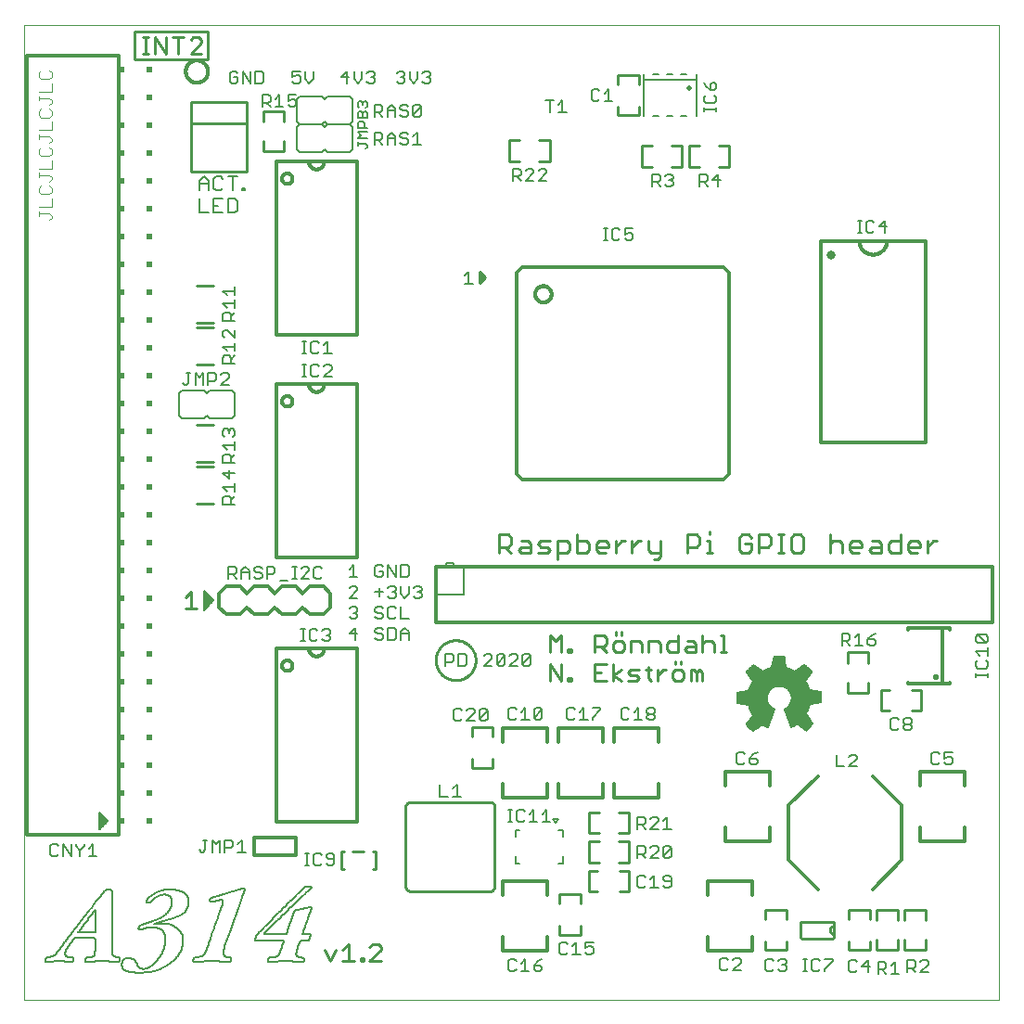
<source format=gto>
G75*
%MOIN*%
%OFA0B0*%
%FSLAX25Y25*%
%IPPOS*%
%LPD*%
%AMOC8*
5,1,8,0,0,1.08239X$1,22.5*
%
%ADD10C,0.00000*%
%ADD11C,0.00700*%
%ADD12C,0.01000*%
%ADD13C,0.00900*%
%ADD14C,0.00400*%
%ADD15C,0.01200*%
%ADD16C,0.00500*%
%ADD17R,0.02000X0.02000*%
%ADD18C,0.00800*%
%ADD19C,0.02000*%
%ADD20C,0.03162*%
%ADD21C,0.00787*%
%ADD22C,0.02236*%
%ADD23C,0.00200*%
%ADD24C,0.01100*%
%ADD25C,0.00600*%
D10*
X0005000Y0005000D02*
X0060118Y0005000D01*
X0355394Y0005000D01*
X0355394Y0355394D01*
X0060118Y0355394D01*
X0005000Y0355394D01*
X0005000Y0005000D01*
D11*
X0015067Y0056523D02*
X0016502Y0056523D01*
X0017219Y0057241D01*
X0018954Y0056523D02*
X0018954Y0060827D01*
X0021823Y0056523D01*
X0021823Y0060827D01*
X0023558Y0060827D02*
X0023558Y0060110D01*
X0024992Y0058675D01*
X0024992Y0056523D01*
X0024992Y0058675D02*
X0026427Y0060110D01*
X0026427Y0060827D01*
X0028162Y0059392D02*
X0029596Y0060827D01*
X0029596Y0056523D01*
X0028162Y0056523D02*
X0031031Y0056523D01*
X0017219Y0060110D02*
X0016502Y0060827D01*
X0015067Y0060827D01*
X0014350Y0060110D01*
X0014350Y0057241D01*
X0015067Y0056523D01*
X0067850Y0058760D02*
X0068567Y0058043D01*
X0069285Y0058043D01*
X0070002Y0058760D01*
X0070002Y0062347D01*
X0069285Y0062347D02*
X0070719Y0062347D01*
X0072454Y0062347D02*
X0073888Y0060912D01*
X0075323Y0062347D01*
X0075323Y0058043D01*
X0077058Y0058043D02*
X0077058Y0062347D01*
X0079210Y0062347D01*
X0079927Y0061629D01*
X0079927Y0060195D01*
X0079210Y0059477D01*
X0077058Y0059477D01*
X0081662Y0058043D02*
X0084531Y0058043D01*
X0083096Y0058043D02*
X0083096Y0062347D01*
X0081662Y0060912D01*
X0072454Y0062347D02*
X0072454Y0058043D01*
X0105850Y0057654D02*
X0107285Y0057654D01*
X0106567Y0057654D02*
X0106567Y0053350D01*
X0105850Y0053350D02*
X0107285Y0053350D01*
X0108919Y0054067D02*
X0108919Y0056936D01*
X0109637Y0057654D01*
X0111071Y0057654D01*
X0111788Y0056936D01*
X0113523Y0056936D02*
X0113523Y0056219D01*
X0114240Y0055502D01*
X0116392Y0055502D01*
X0116392Y0056936D02*
X0115675Y0057654D01*
X0114240Y0057654D01*
X0113523Y0056936D01*
X0113523Y0054067D02*
X0114240Y0053350D01*
X0115675Y0053350D01*
X0116392Y0054067D01*
X0116392Y0056936D01*
X0111788Y0054067D02*
X0111071Y0053350D01*
X0109637Y0053350D01*
X0108919Y0054067D01*
X0154404Y0078067D02*
X0157273Y0078067D01*
X0159007Y0078067D02*
X0161877Y0078067D01*
X0160442Y0078067D02*
X0160442Y0082370D01*
X0159007Y0080936D01*
X0154404Y0082370D02*
X0154404Y0078067D01*
X0178850Y0073154D02*
X0180285Y0073154D01*
X0179567Y0073154D02*
X0179567Y0068850D01*
X0178850Y0068850D02*
X0180285Y0068850D01*
X0181919Y0069567D02*
X0182637Y0068850D01*
X0184071Y0068850D01*
X0184788Y0069567D01*
X0186523Y0068850D02*
X0189392Y0068850D01*
X0187958Y0068850D02*
X0187958Y0073154D01*
X0186523Y0071719D01*
X0184788Y0072436D02*
X0184071Y0073154D01*
X0182637Y0073154D01*
X0181919Y0072436D01*
X0181919Y0069567D01*
X0191127Y0068850D02*
X0193996Y0068850D01*
X0192562Y0068850D02*
X0192562Y0073154D01*
X0191127Y0071719D01*
X0225350Y0070654D02*
X0225350Y0066350D01*
X0225350Y0067785D02*
X0227502Y0067785D01*
X0228219Y0068502D01*
X0228219Y0069936D01*
X0227502Y0070654D01*
X0225350Y0070654D01*
X0226785Y0067785D02*
X0228219Y0066350D01*
X0229954Y0066350D02*
X0232823Y0069219D01*
X0232823Y0069936D01*
X0232106Y0070654D01*
X0230671Y0070654D01*
X0229954Y0069936D01*
X0229954Y0066350D02*
X0232823Y0066350D01*
X0234558Y0066350D02*
X0237427Y0066350D01*
X0235992Y0066350D02*
X0235992Y0070654D01*
X0234558Y0069219D01*
X0235275Y0060154D02*
X0236710Y0060154D01*
X0237427Y0059436D01*
X0234558Y0056567D01*
X0235275Y0055850D01*
X0236710Y0055850D01*
X0237427Y0056567D01*
X0237427Y0059436D01*
X0235275Y0060154D02*
X0234558Y0059436D01*
X0234558Y0056567D01*
X0232823Y0055850D02*
X0229954Y0055850D01*
X0232823Y0058719D01*
X0232823Y0059436D01*
X0232106Y0060154D01*
X0230671Y0060154D01*
X0229954Y0059436D01*
X0228219Y0059436D02*
X0228219Y0058002D01*
X0227502Y0057285D01*
X0225350Y0057285D01*
X0226785Y0057285D02*
X0228219Y0055850D01*
X0225350Y0055850D02*
X0225350Y0060154D01*
X0227502Y0060154D01*
X0228219Y0059436D01*
X0227502Y0049654D02*
X0226067Y0049654D01*
X0225350Y0048936D01*
X0225350Y0046067D01*
X0226067Y0045350D01*
X0227502Y0045350D01*
X0228219Y0046067D01*
X0229954Y0045350D02*
X0232823Y0045350D01*
X0231388Y0045350D02*
X0231388Y0049654D01*
X0229954Y0048219D01*
X0228219Y0048936D02*
X0227502Y0049654D01*
X0234558Y0048936D02*
X0234558Y0048219D01*
X0235275Y0047502D01*
X0237427Y0047502D01*
X0237427Y0048936D02*
X0237427Y0046067D01*
X0236710Y0045350D01*
X0235275Y0045350D01*
X0234558Y0046067D01*
X0234558Y0048936D02*
X0235275Y0049654D01*
X0236710Y0049654D01*
X0237427Y0048936D01*
X0209427Y0025654D02*
X0206558Y0025654D01*
X0206558Y0023502D01*
X0207992Y0024219D01*
X0208710Y0024219D01*
X0209427Y0023502D01*
X0209427Y0022067D01*
X0208710Y0021350D01*
X0207275Y0021350D01*
X0206558Y0022067D01*
X0204823Y0021350D02*
X0201954Y0021350D01*
X0203388Y0021350D02*
X0203388Y0025654D01*
X0201954Y0024219D01*
X0200219Y0024936D02*
X0199502Y0025654D01*
X0198067Y0025654D01*
X0197350Y0024936D01*
X0197350Y0022067D01*
X0198067Y0021350D01*
X0199502Y0021350D01*
X0200219Y0022067D01*
X0190973Y0019477D02*
X0189539Y0018759D01*
X0188104Y0017325D01*
X0190256Y0017325D01*
X0190973Y0016607D01*
X0190973Y0015890D01*
X0190256Y0015173D01*
X0188822Y0015173D01*
X0188104Y0015890D01*
X0188104Y0017325D01*
X0186370Y0015173D02*
X0183500Y0015173D01*
X0184935Y0015173D02*
X0184935Y0019477D01*
X0183500Y0018042D01*
X0181766Y0018759D02*
X0181048Y0019477D01*
X0179614Y0019477D01*
X0178896Y0018759D01*
X0178896Y0015890D01*
X0179614Y0015173D01*
X0181048Y0015173D01*
X0181766Y0015890D01*
X0254992Y0016244D02*
X0255709Y0015527D01*
X0257144Y0015527D01*
X0257861Y0016244D01*
X0259596Y0015527D02*
X0262465Y0018396D01*
X0262465Y0019114D01*
X0261747Y0019831D01*
X0260313Y0019831D01*
X0259596Y0019114D01*
X0257861Y0019114D02*
X0257144Y0019831D01*
X0255709Y0019831D01*
X0254992Y0019114D01*
X0254992Y0016244D01*
X0259596Y0015527D02*
X0262465Y0015527D01*
X0271350Y0016067D02*
X0272067Y0015350D01*
X0273502Y0015350D01*
X0274219Y0016067D01*
X0275954Y0016067D02*
X0276671Y0015350D01*
X0278106Y0015350D01*
X0278823Y0016067D01*
X0278823Y0016785D01*
X0278106Y0017502D01*
X0277388Y0017502D01*
X0278106Y0017502D02*
X0278823Y0018219D01*
X0278823Y0018936D01*
X0278106Y0019654D01*
X0276671Y0019654D01*
X0275954Y0018936D01*
X0274219Y0018936D02*
X0273502Y0019654D01*
X0272067Y0019654D01*
X0271350Y0018936D01*
X0271350Y0016067D01*
X0284913Y0015224D02*
X0286348Y0015224D01*
X0285630Y0015224D02*
X0285630Y0019528D01*
X0284913Y0019528D02*
X0286348Y0019528D01*
X0287982Y0018810D02*
X0287982Y0015941D01*
X0288700Y0015224D01*
X0290134Y0015224D01*
X0290851Y0015941D01*
X0292586Y0015941D02*
X0295455Y0018810D01*
X0295455Y0019528D01*
X0292586Y0019528D01*
X0290851Y0018810D02*
X0290134Y0019528D01*
X0288700Y0019528D01*
X0287982Y0018810D01*
X0292586Y0015941D02*
X0292586Y0015224D01*
X0301350Y0015567D02*
X0301350Y0018436D01*
X0302067Y0019154D01*
X0303502Y0019154D01*
X0304219Y0018436D01*
X0305954Y0017002D02*
X0308823Y0017002D01*
X0308106Y0019154D02*
X0305954Y0017002D01*
X0304219Y0015567D02*
X0303502Y0014850D01*
X0302067Y0014850D01*
X0301350Y0015567D01*
X0308106Y0014850D02*
X0308106Y0019154D01*
X0311850Y0018654D02*
X0314002Y0018654D01*
X0314719Y0017936D01*
X0314719Y0016502D01*
X0314002Y0015785D01*
X0311850Y0015785D01*
X0313285Y0015785D02*
X0314719Y0014350D01*
X0316454Y0014350D02*
X0319323Y0014350D01*
X0317888Y0014350D02*
X0317888Y0018654D01*
X0316454Y0017219D01*
X0311850Y0018654D02*
X0311850Y0014350D01*
X0322350Y0014850D02*
X0322350Y0019154D01*
X0324502Y0019154D01*
X0325219Y0018436D01*
X0325219Y0017002D01*
X0324502Y0016285D01*
X0322350Y0016285D01*
X0323785Y0016285D02*
X0325219Y0014850D01*
X0326954Y0014850D02*
X0329823Y0017719D01*
X0329823Y0018436D01*
X0329106Y0019154D01*
X0327671Y0019154D01*
X0326954Y0018436D01*
X0326954Y0014850D02*
X0329823Y0014850D01*
X0331709Y0089527D02*
X0333144Y0089527D01*
X0333861Y0090244D01*
X0335596Y0090244D02*
X0336313Y0089527D01*
X0337747Y0089527D01*
X0338465Y0090244D01*
X0338465Y0091679D01*
X0337747Y0092396D01*
X0337030Y0092396D01*
X0335596Y0091679D01*
X0335596Y0093831D01*
X0338465Y0093831D01*
X0333861Y0093114D02*
X0333144Y0093831D01*
X0331709Y0093831D01*
X0330992Y0093114D01*
X0330992Y0090244D01*
X0331709Y0089527D01*
X0323106Y0101850D02*
X0321671Y0101850D01*
X0320954Y0102567D01*
X0320954Y0103285D01*
X0321671Y0104002D01*
X0323106Y0104002D01*
X0323823Y0103285D01*
X0323823Y0102567D01*
X0323106Y0101850D01*
X0323106Y0104002D02*
X0323823Y0104719D01*
X0323823Y0105436D01*
X0323106Y0106154D01*
X0321671Y0106154D01*
X0320954Y0105436D01*
X0320954Y0104719D01*
X0321671Y0104002D01*
X0319219Y0105436D02*
X0318502Y0106154D01*
X0317067Y0106154D01*
X0316350Y0105436D01*
X0316350Y0102567D01*
X0317067Y0101850D01*
X0318502Y0101850D01*
X0319219Y0102567D01*
X0304250Y0092336D02*
X0304250Y0091619D01*
X0301381Y0088750D01*
X0304250Y0088750D01*
X0304250Y0092336D02*
X0303533Y0093054D01*
X0302098Y0093054D01*
X0301381Y0092336D01*
X0299646Y0088750D02*
X0296777Y0088750D01*
X0296777Y0093054D01*
X0268465Y0093831D02*
X0267030Y0093114D01*
X0265596Y0091679D01*
X0267747Y0091679D01*
X0268465Y0090962D01*
X0268465Y0090244D01*
X0267747Y0089527D01*
X0266313Y0089527D01*
X0265596Y0090244D01*
X0265596Y0091679D01*
X0263861Y0090244D02*
X0263144Y0089527D01*
X0261709Y0089527D01*
X0260992Y0090244D01*
X0260992Y0093114D01*
X0261709Y0093831D01*
X0263144Y0093831D01*
X0263861Y0093114D01*
X0231569Y0106244D02*
X0231569Y0106962D01*
X0230851Y0107679D01*
X0229417Y0107679D01*
X0228700Y0108396D01*
X0228700Y0109114D01*
X0229417Y0109831D01*
X0230851Y0109831D01*
X0231569Y0109114D01*
X0231569Y0108396D01*
X0230851Y0107679D01*
X0229417Y0107679D02*
X0228700Y0106962D01*
X0228700Y0106244D01*
X0229417Y0105527D01*
X0230851Y0105527D01*
X0231569Y0106244D01*
X0226965Y0105527D02*
X0224096Y0105527D01*
X0225530Y0105527D02*
X0225530Y0109831D01*
X0224096Y0108396D01*
X0222361Y0109114D02*
X0221644Y0109831D01*
X0220209Y0109831D01*
X0219492Y0109114D01*
X0219492Y0106244D01*
X0220209Y0105527D01*
X0221644Y0105527D01*
X0222361Y0106244D01*
X0212069Y0109114D02*
X0209200Y0106244D01*
X0209200Y0105527D01*
X0207465Y0105527D02*
X0204596Y0105527D01*
X0206030Y0105527D02*
X0206030Y0109831D01*
X0204596Y0108396D01*
X0202861Y0109114D02*
X0202144Y0109831D01*
X0200709Y0109831D01*
X0199992Y0109114D01*
X0199992Y0106244D01*
X0200709Y0105527D01*
X0202144Y0105527D01*
X0202861Y0106244D01*
X0209200Y0109831D02*
X0212069Y0109831D01*
X0212069Y0109114D01*
X0191069Y0109114D02*
X0191069Y0106244D01*
X0190351Y0105527D01*
X0188917Y0105527D01*
X0188200Y0106244D01*
X0191069Y0109114D01*
X0190351Y0109831D01*
X0188917Y0109831D01*
X0188200Y0109114D01*
X0188200Y0106244D01*
X0186465Y0105527D02*
X0183596Y0105527D01*
X0185030Y0105527D02*
X0185030Y0109831D01*
X0183596Y0108396D01*
X0181861Y0109114D02*
X0181144Y0109831D01*
X0179709Y0109831D01*
X0178992Y0109114D01*
X0178992Y0106244D01*
X0179709Y0105527D01*
X0181144Y0105527D01*
X0181861Y0106244D01*
X0171427Y0106067D02*
X0171427Y0108936D01*
X0168558Y0106067D01*
X0169275Y0105350D01*
X0170710Y0105350D01*
X0171427Y0106067D01*
X0168558Y0106067D02*
X0168558Y0108936D01*
X0169275Y0109654D01*
X0170710Y0109654D01*
X0171427Y0108936D01*
X0166823Y0108936D02*
X0166106Y0109654D01*
X0164671Y0109654D01*
X0163954Y0108936D01*
X0162219Y0108936D02*
X0161502Y0109654D01*
X0160067Y0109654D01*
X0159350Y0108936D01*
X0159350Y0106067D01*
X0160067Y0105350D01*
X0161502Y0105350D01*
X0162219Y0106067D01*
X0163954Y0105350D02*
X0166823Y0108219D01*
X0166823Y0108936D01*
X0166823Y0105350D02*
X0163954Y0105350D01*
X0163106Y0124850D02*
X0160954Y0124850D01*
X0160954Y0129154D01*
X0163106Y0129154D01*
X0163823Y0128436D01*
X0163823Y0125567D01*
X0163106Y0124850D01*
X0159219Y0127002D02*
X0159219Y0128436D01*
X0158502Y0129154D01*
X0156350Y0129154D01*
X0156350Y0124850D01*
X0156350Y0126285D02*
X0158502Y0126285D01*
X0159219Y0127002D01*
X0170162Y0128436D02*
X0170879Y0129154D01*
X0172314Y0129154D01*
X0173031Y0128436D01*
X0173031Y0127719D01*
X0170162Y0124850D01*
X0173031Y0124850D01*
X0174766Y0125567D02*
X0177635Y0128436D01*
X0177635Y0125567D01*
X0176918Y0124850D01*
X0175483Y0124850D01*
X0174766Y0125567D01*
X0174766Y0128436D01*
X0175483Y0129154D01*
X0176918Y0129154D01*
X0177635Y0128436D01*
X0179370Y0128436D02*
X0180087Y0129154D01*
X0181521Y0129154D01*
X0182239Y0128436D01*
X0182239Y0127719D01*
X0179370Y0124850D01*
X0182239Y0124850D01*
X0183974Y0125567D02*
X0186843Y0128436D01*
X0186843Y0125567D01*
X0186125Y0124850D01*
X0184691Y0124850D01*
X0183974Y0125567D01*
X0183974Y0128436D01*
X0184691Y0129154D01*
X0186125Y0129154D01*
X0186843Y0128436D01*
X0143135Y0134350D02*
X0143135Y0137219D01*
X0141700Y0138654D01*
X0140266Y0137219D01*
X0140266Y0134350D01*
X0138531Y0135067D02*
X0138531Y0137936D01*
X0137814Y0138654D01*
X0135662Y0138654D01*
X0135662Y0134350D01*
X0137814Y0134350D01*
X0138531Y0135067D01*
X0140266Y0136502D02*
X0143135Y0136502D01*
X0143135Y0141850D02*
X0140266Y0141850D01*
X0140266Y0146154D01*
X0138531Y0145436D02*
X0137814Y0146154D01*
X0136379Y0146154D01*
X0135662Y0145436D01*
X0135662Y0142567D01*
X0136379Y0141850D01*
X0137814Y0141850D01*
X0138531Y0142567D01*
X0133927Y0142567D02*
X0133927Y0143285D01*
X0133210Y0144002D01*
X0131775Y0144002D01*
X0131058Y0144719D01*
X0131058Y0145436D01*
X0131775Y0146154D01*
X0133210Y0146154D01*
X0133927Y0145436D01*
X0133927Y0142567D02*
X0133210Y0141850D01*
X0131775Y0141850D01*
X0131058Y0142567D01*
X0131775Y0138654D02*
X0131058Y0137936D01*
X0131058Y0137219D01*
X0131775Y0136502D01*
X0133210Y0136502D01*
X0133927Y0135785D01*
X0133927Y0135067D01*
X0133210Y0134350D01*
X0131775Y0134350D01*
X0131058Y0135067D01*
X0131775Y0138654D02*
X0133210Y0138654D01*
X0133927Y0137936D01*
X0124719Y0136502D02*
X0121850Y0136502D01*
X0124002Y0138654D01*
X0124002Y0134350D01*
X0124002Y0141850D02*
X0122567Y0141850D01*
X0121850Y0142567D01*
X0123285Y0144002D02*
X0124002Y0144002D01*
X0124719Y0143285D01*
X0124719Y0142567D01*
X0124002Y0141850D01*
X0124002Y0144002D02*
X0124719Y0144719D01*
X0124719Y0145436D01*
X0124002Y0146154D01*
X0122567Y0146154D01*
X0121850Y0145436D01*
X0121850Y0149350D02*
X0124719Y0152219D01*
X0124719Y0152936D01*
X0124002Y0153654D01*
X0122567Y0153654D01*
X0121850Y0152936D01*
X0121850Y0149350D02*
X0124719Y0149350D01*
X0131058Y0151502D02*
X0133927Y0151502D01*
X0132492Y0152936D02*
X0132492Y0150067D01*
X0135662Y0150067D02*
X0136379Y0149350D01*
X0137814Y0149350D01*
X0138531Y0150067D01*
X0138531Y0150785D01*
X0137814Y0151502D01*
X0137096Y0151502D01*
X0137814Y0151502D02*
X0138531Y0152219D01*
X0138531Y0152936D01*
X0137814Y0153654D01*
X0136379Y0153654D01*
X0135662Y0152936D01*
X0135662Y0156850D02*
X0135662Y0161154D01*
X0138531Y0156850D01*
X0138531Y0161154D01*
X0140266Y0161154D02*
X0142418Y0161154D01*
X0143135Y0160436D01*
X0143135Y0157567D01*
X0142418Y0156850D01*
X0140266Y0156850D01*
X0140266Y0161154D01*
X0133927Y0160436D02*
X0133210Y0161154D01*
X0131775Y0161154D01*
X0131058Y0160436D01*
X0131058Y0157567D01*
X0131775Y0156850D01*
X0133210Y0156850D01*
X0133927Y0157567D01*
X0133927Y0159002D01*
X0132492Y0159002D01*
X0124719Y0156850D02*
X0121850Y0156850D01*
X0123285Y0156850D02*
X0123285Y0161154D01*
X0121850Y0159719D01*
X0111912Y0159936D02*
X0111195Y0160654D01*
X0109760Y0160654D01*
X0109043Y0159936D01*
X0109043Y0157067D01*
X0109760Y0156350D01*
X0111195Y0156350D01*
X0111912Y0157067D01*
X0107308Y0156350D02*
X0104439Y0156350D01*
X0107308Y0159219D01*
X0107308Y0159936D01*
X0106591Y0160654D01*
X0105156Y0160654D01*
X0104439Y0159936D01*
X0102804Y0160654D02*
X0101370Y0160654D01*
X0102087Y0160654D02*
X0102087Y0156350D01*
X0101370Y0156350D02*
X0102804Y0156350D01*
X0099635Y0155633D02*
X0096766Y0155633D01*
X0094314Y0157785D02*
X0092162Y0157785D01*
X0092162Y0156350D02*
X0092162Y0160654D01*
X0094314Y0160654D01*
X0095031Y0159936D01*
X0095031Y0158502D01*
X0094314Y0157785D01*
X0090427Y0157785D02*
X0090427Y0157067D01*
X0089710Y0156350D01*
X0088275Y0156350D01*
X0087558Y0157067D01*
X0088275Y0158502D02*
X0087558Y0159219D01*
X0087558Y0159936D01*
X0088275Y0160654D01*
X0089710Y0160654D01*
X0090427Y0159936D01*
X0089710Y0158502D02*
X0090427Y0157785D01*
X0089710Y0158502D02*
X0088275Y0158502D01*
X0085823Y0158502D02*
X0082954Y0158502D01*
X0082954Y0159219D02*
X0084388Y0160654D01*
X0085823Y0159219D01*
X0085823Y0156350D01*
X0082954Y0156350D02*
X0082954Y0159219D01*
X0081219Y0158502D02*
X0080502Y0157785D01*
X0078350Y0157785D01*
X0079785Y0157785D02*
X0081219Y0156350D01*
X0081219Y0158502D02*
X0081219Y0159936D01*
X0080502Y0160654D01*
X0078350Y0160654D01*
X0078350Y0156350D01*
X0104366Y0138138D02*
X0105800Y0138138D01*
X0105083Y0138138D02*
X0105083Y0133834D01*
X0104366Y0133834D02*
X0105800Y0133834D01*
X0107435Y0134552D02*
X0108152Y0133834D01*
X0109587Y0133834D01*
X0110304Y0134552D01*
X0112039Y0134552D02*
X0112756Y0133834D01*
X0114191Y0133834D01*
X0114908Y0134552D01*
X0114908Y0135269D01*
X0114191Y0135986D01*
X0113473Y0135986D01*
X0114191Y0135986D02*
X0114908Y0136703D01*
X0114908Y0137421D01*
X0114191Y0138138D01*
X0112756Y0138138D01*
X0112039Y0137421D01*
X0110304Y0137421D02*
X0109587Y0138138D01*
X0108152Y0138138D01*
X0107435Y0137421D01*
X0107435Y0134552D01*
X0140266Y0150785D02*
X0141700Y0149350D01*
X0143135Y0150785D01*
X0143135Y0153654D01*
X0144870Y0152936D02*
X0145587Y0153654D01*
X0147021Y0153654D01*
X0147739Y0152936D01*
X0147739Y0152219D01*
X0147021Y0151502D01*
X0147739Y0150785D01*
X0147739Y0150067D01*
X0147021Y0149350D01*
X0145587Y0149350D01*
X0144870Y0150067D01*
X0146304Y0151502D02*
X0147021Y0151502D01*
X0140266Y0150785D02*
X0140266Y0153654D01*
X0080650Y0183038D02*
X0076346Y0183038D01*
X0076346Y0185190D01*
X0077064Y0185907D01*
X0078498Y0185907D01*
X0079215Y0185190D01*
X0079215Y0183038D01*
X0079215Y0184473D02*
X0080650Y0185907D01*
X0080650Y0187642D02*
X0080650Y0190511D01*
X0080650Y0189077D02*
X0076346Y0189077D01*
X0077781Y0187642D01*
X0078498Y0192246D02*
X0078498Y0195115D01*
X0076346Y0194398D02*
X0078498Y0192246D01*
X0080650Y0194398D02*
X0076346Y0194398D01*
X0076346Y0198038D02*
X0076346Y0200190D01*
X0077064Y0200907D01*
X0078498Y0200907D01*
X0079215Y0200190D01*
X0079215Y0198038D01*
X0079215Y0199473D02*
X0080650Y0200907D01*
X0080650Y0202642D02*
X0080650Y0205511D01*
X0080650Y0204077D02*
X0076346Y0204077D01*
X0077781Y0202642D01*
X0077064Y0207246D02*
X0076346Y0207963D01*
X0076346Y0209398D01*
X0077064Y0210115D01*
X0077781Y0210115D01*
X0078498Y0209398D01*
X0079215Y0210115D01*
X0079933Y0210115D01*
X0080650Y0209398D01*
X0080650Y0207963D01*
X0079933Y0207246D01*
X0078498Y0208681D02*
X0078498Y0209398D01*
X0080650Y0198038D02*
X0076346Y0198038D01*
X0075662Y0225850D02*
X0078531Y0228719D01*
X0078531Y0229436D01*
X0077814Y0230154D01*
X0076379Y0230154D01*
X0075662Y0229436D01*
X0073927Y0229436D02*
X0073927Y0228002D01*
X0073210Y0227285D01*
X0071058Y0227285D01*
X0071058Y0225850D02*
X0071058Y0230154D01*
X0073210Y0230154D01*
X0073927Y0229436D01*
X0075662Y0225850D02*
X0078531Y0225850D01*
X0069323Y0225850D02*
X0069323Y0230154D01*
X0067888Y0228719D01*
X0066454Y0230154D01*
X0066454Y0225850D01*
X0064002Y0226567D02*
X0064002Y0230154D01*
X0063285Y0230154D02*
X0064719Y0230154D01*
X0064002Y0226567D02*
X0063285Y0225850D01*
X0062567Y0225850D01*
X0061850Y0226567D01*
X0076346Y0233538D02*
X0076346Y0235690D01*
X0077064Y0236407D01*
X0078498Y0236407D01*
X0079215Y0235690D01*
X0079215Y0233538D01*
X0079215Y0234973D02*
X0080650Y0236407D01*
X0080650Y0238142D02*
X0080650Y0241011D01*
X0080650Y0239577D02*
X0076346Y0239577D01*
X0077781Y0238142D01*
X0076346Y0233538D02*
X0080650Y0233538D01*
X0080650Y0242746D02*
X0077781Y0245615D01*
X0077064Y0245615D01*
X0076346Y0244898D01*
X0076346Y0243463D01*
X0077064Y0242746D01*
X0080650Y0242746D02*
X0080650Y0245615D01*
X0080650Y0249038D02*
X0076346Y0249038D01*
X0076346Y0251190D01*
X0077064Y0251907D01*
X0078498Y0251907D01*
X0079215Y0251190D01*
X0079215Y0249038D01*
X0079215Y0250473D02*
X0080650Y0251907D01*
X0080650Y0253642D02*
X0080650Y0256511D01*
X0080650Y0255077D02*
X0076346Y0255077D01*
X0077781Y0253642D01*
X0077781Y0258246D02*
X0076346Y0259681D01*
X0080650Y0259681D01*
X0080650Y0261115D02*
X0080650Y0258246D01*
X0104866Y0241638D02*
X0106300Y0241638D01*
X0105583Y0241638D02*
X0105583Y0237334D01*
X0104866Y0237334D02*
X0106300Y0237334D01*
X0107935Y0238052D02*
X0108652Y0237334D01*
X0110087Y0237334D01*
X0110804Y0238052D01*
X0112539Y0237334D02*
X0115408Y0237334D01*
X0113973Y0237334D02*
X0113973Y0241638D01*
X0112539Y0240203D01*
X0110804Y0240921D02*
X0110087Y0241638D01*
X0108652Y0241638D01*
X0107935Y0240921D01*
X0107935Y0238052D01*
X0108652Y0233138D02*
X0107935Y0232421D01*
X0107935Y0229552D01*
X0108652Y0228834D01*
X0110087Y0228834D01*
X0110804Y0229552D01*
X0112539Y0228834D02*
X0115408Y0231703D01*
X0115408Y0232421D01*
X0114691Y0233138D01*
X0113256Y0233138D01*
X0112539Y0232421D01*
X0110804Y0232421D02*
X0110087Y0233138D01*
X0108652Y0233138D01*
X0106300Y0233138D02*
X0104866Y0233138D01*
X0105583Y0233138D02*
X0105583Y0228834D01*
X0104866Y0228834D02*
X0106300Y0228834D01*
X0112539Y0228834D02*
X0115408Y0228834D01*
X0163246Y0262350D02*
X0166115Y0262350D01*
X0164681Y0262350D02*
X0164681Y0266654D01*
X0163246Y0265219D01*
X0213073Y0277850D02*
X0214507Y0277850D01*
X0213790Y0277850D02*
X0213790Y0282154D01*
X0213073Y0282154D02*
X0214507Y0282154D01*
X0216142Y0281436D02*
X0216142Y0278567D01*
X0216859Y0277850D01*
X0218294Y0277850D01*
X0219011Y0278567D01*
X0220746Y0278567D02*
X0221463Y0277850D01*
X0222898Y0277850D01*
X0223615Y0278567D01*
X0223615Y0280002D01*
X0222898Y0280719D01*
X0222181Y0280719D01*
X0220746Y0280002D01*
X0220746Y0282154D01*
X0223615Y0282154D01*
X0219011Y0281436D02*
X0218294Y0282154D01*
X0216859Y0282154D01*
X0216142Y0281436D01*
X0230642Y0297350D02*
X0230642Y0301654D01*
X0232794Y0301654D01*
X0233511Y0300936D01*
X0233511Y0299502D01*
X0232794Y0298785D01*
X0230642Y0298785D01*
X0232077Y0298785D02*
X0233511Y0297350D01*
X0235246Y0298067D02*
X0235963Y0297350D01*
X0237398Y0297350D01*
X0238115Y0298067D01*
X0238115Y0298785D01*
X0237398Y0299502D01*
X0236681Y0299502D01*
X0237398Y0299502D02*
X0238115Y0300219D01*
X0238115Y0300936D01*
X0237398Y0301654D01*
X0235963Y0301654D01*
X0235246Y0300936D01*
X0247642Y0301654D02*
X0247642Y0297350D01*
X0247642Y0298785D02*
X0249794Y0298785D01*
X0250511Y0299502D01*
X0250511Y0300936D01*
X0249794Y0301654D01*
X0247642Y0301654D01*
X0249077Y0298785D02*
X0250511Y0297350D01*
X0252246Y0299502D02*
X0254398Y0301654D01*
X0254398Y0297350D01*
X0255115Y0299502D02*
X0252246Y0299502D01*
X0253650Y0324073D02*
X0253650Y0325507D01*
X0253650Y0324790D02*
X0249346Y0324790D01*
X0249346Y0324073D02*
X0249346Y0325507D01*
X0250064Y0327142D02*
X0252933Y0327142D01*
X0253650Y0327859D01*
X0253650Y0329294D01*
X0252933Y0330011D01*
X0252933Y0331746D02*
X0253650Y0332463D01*
X0253650Y0333898D01*
X0252933Y0334615D01*
X0252215Y0334615D01*
X0251498Y0333898D01*
X0251498Y0331746D01*
X0252933Y0331746D01*
X0251498Y0331746D02*
X0250064Y0333181D01*
X0249346Y0334615D01*
X0250064Y0330011D02*
X0249346Y0329294D01*
X0249346Y0327859D01*
X0250064Y0327142D01*
X0216323Y0327850D02*
X0213454Y0327850D01*
X0214888Y0327850D02*
X0214888Y0332154D01*
X0213454Y0330719D01*
X0211719Y0331436D02*
X0211002Y0332154D01*
X0209567Y0332154D01*
X0208850Y0331436D01*
X0208850Y0328567D01*
X0209567Y0327850D01*
X0211002Y0327850D01*
X0211719Y0328567D01*
X0199823Y0323850D02*
X0196954Y0323850D01*
X0198388Y0323850D02*
X0198388Y0328154D01*
X0196954Y0326719D01*
X0195219Y0328154D02*
X0192350Y0328154D01*
X0193785Y0328154D02*
X0193785Y0323850D01*
X0191898Y0303654D02*
X0190463Y0303654D01*
X0189746Y0302936D01*
X0188011Y0302936D02*
X0187294Y0303654D01*
X0185859Y0303654D01*
X0185142Y0302936D01*
X0183407Y0302936D02*
X0183407Y0301502D01*
X0182690Y0300785D01*
X0180538Y0300785D01*
X0181973Y0300785D02*
X0183407Y0299350D01*
X0185142Y0299350D02*
X0188011Y0302219D01*
X0188011Y0302936D01*
X0188011Y0299350D02*
X0185142Y0299350D01*
X0183407Y0302936D02*
X0182690Y0303654D01*
X0180538Y0303654D01*
X0180538Y0299350D01*
X0189746Y0299350D02*
X0192615Y0302219D01*
X0192615Y0302936D01*
X0191898Y0303654D01*
X0192615Y0299350D02*
X0189746Y0299350D01*
X0147531Y0312350D02*
X0144662Y0312350D01*
X0146096Y0312350D02*
X0146096Y0316654D01*
X0144662Y0315219D01*
X0142927Y0315936D02*
X0142210Y0316654D01*
X0140775Y0316654D01*
X0140058Y0315936D01*
X0140058Y0315219D01*
X0140775Y0314502D01*
X0142210Y0314502D01*
X0142927Y0313785D01*
X0142927Y0313067D01*
X0142210Y0312350D01*
X0140775Y0312350D01*
X0140058Y0313067D01*
X0138323Y0312350D02*
X0138323Y0315219D01*
X0136888Y0316654D01*
X0135454Y0315219D01*
X0135454Y0312350D01*
X0133719Y0312350D02*
X0132285Y0313785D01*
X0133002Y0313785D02*
X0130850Y0313785D01*
X0130850Y0312350D02*
X0130850Y0316654D01*
X0133002Y0316654D01*
X0133719Y0315936D01*
X0133719Y0314502D01*
X0133002Y0313785D01*
X0135454Y0314502D02*
X0138323Y0314502D01*
X0138323Y0322350D02*
X0138323Y0325219D01*
X0136888Y0326654D01*
X0135454Y0325219D01*
X0135454Y0322350D01*
X0133719Y0322350D02*
X0132285Y0323785D01*
X0133002Y0323785D02*
X0130850Y0323785D01*
X0130850Y0322350D02*
X0130850Y0326654D01*
X0133002Y0326654D01*
X0133719Y0325936D01*
X0133719Y0324502D01*
X0133002Y0323785D01*
X0135454Y0324502D02*
X0138323Y0324502D01*
X0140058Y0325219D02*
X0140775Y0324502D01*
X0142210Y0324502D01*
X0142927Y0323785D01*
X0142927Y0323067D01*
X0142210Y0322350D01*
X0140775Y0322350D01*
X0140058Y0323067D01*
X0140058Y0325219D02*
X0140058Y0325936D01*
X0140775Y0326654D01*
X0142210Y0326654D01*
X0142927Y0325936D01*
X0144662Y0325936D02*
X0145379Y0326654D01*
X0146814Y0326654D01*
X0147531Y0325936D01*
X0144662Y0323067D01*
X0145379Y0322350D01*
X0146814Y0322350D01*
X0147531Y0323067D01*
X0147531Y0325936D01*
X0144662Y0325936D02*
X0144662Y0323067D01*
X0144888Y0334350D02*
X0146323Y0335785D01*
X0146323Y0338654D01*
X0148058Y0337936D02*
X0148775Y0338654D01*
X0150210Y0338654D01*
X0150927Y0337936D01*
X0150927Y0337219D01*
X0150210Y0336502D01*
X0150927Y0335785D01*
X0150927Y0335067D01*
X0150210Y0334350D01*
X0148775Y0334350D01*
X0148058Y0335067D01*
X0149492Y0336502D02*
X0150210Y0336502D01*
X0144888Y0334350D02*
X0143454Y0335785D01*
X0143454Y0338654D01*
X0141719Y0337936D02*
X0141719Y0337219D01*
X0141002Y0336502D01*
X0141719Y0335785D01*
X0141719Y0335067D01*
X0141002Y0334350D01*
X0139567Y0334350D01*
X0138850Y0335067D01*
X0140285Y0336502D02*
X0141002Y0336502D01*
X0141719Y0337936D02*
X0141002Y0338654D01*
X0139567Y0338654D01*
X0138850Y0337936D01*
X0130927Y0337936D02*
X0130927Y0337219D01*
X0130210Y0336502D01*
X0130927Y0335785D01*
X0130927Y0335067D01*
X0130210Y0334350D01*
X0128775Y0334350D01*
X0128058Y0335067D01*
X0126323Y0335785D02*
X0126323Y0338654D01*
X0128058Y0337936D02*
X0128775Y0338654D01*
X0130210Y0338654D01*
X0130927Y0337936D01*
X0130210Y0336502D02*
X0129492Y0336502D01*
X0126323Y0335785D02*
X0124888Y0334350D01*
X0123454Y0335785D01*
X0123454Y0338654D01*
X0121002Y0338654D02*
X0118850Y0336502D01*
X0121719Y0336502D01*
X0121002Y0334350D02*
X0121002Y0338654D01*
X0108823Y0338654D02*
X0108823Y0335785D01*
X0107388Y0334350D01*
X0105954Y0335785D01*
X0105954Y0338654D01*
X0104219Y0338654D02*
X0101350Y0338654D01*
X0101350Y0336502D01*
X0102785Y0337219D01*
X0103502Y0337219D01*
X0104219Y0336502D01*
X0104219Y0335067D01*
X0103502Y0334350D01*
X0102067Y0334350D01*
X0101350Y0335067D01*
X0102615Y0330154D02*
X0099746Y0330154D01*
X0099746Y0328002D01*
X0101181Y0328719D01*
X0101898Y0328719D01*
X0102615Y0328002D01*
X0102615Y0326567D01*
X0101898Y0325850D01*
X0100463Y0325850D01*
X0099746Y0326567D01*
X0098011Y0325850D02*
X0095142Y0325850D01*
X0096577Y0325850D02*
X0096577Y0330154D01*
X0095142Y0328719D01*
X0093407Y0328002D02*
X0092690Y0327285D01*
X0090538Y0327285D01*
X0091973Y0327285D02*
X0093407Y0325850D01*
X0093407Y0328002D02*
X0093407Y0329436D01*
X0092690Y0330154D01*
X0090538Y0330154D01*
X0090538Y0325850D01*
X0090210Y0334350D02*
X0090927Y0335067D01*
X0090927Y0337936D01*
X0090210Y0338654D01*
X0088058Y0338654D01*
X0088058Y0334350D01*
X0090210Y0334350D01*
X0086323Y0334350D02*
X0086323Y0338654D01*
X0083454Y0338654D02*
X0086323Y0334350D01*
X0083454Y0334350D02*
X0083454Y0338654D01*
X0081719Y0337936D02*
X0081002Y0338654D01*
X0079567Y0338654D01*
X0078850Y0337936D01*
X0078850Y0335067D01*
X0079567Y0334350D01*
X0081002Y0334350D01*
X0081719Y0335067D01*
X0081719Y0336502D01*
X0080285Y0336502D01*
X0079798Y0300754D02*
X0079798Y0295850D01*
X0080615Y0292754D02*
X0078163Y0292754D01*
X0078163Y0287850D01*
X0080615Y0287850D01*
X0081432Y0288667D01*
X0081432Y0291937D01*
X0080615Y0292754D01*
X0083319Y0295850D02*
X0084137Y0295850D01*
X0084137Y0296667D01*
X0083319Y0296667D01*
X0083319Y0295850D01*
X0076276Y0296667D02*
X0075458Y0295850D01*
X0073824Y0295850D01*
X0073006Y0296667D01*
X0073006Y0299937D01*
X0073824Y0300754D01*
X0075458Y0300754D01*
X0076276Y0299937D01*
X0078163Y0300754D02*
X0081432Y0300754D01*
X0071119Y0299119D02*
X0071119Y0295850D01*
X0071119Y0298302D02*
X0067850Y0298302D01*
X0067850Y0299119D02*
X0069485Y0300754D01*
X0071119Y0299119D01*
X0067850Y0299119D02*
X0067850Y0295850D01*
X0067850Y0292754D02*
X0067850Y0287850D01*
X0071119Y0287850D01*
X0073006Y0287850D02*
X0076276Y0287850D01*
X0074641Y0290302D02*
X0073006Y0290302D01*
X0073006Y0292754D02*
X0073006Y0287850D01*
X0073006Y0292754D02*
X0076276Y0292754D01*
X0304437Y0284913D02*
X0305871Y0284913D01*
X0305154Y0284913D02*
X0305154Y0280610D01*
X0304437Y0280610D02*
X0305871Y0280610D01*
X0307506Y0281327D02*
X0308223Y0280610D01*
X0309658Y0280610D01*
X0310375Y0281327D01*
X0312110Y0282762D02*
X0314979Y0282762D01*
X0314262Y0284913D02*
X0312110Y0282762D01*
X0310375Y0284196D02*
X0309658Y0284913D01*
X0308223Y0284913D01*
X0307506Y0284196D01*
X0307506Y0281327D01*
X0314262Y0280610D02*
X0314262Y0284913D01*
X0310927Y0136654D02*
X0309492Y0135936D01*
X0308058Y0134502D01*
X0310210Y0134502D01*
X0310927Y0133785D01*
X0310927Y0133067D01*
X0310210Y0132350D01*
X0308775Y0132350D01*
X0308058Y0133067D01*
X0308058Y0134502D01*
X0306323Y0132350D02*
X0303454Y0132350D01*
X0304888Y0132350D02*
X0304888Y0136654D01*
X0303454Y0135219D01*
X0301719Y0134502D02*
X0301002Y0133785D01*
X0298850Y0133785D01*
X0300285Y0133785D02*
X0301719Y0132350D01*
X0301719Y0134502D02*
X0301719Y0135936D01*
X0301002Y0136654D01*
X0298850Y0136654D01*
X0298850Y0132350D01*
X0346846Y0133963D02*
X0346846Y0135398D01*
X0347564Y0136115D01*
X0350433Y0133246D01*
X0351150Y0133963D01*
X0351150Y0135398D01*
X0350433Y0136115D01*
X0347564Y0136115D01*
X0346846Y0133963D02*
X0347564Y0133246D01*
X0350433Y0133246D01*
X0351150Y0131511D02*
X0351150Y0128642D01*
X0351150Y0130077D02*
X0346846Y0130077D01*
X0348281Y0128642D01*
X0347564Y0126907D02*
X0346846Y0126190D01*
X0346846Y0124755D01*
X0347564Y0124038D01*
X0350433Y0124038D01*
X0351150Y0124755D01*
X0351150Y0126190D01*
X0350433Y0126907D01*
X0351150Y0122403D02*
X0351150Y0120969D01*
X0351150Y0121686D02*
X0346846Y0121686D01*
X0346846Y0120969D02*
X0346846Y0122403D01*
D12*
X0327248Y0116248D02*
X0327248Y0108752D01*
X0324000Y0108752D01*
X0316000Y0108752D02*
X0312752Y0108752D01*
X0312752Y0116248D01*
X0316000Y0116248D01*
X0308248Y0115252D02*
X0308248Y0119000D01*
X0308248Y0115252D02*
X0300752Y0115252D01*
X0300752Y0119000D01*
X0300752Y0126000D02*
X0300752Y0129748D01*
X0308248Y0129748D01*
X0308248Y0126000D01*
X0324000Y0116248D02*
X0327248Y0116248D01*
X0325760Y0165500D02*
X0323558Y0165500D01*
X0322457Y0166601D01*
X0322457Y0168803D01*
X0323558Y0169904D01*
X0325760Y0169904D01*
X0326861Y0168803D01*
X0326861Y0167702D01*
X0322457Y0167702D01*
X0319863Y0169904D02*
X0316560Y0169904D01*
X0315459Y0168803D01*
X0315459Y0166601D01*
X0316560Y0165500D01*
X0319863Y0165500D01*
X0319863Y0172106D01*
X0312865Y0168803D02*
X0312865Y0165500D01*
X0309562Y0165500D01*
X0308461Y0166601D01*
X0309562Y0167702D01*
X0312865Y0167702D01*
X0312865Y0168803D02*
X0311764Y0169904D01*
X0309562Y0169904D01*
X0305867Y0168803D02*
X0305867Y0167702D01*
X0301463Y0167702D01*
X0301463Y0166601D02*
X0301463Y0168803D01*
X0302564Y0169904D01*
X0304766Y0169904D01*
X0305867Y0168803D01*
X0304766Y0165500D02*
X0302564Y0165500D01*
X0301463Y0166601D01*
X0298869Y0165500D02*
X0298869Y0168803D01*
X0297768Y0169904D01*
X0295566Y0169904D01*
X0294466Y0168803D01*
X0294466Y0172106D02*
X0294466Y0165500D01*
X0284873Y0166601D02*
X0284873Y0171005D01*
X0283772Y0172106D01*
X0281570Y0172106D01*
X0280470Y0171005D01*
X0280470Y0166601D01*
X0281570Y0165500D01*
X0283772Y0165500D01*
X0284873Y0166601D01*
X0278006Y0165500D02*
X0275804Y0165500D01*
X0276905Y0165500D02*
X0276905Y0172106D01*
X0275804Y0172106D02*
X0278006Y0172106D01*
X0273210Y0171005D02*
X0273210Y0168803D01*
X0272109Y0167702D01*
X0268806Y0167702D01*
X0268806Y0165500D02*
X0268806Y0172106D01*
X0272109Y0172106D01*
X0273210Y0171005D01*
X0266212Y0171005D02*
X0265111Y0172106D01*
X0262909Y0172106D01*
X0261808Y0171005D01*
X0261808Y0166601D01*
X0262909Y0165500D01*
X0265111Y0165500D01*
X0266212Y0166601D01*
X0266212Y0168803D01*
X0264010Y0168803D01*
X0252347Y0165500D02*
X0250145Y0165500D01*
X0251246Y0165500D02*
X0251246Y0169904D01*
X0250145Y0169904D01*
X0251246Y0172106D02*
X0251246Y0173207D01*
X0247551Y0171005D02*
X0247551Y0168803D01*
X0246450Y0167702D01*
X0243147Y0167702D01*
X0243147Y0165500D02*
X0243147Y0172106D01*
X0246450Y0172106D01*
X0247551Y0171005D01*
X0233555Y0169904D02*
X0233555Y0164399D01*
X0232454Y0163298D01*
X0231353Y0163298D01*
X0230252Y0165500D02*
X0233555Y0165500D01*
X0230252Y0165500D02*
X0229151Y0166601D01*
X0229151Y0169904D01*
X0226622Y0169904D02*
X0225521Y0169904D01*
X0223319Y0167702D01*
X0223319Y0165500D02*
X0223319Y0169904D01*
X0220791Y0169904D02*
X0219690Y0169904D01*
X0217488Y0167702D01*
X0217488Y0165500D02*
X0217488Y0169904D01*
X0214894Y0168803D02*
X0214894Y0167702D01*
X0210490Y0167702D01*
X0210490Y0166601D02*
X0210490Y0168803D01*
X0211591Y0169904D01*
X0213793Y0169904D01*
X0214894Y0168803D01*
X0213793Y0165500D02*
X0211591Y0165500D01*
X0210490Y0166601D01*
X0207896Y0166601D02*
X0207896Y0168803D01*
X0206795Y0169904D01*
X0203492Y0169904D01*
X0203492Y0172106D02*
X0203492Y0165500D01*
X0206795Y0165500D01*
X0207896Y0166601D01*
X0200898Y0166601D02*
X0200898Y0168803D01*
X0199797Y0169904D01*
X0196494Y0169904D01*
X0196494Y0163298D01*
X0196494Y0165500D02*
X0199797Y0165500D01*
X0200898Y0166601D01*
X0193900Y0166601D02*
X0192799Y0167702D01*
X0190597Y0167702D01*
X0189496Y0168803D01*
X0190597Y0169904D01*
X0193900Y0169904D01*
X0193900Y0166601D02*
X0192799Y0165500D01*
X0189496Y0165500D01*
X0186902Y0165500D02*
X0183599Y0165500D01*
X0182498Y0166601D01*
X0183599Y0167702D01*
X0186902Y0167702D01*
X0186902Y0168803D02*
X0186902Y0165500D01*
X0186902Y0168803D02*
X0185801Y0169904D01*
X0183599Y0169904D01*
X0179904Y0171005D02*
X0179904Y0168803D01*
X0178803Y0167702D01*
X0175500Y0167702D01*
X0177702Y0167702D02*
X0179904Y0165500D01*
X0175500Y0165500D02*
X0175500Y0172106D01*
X0178803Y0172106D01*
X0179904Y0171005D01*
X0152841Y0127000D02*
X0152843Y0127176D01*
X0152850Y0127351D01*
X0152860Y0127527D01*
X0152875Y0127702D01*
X0152895Y0127876D01*
X0152918Y0128050D01*
X0152946Y0128224D01*
X0152979Y0128397D01*
X0153015Y0128569D01*
X0153056Y0128739D01*
X0153100Y0128909D01*
X0153149Y0129078D01*
X0153202Y0129246D01*
X0153259Y0129412D01*
X0153321Y0129576D01*
X0153386Y0129740D01*
X0153455Y0129901D01*
X0153528Y0130061D01*
X0153605Y0130219D01*
X0153686Y0130375D01*
X0153771Y0130529D01*
X0153860Y0130680D01*
X0153952Y0130830D01*
X0154048Y0130977D01*
X0154147Y0131122D01*
X0154250Y0131265D01*
X0154356Y0131404D01*
X0154466Y0131542D01*
X0154579Y0131676D01*
X0154696Y0131808D01*
X0154815Y0131936D01*
X0154938Y0132062D01*
X0155064Y0132185D01*
X0155192Y0132304D01*
X0155324Y0132421D01*
X0155458Y0132534D01*
X0155596Y0132644D01*
X0155735Y0132750D01*
X0155878Y0132853D01*
X0156023Y0132952D01*
X0156170Y0133048D01*
X0156320Y0133140D01*
X0156471Y0133229D01*
X0156625Y0133314D01*
X0156781Y0133395D01*
X0156939Y0133472D01*
X0157099Y0133545D01*
X0157260Y0133614D01*
X0157424Y0133679D01*
X0157588Y0133741D01*
X0157754Y0133798D01*
X0157922Y0133851D01*
X0158091Y0133900D01*
X0158261Y0133944D01*
X0158431Y0133985D01*
X0158603Y0134021D01*
X0158776Y0134054D01*
X0158950Y0134082D01*
X0159124Y0134105D01*
X0159298Y0134125D01*
X0159473Y0134140D01*
X0159649Y0134150D01*
X0159824Y0134157D01*
X0160000Y0134159D01*
X0160176Y0134157D01*
X0160351Y0134150D01*
X0160527Y0134140D01*
X0160702Y0134125D01*
X0160876Y0134105D01*
X0161050Y0134082D01*
X0161224Y0134054D01*
X0161397Y0134021D01*
X0161569Y0133985D01*
X0161739Y0133944D01*
X0161909Y0133900D01*
X0162078Y0133851D01*
X0162246Y0133798D01*
X0162412Y0133741D01*
X0162576Y0133679D01*
X0162740Y0133614D01*
X0162901Y0133545D01*
X0163061Y0133472D01*
X0163219Y0133395D01*
X0163375Y0133314D01*
X0163529Y0133229D01*
X0163680Y0133140D01*
X0163830Y0133048D01*
X0163977Y0132952D01*
X0164122Y0132853D01*
X0164265Y0132750D01*
X0164404Y0132644D01*
X0164542Y0132534D01*
X0164676Y0132421D01*
X0164808Y0132304D01*
X0164936Y0132185D01*
X0165062Y0132062D01*
X0165185Y0131936D01*
X0165304Y0131808D01*
X0165421Y0131676D01*
X0165534Y0131542D01*
X0165644Y0131404D01*
X0165750Y0131265D01*
X0165853Y0131122D01*
X0165952Y0130977D01*
X0166048Y0130830D01*
X0166140Y0130680D01*
X0166229Y0130529D01*
X0166314Y0130375D01*
X0166395Y0130219D01*
X0166472Y0130061D01*
X0166545Y0129901D01*
X0166614Y0129740D01*
X0166679Y0129576D01*
X0166741Y0129412D01*
X0166798Y0129246D01*
X0166851Y0129078D01*
X0166900Y0128909D01*
X0166944Y0128739D01*
X0166985Y0128569D01*
X0167021Y0128397D01*
X0167054Y0128224D01*
X0167082Y0128050D01*
X0167105Y0127876D01*
X0167125Y0127702D01*
X0167140Y0127527D01*
X0167150Y0127351D01*
X0167157Y0127176D01*
X0167159Y0127000D01*
X0167157Y0126824D01*
X0167150Y0126649D01*
X0167140Y0126473D01*
X0167125Y0126298D01*
X0167105Y0126124D01*
X0167082Y0125950D01*
X0167054Y0125776D01*
X0167021Y0125603D01*
X0166985Y0125431D01*
X0166944Y0125261D01*
X0166900Y0125091D01*
X0166851Y0124922D01*
X0166798Y0124754D01*
X0166741Y0124588D01*
X0166679Y0124424D01*
X0166614Y0124260D01*
X0166545Y0124099D01*
X0166472Y0123939D01*
X0166395Y0123781D01*
X0166314Y0123625D01*
X0166229Y0123471D01*
X0166140Y0123320D01*
X0166048Y0123170D01*
X0165952Y0123023D01*
X0165853Y0122878D01*
X0165750Y0122735D01*
X0165644Y0122596D01*
X0165534Y0122458D01*
X0165421Y0122324D01*
X0165304Y0122192D01*
X0165185Y0122064D01*
X0165062Y0121938D01*
X0164936Y0121815D01*
X0164808Y0121696D01*
X0164676Y0121579D01*
X0164542Y0121466D01*
X0164404Y0121356D01*
X0164265Y0121250D01*
X0164122Y0121147D01*
X0163977Y0121048D01*
X0163830Y0120952D01*
X0163680Y0120860D01*
X0163529Y0120771D01*
X0163375Y0120686D01*
X0163219Y0120605D01*
X0163061Y0120528D01*
X0162901Y0120455D01*
X0162740Y0120386D01*
X0162576Y0120321D01*
X0162412Y0120259D01*
X0162246Y0120202D01*
X0162078Y0120149D01*
X0161909Y0120100D01*
X0161739Y0120056D01*
X0161569Y0120015D01*
X0161397Y0119979D01*
X0161224Y0119946D01*
X0161050Y0119918D01*
X0160876Y0119895D01*
X0160702Y0119875D01*
X0160527Y0119860D01*
X0160351Y0119850D01*
X0160176Y0119843D01*
X0160000Y0119841D01*
X0159824Y0119843D01*
X0159649Y0119850D01*
X0159473Y0119860D01*
X0159298Y0119875D01*
X0159124Y0119895D01*
X0158950Y0119918D01*
X0158776Y0119946D01*
X0158603Y0119979D01*
X0158431Y0120015D01*
X0158261Y0120056D01*
X0158091Y0120100D01*
X0157922Y0120149D01*
X0157754Y0120202D01*
X0157588Y0120259D01*
X0157424Y0120321D01*
X0157260Y0120386D01*
X0157099Y0120455D01*
X0156939Y0120528D01*
X0156781Y0120605D01*
X0156625Y0120686D01*
X0156471Y0120771D01*
X0156320Y0120860D01*
X0156170Y0120952D01*
X0156023Y0121048D01*
X0155878Y0121147D01*
X0155735Y0121250D01*
X0155596Y0121356D01*
X0155458Y0121466D01*
X0155324Y0121579D01*
X0155192Y0121696D01*
X0155064Y0121815D01*
X0154938Y0121938D01*
X0154815Y0122064D01*
X0154696Y0122192D01*
X0154579Y0122324D01*
X0154466Y0122458D01*
X0154356Y0122596D01*
X0154250Y0122735D01*
X0154147Y0122878D01*
X0154048Y0123023D01*
X0153952Y0123170D01*
X0153860Y0123320D01*
X0153771Y0123471D01*
X0153686Y0123625D01*
X0153605Y0123781D01*
X0153528Y0123939D01*
X0153455Y0124099D01*
X0153386Y0124260D01*
X0153321Y0124424D01*
X0153259Y0124588D01*
X0153202Y0124754D01*
X0153149Y0124922D01*
X0153100Y0125091D01*
X0153056Y0125261D01*
X0153015Y0125431D01*
X0152979Y0125603D01*
X0152946Y0125776D01*
X0152918Y0125950D01*
X0152895Y0126124D01*
X0152875Y0126298D01*
X0152860Y0126473D01*
X0152850Y0126649D01*
X0152843Y0126824D01*
X0152841Y0127000D01*
X0165752Y0102748D02*
X0165752Y0099500D01*
X0165752Y0102748D02*
X0173248Y0102748D01*
X0173248Y0099500D01*
X0173248Y0091500D02*
X0173248Y0088252D01*
X0165752Y0088252D01*
X0165752Y0091500D01*
X0172319Y0076000D02*
X0143681Y0076000D01*
X0143601Y0075998D01*
X0143521Y0075992D01*
X0143442Y0075983D01*
X0143363Y0075970D01*
X0143285Y0075953D01*
X0143207Y0075932D01*
X0143131Y0075908D01*
X0143056Y0075880D01*
X0142983Y0075848D01*
X0142911Y0075813D01*
X0142841Y0075775D01*
X0142772Y0075733D01*
X0142706Y0075688D01*
X0142642Y0075640D01*
X0142580Y0075589D01*
X0142521Y0075536D01*
X0142464Y0075479D01*
X0142411Y0075420D01*
X0142360Y0075358D01*
X0142312Y0075294D01*
X0142267Y0075228D01*
X0142225Y0075160D01*
X0142187Y0075089D01*
X0142152Y0075017D01*
X0142120Y0074944D01*
X0142092Y0074869D01*
X0142068Y0074793D01*
X0142047Y0074715D01*
X0142030Y0074637D01*
X0142017Y0074558D01*
X0142008Y0074479D01*
X0142002Y0074399D01*
X0142000Y0074319D01*
X0142000Y0045681D01*
X0142002Y0045601D01*
X0142008Y0045521D01*
X0142017Y0045442D01*
X0142030Y0045363D01*
X0142047Y0045285D01*
X0142068Y0045207D01*
X0142092Y0045131D01*
X0142120Y0045056D01*
X0142152Y0044983D01*
X0142187Y0044911D01*
X0142225Y0044841D01*
X0142267Y0044772D01*
X0142312Y0044706D01*
X0142360Y0044642D01*
X0142411Y0044580D01*
X0142464Y0044521D01*
X0142521Y0044464D01*
X0142580Y0044411D01*
X0142642Y0044360D01*
X0142706Y0044312D01*
X0142772Y0044267D01*
X0142841Y0044225D01*
X0142911Y0044187D01*
X0142983Y0044152D01*
X0143056Y0044120D01*
X0143131Y0044092D01*
X0143207Y0044068D01*
X0143285Y0044047D01*
X0143363Y0044030D01*
X0143442Y0044017D01*
X0143521Y0044008D01*
X0143601Y0044002D01*
X0143681Y0044000D01*
X0172319Y0044000D01*
X0172399Y0044002D01*
X0172479Y0044008D01*
X0172558Y0044017D01*
X0172637Y0044030D01*
X0172715Y0044047D01*
X0172793Y0044068D01*
X0172869Y0044092D01*
X0172944Y0044120D01*
X0173017Y0044152D01*
X0173089Y0044187D01*
X0173160Y0044225D01*
X0173228Y0044267D01*
X0173294Y0044312D01*
X0173358Y0044360D01*
X0173420Y0044411D01*
X0173479Y0044464D01*
X0173536Y0044521D01*
X0173589Y0044580D01*
X0173640Y0044642D01*
X0173688Y0044706D01*
X0173733Y0044772D01*
X0173775Y0044841D01*
X0173813Y0044911D01*
X0173848Y0044983D01*
X0173880Y0045056D01*
X0173908Y0045131D01*
X0173932Y0045207D01*
X0173953Y0045285D01*
X0173970Y0045363D01*
X0173983Y0045442D01*
X0173992Y0045521D01*
X0173998Y0045601D01*
X0174000Y0045681D01*
X0174000Y0074319D01*
X0173998Y0074399D01*
X0173992Y0074479D01*
X0173983Y0074558D01*
X0173970Y0074637D01*
X0173953Y0074715D01*
X0173932Y0074793D01*
X0173908Y0074869D01*
X0173880Y0074944D01*
X0173848Y0075017D01*
X0173813Y0075089D01*
X0173775Y0075160D01*
X0173733Y0075228D01*
X0173688Y0075294D01*
X0173640Y0075358D01*
X0173589Y0075420D01*
X0173536Y0075479D01*
X0173479Y0075536D01*
X0173420Y0075589D01*
X0173358Y0075640D01*
X0173294Y0075688D01*
X0173228Y0075733D01*
X0173160Y0075775D01*
X0173089Y0075813D01*
X0173017Y0075848D01*
X0172944Y0075880D01*
X0172869Y0075908D01*
X0172793Y0075932D01*
X0172715Y0075953D01*
X0172637Y0075970D01*
X0172558Y0075983D01*
X0172479Y0075992D01*
X0172399Y0075998D01*
X0172319Y0076000D01*
X0207752Y0072248D02*
X0207752Y0064752D01*
X0211500Y0064752D01*
X0211500Y0061748D02*
X0207752Y0061748D01*
X0207752Y0054252D01*
X0211500Y0054252D01*
X0211000Y0051248D02*
X0207752Y0051248D01*
X0207752Y0043752D01*
X0211000Y0043752D01*
X0204748Y0042748D02*
X0204748Y0039500D01*
X0204748Y0042748D02*
X0197252Y0042748D01*
X0197252Y0039500D01*
X0197252Y0031500D02*
X0197252Y0028252D01*
X0204748Y0028252D01*
X0204748Y0031500D01*
X0219000Y0043752D02*
X0222248Y0043752D01*
X0222248Y0051248D01*
X0219000Y0051248D01*
X0218500Y0054252D02*
X0222248Y0054252D01*
X0222248Y0061748D01*
X0218500Y0061748D01*
X0218500Y0064752D02*
X0222248Y0064752D01*
X0222248Y0072248D01*
X0218500Y0072248D01*
X0211500Y0072248D02*
X0207752Y0072248D01*
X0271252Y0037248D02*
X0271252Y0034000D01*
X0271252Y0037248D02*
X0278748Y0037248D01*
X0278748Y0034000D01*
X0283996Y0032551D02*
X0283996Y0027449D01*
X0283998Y0027410D01*
X0284004Y0027372D01*
X0284013Y0027335D01*
X0284026Y0027298D01*
X0284043Y0027263D01*
X0284062Y0027230D01*
X0284085Y0027199D01*
X0284111Y0027170D01*
X0284140Y0027144D01*
X0284171Y0027121D01*
X0284204Y0027102D01*
X0284239Y0027085D01*
X0284276Y0027072D01*
X0284313Y0027063D01*
X0284351Y0027057D01*
X0284390Y0027055D01*
X0295610Y0027055D01*
X0295649Y0027057D01*
X0295687Y0027063D01*
X0295724Y0027072D01*
X0295761Y0027085D01*
X0295796Y0027102D01*
X0295829Y0027121D01*
X0295860Y0027144D01*
X0295889Y0027170D01*
X0295915Y0027199D01*
X0295938Y0027230D01*
X0295957Y0027263D01*
X0295974Y0027298D01*
X0295987Y0027335D01*
X0295996Y0027372D01*
X0296002Y0027410D01*
X0296004Y0027449D01*
X0296004Y0032551D01*
X0296002Y0032590D01*
X0295996Y0032628D01*
X0295987Y0032665D01*
X0295974Y0032702D01*
X0295957Y0032737D01*
X0295938Y0032770D01*
X0295915Y0032801D01*
X0295889Y0032830D01*
X0295860Y0032856D01*
X0295829Y0032879D01*
X0295796Y0032898D01*
X0295761Y0032915D01*
X0295724Y0032928D01*
X0295687Y0032937D01*
X0295649Y0032943D01*
X0295610Y0032945D01*
X0284390Y0032945D01*
X0284351Y0032943D01*
X0284313Y0032937D01*
X0284276Y0032928D01*
X0284239Y0032915D01*
X0284204Y0032898D01*
X0284171Y0032879D01*
X0284140Y0032856D01*
X0284111Y0032830D01*
X0284085Y0032801D01*
X0284062Y0032770D01*
X0284043Y0032737D01*
X0284026Y0032702D01*
X0284013Y0032665D01*
X0284004Y0032628D01*
X0283998Y0032590D01*
X0283996Y0032551D01*
X0278748Y0026000D02*
X0278748Y0022752D01*
X0271252Y0022752D01*
X0271252Y0026000D01*
X0296000Y0028500D02*
X0295924Y0028502D01*
X0295848Y0028508D01*
X0295773Y0028517D01*
X0295698Y0028531D01*
X0295624Y0028548D01*
X0295551Y0028569D01*
X0295479Y0028593D01*
X0295408Y0028622D01*
X0295339Y0028653D01*
X0295272Y0028688D01*
X0295207Y0028727D01*
X0295143Y0028769D01*
X0295082Y0028814D01*
X0295023Y0028862D01*
X0294967Y0028913D01*
X0294913Y0028967D01*
X0294862Y0029023D01*
X0294814Y0029082D01*
X0294769Y0029143D01*
X0294727Y0029207D01*
X0294688Y0029272D01*
X0294653Y0029339D01*
X0294622Y0029408D01*
X0294593Y0029479D01*
X0294569Y0029551D01*
X0294548Y0029624D01*
X0294531Y0029698D01*
X0294517Y0029773D01*
X0294508Y0029848D01*
X0294502Y0029924D01*
X0294500Y0030000D01*
X0294502Y0030076D01*
X0294508Y0030152D01*
X0294517Y0030227D01*
X0294531Y0030302D01*
X0294548Y0030376D01*
X0294569Y0030449D01*
X0294593Y0030521D01*
X0294622Y0030592D01*
X0294653Y0030661D01*
X0294688Y0030728D01*
X0294727Y0030793D01*
X0294769Y0030857D01*
X0294814Y0030918D01*
X0294862Y0030977D01*
X0294913Y0031033D01*
X0294967Y0031087D01*
X0295023Y0031138D01*
X0295082Y0031186D01*
X0295143Y0031231D01*
X0295207Y0031273D01*
X0295272Y0031312D01*
X0295339Y0031347D01*
X0295408Y0031378D01*
X0295479Y0031407D01*
X0295551Y0031431D01*
X0295624Y0031452D01*
X0295698Y0031469D01*
X0295773Y0031483D01*
X0295848Y0031492D01*
X0295924Y0031498D01*
X0296000Y0031500D01*
X0301252Y0034000D02*
X0301252Y0037248D01*
X0308748Y0037248D01*
X0308748Y0034000D01*
X0311252Y0033500D02*
X0311252Y0037248D01*
X0318748Y0037248D01*
X0318748Y0033500D01*
X0321252Y0033500D02*
X0321252Y0037248D01*
X0328748Y0037248D01*
X0328748Y0033500D01*
X0328748Y0026500D02*
X0328748Y0022752D01*
X0321252Y0022752D01*
X0321252Y0026500D01*
X0318748Y0026500D02*
X0318748Y0022752D01*
X0311252Y0022752D01*
X0311252Y0026500D01*
X0308748Y0026000D02*
X0308748Y0022752D01*
X0301252Y0022752D01*
X0301252Y0026000D01*
X0131098Y0051811D02*
X0130228Y0051811D01*
X0131098Y0051811D02*
X0131098Y0058189D01*
X0130228Y0058189D01*
X0127055Y0058189D02*
X0122945Y0058189D01*
X0119772Y0058189D02*
X0118902Y0058189D01*
X0118902Y0051811D01*
X0119772Y0051811D01*
X0329455Y0165500D02*
X0329455Y0169904D01*
X0329455Y0167702D02*
X0331657Y0169904D01*
X0332758Y0169904D01*
X0170500Y0264500D02*
X0169500Y0263500D01*
X0169500Y0265500D01*
X0168500Y0266500D01*
X0168500Y0262500D01*
X0169500Y0263500D01*
X0170500Y0264500D02*
X0169500Y0265500D01*
X0179252Y0306252D02*
X0179252Y0313748D01*
X0183000Y0313748D01*
X0190000Y0313748D02*
X0193748Y0313748D01*
X0193748Y0306252D01*
X0190000Y0306252D01*
X0183000Y0306252D02*
X0179252Y0306252D01*
X0218252Y0322752D02*
X0218252Y0326000D01*
X0218252Y0322752D02*
X0225748Y0322752D01*
X0225748Y0326000D01*
X0225748Y0334000D02*
X0225748Y0337248D01*
X0218252Y0337248D01*
X0218252Y0334000D01*
X0226752Y0311748D02*
X0230500Y0311748D01*
X0226752Y0311748D02*
X0226752Y0304252D01*
X0230500Y0304252D01*
X0237500Y0304252D02*
X0241248Y0304252D01*
X0241248Y0311748D01*
X0237500Y0311748D01*
X0243752Y0311748D02*
X0243752Y0304252D01*
X0247500Y0304252D01*
X0254500Y0304252D02*
X0258248Y0304252D01*
X0258248Y0311748D01*
X0254500Y0311748D01*
X0247500Y0311748D02*
X0243752Y0311748D01*
X0098248Y0313500D02*
X0098248Y0309752D01*
X0090752Y0309752D01*
X0090752Y0313500D01*
X0090752Y0320500D02*
X0090752Y0324248D01*
X0098248Y0324248D01*
X0098248Y0320500D01*
X0085000Y0320000D02*
X0085000Y0327500D01*
X0065000Y0327500D01*
X0065000Y0320000D01*
X0085000Y0320000D01*
X0085000Y0302500D01*
X0065000Y0302500D01*
X0065000Y0320000D01*
X0071000Y0343000D02*
X0044500Y0343000D01*
X0044500Y0353000D01*
X0071000Y0353000D01*
X0071000Y0343000D01*
X0072953Y0261602D02*
X0067047Y0261602D01*
X0067047Y0248398D02*
X0072953Y0248398D01*
X0072953Y0246602D02*
X0067047Y0246602D01*
X0067047Y0233398D02*
X0072953Y0233398D01*
X0072953Y0211602D02*
X0067047Y0211602D01*
X0067047Y0198398D02*
X0072953Y0198398D01*
X0072953Y0196602D02*
X0067047Y0196602D01*
X0067047Y0183398D02*
X0072953Y0183398D01*
D13*
X0064985Y0151555D02*
X0064985Y0145450D01*
X0062950Y0145450D02*
X0067020Y0145450D01*
X0062950Y0149520D02*
X0064985Y0151555D01*
X0193950Y0136055D02*
X0193950Y0129950D01*
X0198020Y0129950D02*
X0198020Y0136055D01*
X0195985Y0134020D01*
X0193950Y0136055D01*
X0200395Y0130968D02*
X0201413Y0130968D01*
X0201413Y0129950D01*
X0200395Y0129950D01*
X0200395Y0130968D01*
X0198020Y0125555D02*
X0198020Y0119450D01*
X0193950Y0125555D01*
X0193950Y0119450D01*
X0200395Y0119450D02*
X0201413Y0119450D01*
X0201413Y0120468D01*
X0200395Y0120468D01*
X0200395Y0119450D01*
X0210064Y0119450D02*
X0210064Y0125555D01*
X0214134Y0125555D01*
X0216509Y0125555D02*
X0216509Y0119450D01*
X0216509Y0121485D02*
X0219562Y0123520D01*
X0221880Y0122503D02*
X0222898Y0123520D01*
X0225951Y0123520D01*
X0224933Y0121485D02*
X0222898Y0121485D01*
X0221880Y0122503D01*
X0221880Y0119450D02*
X0224933Y0119450D01*
X0225951Y0120468D01*
X0224933Y0121485D01*
X0228326Y0123520D02*
X0230361Y0123520D01*
X0229344Y0124538D02*
X0229344Y0120468D01*
X0230361Y0119450D01*
X0232623Y0119450D02*
X0232623Y0123520D01*
X0232623Y0121485D02*
X0234658Y0123520D01*
X0235676Y0123520D01*
X0237994Y0122503D02*
X0237994Y0120468D01*
X0239012Y0119450D01*
X0241047Y0119450D01*
X0242064Y0120468D01*
X0242064Y0122503D01*
X0241047Y0123520D01*
X0239012Y0123520D01*
X0237994Y0122503D01*
X0239012Y0125555D02*
X0239012Y0126573D01*
X0241047Y0126573D02*
X0241047Y0125555D01*
X0244440Y0123520D02*
X0245457Y0123520D01*
X0246475Y0122503D01*
X0247492Y0123520D01*
X0248510Y0122503D01*
X0248510Y0119450D01*
X0246475Y0119450D02*
X0246475Y0122503D01*
X0244440Y0123520D02*
X0244440Y0119450D01*
X0243309Y0129950D02*
X0242291Y0130968D01*
X0243309Y0131985D01*
X0246361Y0131985D01*
X0246361Y0133003D02*
X0246361Y0129950D01*
X0243309Y0129950D01*
X0239916Y0129950D02*
X0236863Y0129950D01*
X0235846Y0130968D01*
X0235846Y0133003D01*
X0236863Y0134020D01*
X0239916Y0134020D01*
X0239916Y0136055D02*
X0239916Y0129950D01*
X0243309Y0134020D02*
X0245344Y0134020D01*
X0246361Y0133003D01*
X0248737Y0133003D02*
X0249754Y0134020D01*
X0251789Y0134020D01*
X0252807Y0133003D01*
X0252807Y0129950D01*
X0255182Y0129950D02*
X0257217Y0129950D01*
X0256200Y0129950D02*
X0256200Y0136055D01*
X0255182Y0136055D01*
X0248737Y0136055D02*
X0248737Y0129950D01*
X0233470Y0129950D02*
X0233470Y0133003D01*
X0232453Y0134020D01*
X0229400Y0134020D01*
X0229400Y0129950D01*
X0227025Y0129950D02*
X0227025Y0133003D01*
X0226007Y0134020D01*
X0222955Y0134020D01*
X0222955Y0129950D01*
X0220579Y0130968D02*
X0220579Y0133003D01*
X0219562Y0134020D01*
X0217527Y0134020D01*
X0216509Y0133003D01*
X0216509Y0130968D01*
X0217527Y0129950D01*
X0219562Y0129950D01*
X0220579Y0130968D01*
X0214134Y0129950D02*
X0212099Y0131985D01*
X0213116Y0131985D02*
X0210064Y0131985D01*
X0210064Y0129950D02*
X0210064Y0136055D01*
X0213116Y0136055D01*
X0214134Y0135038D01*
X0214134Y0133003D01*
X0213116Y0131985D01*
X0217527Y0136055D02*
X0217527Y0137073D01*
X0219562Y0137073D02*
X0219562Y0136055D01*
X0216509Y0121485D02*
X0219562Y0119450D01*
X0214134Y0119450D02*
X0210064Y0119450D01*
X0210064Y0122503D02*
X0212099Y0122503D01*
X0132116Y0025055D02*
X0130081Y0025055D01*
X0129064Y0024038D01*
X0132116Y0025055D02*
X0133134Y0024038D01*
X0133134Y0023020D01*
X0129064Y0018950D01*
X0133134Y0018950D01*
X0126859Y0018950D02*
X0125841Y0018950D01*
X0125841Y0019968D01*
X0126859Y0019968D01*
X0126859Y0018950D01*
X0123466Y0018950D02*
X0119395Y0018950D01*
X0121431Y0018950D02*
X0121431Y0025055D01*
X0119395Y0023020D01*
X0117020Y0023020D02*
X0114985Y0018950D01*
X0112950Y0023020D01*
D14*
X0014033Y0285200D02*
X0014800Y0285967D01*
X0014800Y0286735D01*
X0014033Y0287502D01*
X0010196Y0287502D01*
X0010196Y0286735D02*
X0010196Y0288269D01*
X0010196Y0289804D02*
X0014800Y0289804D01*
X0014800Y0292873D01*
X0014033Y0294408D02*
X0010963Y0294408D01*
X0010196Y0295175D01*
X0010196Y0296710D01*
X0010963Y0297477D01*
X0014033Y0297477D02*
X0014800Y0296710D01*
X0014800Y0295175D01*
X0014033Y0294408D01*
X0014033Y0299012D02*
X0014800Y0299779D01*
X0014800Y0300546D01*
X0014033Y0301314D01*
X0010196Y0301314D01*
X0010196Y0302081D02*
X0010196Y0300546D01*
X0010196Y0303616D02*
X0014800Y0303616D01*
X0014800Y0306685D01*
X0014033Y0308220D02*
X0010963Y0308220D01*
X0010196Y0308987D01*
X0010196Y0310522D01*
X0010963Y0311289D01*
X0014033Y0311289D02*
X0014800Y0310522D01*
X0014800Y0308987D01*
X0014033Y0308220D01*
X0014033Y0312824D02*
X0014800Y0313591D01*
X0014800Y0314358D01*
X0014033Y0315126D01*
X0010196Y0315126D01*
X0010196Y0315893D02*
X0010196Y0314358D01*
X0010196Y0317427D02*
X0014800Y0317427D01*
X0014800Y0320497D01*
X0014033Y0322031D02*
X0014800Y0322799D01*
X0014800Y0324333D01*
X0014033Y0325101D01*
X0014033Y0326635D02*
X0014800Y0327403D01*
X0014800Y0328170D01*
X0014033Y0328937D01*
X0010196Y0328937D01*
X0010196Y0328170D02*
X0010196Y0329705D01*
X0010196Y0331239D02*
X0014800Y0331239D01*
X0014800Y0334309D01*
X0014033Y0335843D02*
X0014800Y0336610D01*
X0014800Y0338145D01*
X0014033Y0338912D01*
X0014033Y0335843D02*
X0010963Y0335843D01*
X0010196Y0336610D01*
X0010196Y0338145D01*
X0010963Y0338912D01*
X0010963Y0325101D02*
X0010196Y0324333D01*
X0010196Y0322799D01*
X0010963Y0322031D01*
X0014033Y0322031D01*
D15*
X0006000Y0344173D02*
X0039000Y0344173D01*
X0039000Y0064173D01*
X0006000Y0064173D01*
X0006000Y0344173D01*
X0063000Y0338500D02*
X0063002Y0338626D01*
X0063008Y0338752D01*
X0063018Y0338878D01*
X0063032Y0339004D01*
X0063050Y0339129D01*
X0063072Y0339253D01*
X0063097Y0339377D01*
X0063127Y0339500D01*
X0063160Y0339621D01*
X0063198Y0339742D01*
X0063239Y0339861D01*
X0063284Y0339980D01*
X0063332Y0340096D01*
X0063384Y0340211D01*
X0063440Y0340324D01*
X0063500Y0340436D01*
X0063563Y0340545D01*
X0063629Y0340653D01*
X0063698Y0340758D01*
X0063771Y0340861D01*
X0063848Y0340962D01*
X0063927Y0341060D01*
X0064009Y0341156D01*
X0064095Y0341249D01*
X0064183Y0341340D01*
X0064274Y0341427D01*
X0064368Y0341512D01*
X0064464Y0341593D01*
X0064563Y0341672D01*
X0064664Y0341747D01*
X0064768Y0341819D01*
X0064874Y0341888D01*
X0064982Y0341954D01*
X0065092Y0342016D01*
X0065204Y0342074D01*
X0065317Y0342129D01*
X0065433Y0342180D01*
X0065550Y0342228D01*
X0065668Y0342272D01*
X0065788Y0342312D01*
X0065909Y0342348D01*
X0066031Y0342381D01*
X0066154Y0342410D01*
X0066278Y0342434D01*
X0066402Y0342455D01*
X0066527Y0342472D01*
X0066653Y0342485D01*
X0066779Y0342494D01*
X0066905Y0342499D01*
X0067032Y0342500D01*
X0067158Y0342497D01*
X0067284Y0342490D01*
X0067410Y0342479D01*
X0067535Y0342464D01*
X0067660Y0342445D01*
X0067784Y0342422D01*
X0067908Y0342396D01*
X0068030Y0342365D01*
X0068152Y0342331D01*
X0068272Y0342292D01*
X0068391Y0342250D01*
X0068509Y0342205D01*
X0068625Y0342155D01*
X0068740Y0342102D01*
X0068852Y0342045D01*
X0068963Y0341985D01*
X0069072Y0341921D01*
X0069179Y0341854D01*
X0069284Y0341784D01*
X0069387Y0341710D01*
X0069487Y0341633D01*
X0069585Y0341553D01*
X0069680Y0341470D01*
X0069772Y0341384D01*
X0069862Y0341295D01*
X0069949Y0341203D01*
X0070032Y0341109D01*
X0070113Y0341012D01*
X0070191Y0340912D01*
X0070266Y0340810D01*
X0070337Y0340706D01*
X0070405Y0340599D01*
X0070469Y0340491D01*
X0070530Y0340380D01*
X0070588Y0340268D01*
X0070642Y0340154D01*
X0070692Y0340038D01*
X0070739Y0339921D01*
X0070782Y0339802D01*
X0070821Y0339682D01*
X0070857Y0339561D01*
X0070888Y0339438D01*
X0070916Y0339315D01*
X0070940Y0339191D01*
X0070960Y0339066D01*
X0070976Y0338941D01*
X0070988Y0338815D01*
X0070996Y0338689D01*
X0071000Y0338563D01*
X0071000Y0338437D01*
X0070996Y0338311D01*
X0070988Y0338185D01*
X0070976Y0338059D01*
X0070960Y0337934D01*
X0070940Y0337809D01*
X0070916Y0337685D01*
X0070888Y0337562D01*
X0070857Y0337439D01*
X0070821Y0337318D01*
X0070782Y0337198D01*
X0070739Y0337079D01*
X0070692Y0336962D01*
X0070642Y0336846D01*
X0070588Y0336732D01*
X0070530Y0336620D01*
X0070469Y0336509D01*
X0070405Y0336401D01*
X0070337Y0336294D01*
X0070266Y0336190D01*
X0070191Y0336088D01*
X0070113Y0335988D01*
X0070032Y0335891D01*
X0069949Y0335797D01*
X0069862Y0335705D01*
X0069772Y0335616D01*
X0069680Y0335530D01*
X0069585Y0335447D01*
X0069487Y0335367D01*
X0069387Y0335290D01*
X0069284Y0335216D01*
X0069179Y0335146D01*
X0069072Y0335079D01*
X0068963Y0335015D01*
X0068852Y0334955D01*
X0068740Y0334898D01*
X0068625Y0334845D01*
X0068509Y0334795D01*
X0068391Y0334750D01*
X0068272Y0334708D01*
X0068152Y0334669D01*
X0068030Y0334635D01*
X0067908Y0334604D01*
X0067784Y0334578D01*
X0067660Y0334555D01*
X0067535Y0334536D01*
X0067410Y0334521D01*
X0067284Y0334510D01*
X0067158Y0334503D01*
X0067032Y0334500D01*
X0066905Y0334501D01*
X0066779Y0334506D01*
X0066653Y0334515D01*
X0066527Y0334528D01*
X0066402Y0334545D01*
X0066278Y0334566D01*
X0066154Y0334590D01*
X0066031Y0334619D01*
X0065909Y0334652D01*
X0065788Y0334688D01*
X0065668Y0334728D01*
X0065550Y0334772D01*
X0065433Y0334820D01*
X0065317Y0334871D01*
X0065204Y0334926D01*
X0065092Y0334984D01*
X0064982Y0335046D01*
X0064874Y0335112D01*
X0064768Y0335181D01*
X0064664Y0335253D01*
X0064563Y0335328D01*
X0064464Y0335407D01*
X0064368Y0335488D01*
X0064274Y0335573D01*
X0064183Y0335660D01*
X0064095Y0335751D01*
X0064009Y0335844D01*
X0063927Y0335940D01*
X0063848Y0336038D01*
X0063771Y0336139D01*
X0063698Y0336242D01*
X0063629Y0336347D01*
X0063563Y0336455D01*
X0063500Y0336564D01*
X0063440Y0336676D01*
X0063384Y0336789D01*
X0063332Y0336904D01*
X0063284Y0337020D01*
X0063239Y0337139D01*
X0063198Y0337258D01*
X0063160Y0337379D01*
X0063127Y0337500D01*
X0063097Y0337623D01*
X0063072Y0337747D01*
X0063050Y0337871D01*
X0063032Y0337996D01*
X0063018Y0338122D01*
X0063008Y0338248D01*
X0063002Y0338374D01*
X0063000Y0338500D01*
X0095439Y0306096D02*
X0095439Y0243904D01*
X0124561Y0243904D01*
X0124561Y0306096D01*
X0112756Y0306096D01*
X0107244Y0306096D01*
X0095439Y0306096D01*
X0097598Y0300000D02*
X0097600Y0300087D01*
X0097606Y0300173D01*
X0097616Y0300259D01*
X0097629Y0300344D01*
X0097647Y0300429D01*
X0097669Y0300513D01*
X0097694Y0300596D01*
X0097723Y0300678D01*
X0097755Y0300758D01*
X0097792Y0300836D01*
X0097832Y0300913D01*
X0097875Y0300988D01*
X0097922Y0301061D01*
X0097971Y0301132D01*
X0098025Y0301200D01*
X0098081Y0301266D01*
X0098140Y0301330D01*
X0098202Y0301390D01*
X0098266Y0301448D01*
X0098334Y0301502D01*
X0098403Y0301554D01*
X0098475Y0301602D01*
X0098549Y0301647D01*
X0098625Y0301689D01*
X0098703Y0301727D01*
X0098782Y0301761D01*
X0098863Y0301792D01*
X0098945Y0301819D01*
X0099029Y0301843D01*
X0099113Y0301862D01*
X0099198Y0301878D01*
X0099284Y0301890D01*
X0099370Y0301898D01*
X0099457Y0301902D01*
X0099543Y0301902D01*
X0099630Y0301898D01*
X0099716Y0301890D01*
X0099802Y0301878D01*
X0099887Y0301862D01*
X0099971Y0301843D01*
X0100055Y0301819D01*
X0100137Y0301792D01*
X0100218Y0301761D01*
X0100297Y0301727D01*
X0100375Y0301689D01*
X0100451Y0301647D01*
X0100525Y0301602D01*
X0100597Y0301554D01*
X0100666Y0301502D01*
X0100734Y0301448D01*
X0100798Y0301390D01*
X0100860Y0301330D01*
X0100919Y0301266D01*
X0100975Y0301200D01*
X0101029Y0301132D01*
X0101078Y0301061D01*
X0101125Y0300988D01*
X0101168Y0300913D01*
X0101208Y0300836D01*
X0101245Y0300758D01*
X0101277Y0300678D01*
X0101306Y0300596D01*
X0101331Y0300513D01*
X0101353Y0300429D01*
X0101371Y0300344D01*
X0101384Y0300259D01*
X0101394Y0300173D01*
X0101400Y0300087D01*
X0101402Y0300000D01*
X0101400Y0299913D01*
X0101394Y0299827D01*
X0101384Y0299741D01*
X0101371Y0299656D01*
X0101353Y0299571D01*
X0101331Y0299487D01*
X0101306Y0299404D01*
X0101277Y0299322D01*
X0101245Y0299242D01*
X0101208Y0299164D01*
X0101168Y0299087D01*
X0101125Y0299012D01*
X0101078Y0298939D01*
X0101029Y0298868D01*
X0100975Y0298800D01*
X0100919Y0298734D01*
X0100860Y0298670D01*
X0100798Y0298610D01*
X0100734Y0298552D01*
X0100666Y0298498D01*
X0100597Y0298446D01*
X0100525Y0298398D01*
X0100451Y0298353D01*
X0100375Y0298311D01*
X0100297Y0298273D01*
X0100218Y0298239D01*
X0100137Y0298208D01*
X0100055Y0298181D01*
X0099971Y0298157D01*
X0099887Y0298138D01*
X0099802Y0298122D01*
X0099716Y0298110D01*
X0099630Y0298102D01*
X0099543Y0298098D01*
X0099457Y0298098D01*
X0099370Y0298102D01*
X0099284Y0298110D01*
X0099198Y0298122D01*
X0099113Y0298138D01*
X0099029Y0298157D01*
X0098945Y0298181D01*
X0098863Y0298208D01*
X0098782Y0298239D01*
X0098703Y0298273D01*
X0098625Y0298311D01*
X0098549Y0298353D01*
X0098475Y0298398D01*
X0098403Y0298446D01*
X0098334Y0298498D01*
X0098266Y0298552D01*
X0098202Y0298610D01*
X0098140Y0298670D01*
X0098081Y0298734D01*
X0098025Y0298800D01*
X0097971Y0298868D01*
X0097922Y0298939D01*
X0097875Y0299012D01*
X0097832Y0299087D01*
X0097792Y0299164D01*
X0097755Y0299242D01*
X0097723Y0299322D01*
X0097694Y0299404D01*
X0097669Y0299487D01*
X0097647Y0299571D01*
X0097629Y0299656D01*
X0097616Y0299741D01*
X0097606Y0299827D01*
X0097600Y0299913D01*
X0097598Y0300000D01*
X0107244Y0306096D02*
X0107246Y0305992D01*
X0107252Y0305888D01*
X0107262Y0305784D01*
X0107276Y0305680D01*
X0107293Y0305578D01*
X0107315Y0305475D01*
X0107340Y0305374D01*
X0107369Y0305274D01*
X0107402Y0305175D01*
X0107439Y0305078D01*
X0107479Y0304981D01*
X0107523Y0304887D01*
X0107571Y0304794D01*
X0107622Y0304703D01*
X0107676Y0304614D01*
X0107734Y0304527D01*
X0107795Y0304442D01*
X0107859Y0304360D01*
X0107926Y0304280D01*
X0107997Y0304203D01*
X0108070Y0304129D01*
X0108146Y0304057D01*
X0108224Y0303989D01*
X0108305Y0303923D01*
X0108389Y0303860D01*
X0108474Y0303801D01*
X0108562Y0303745D01*
X0108652Y0303692D01*
X0108744Y0303643D01*
X0108838Y0303597D01*
X0108933Y0303555D01*
X0109030Y0303516D01*
X0109129Y0303481D01*
X0109228Y0303450D01*
X0109329Y0303423D01*
X0109430Y0303400D01*
X0109533Y0303380D01*
X0109636Y0303364D01*
X0109740Y0303352D01*
X0109844Y0303344D01*
X0109948Y0303340D01*
X0110052Y0303340D01*
X0110156Y0303344D01*
X0110260Y0303352D01*
X0110364Y0303364D01*
X0110467Y0303380D01*
X0110570Y0303400D01*
X0110671Y0303423D01*
X0110772Y0303450D01*
X0110871Y0303481D01*
X0110970Y0303516D01*
X0111067Y0303555D01*
X0111162Y0303597D01*
X0111256Y0303643D01*
X0111348Y0303692D01*
X0111438Y0303745D01*
X0111526Y0303801D01*
X0111611Y0303860D01*
X0111695Y0303923D01*
X0111776Y0303989D01*
X0111854Y0304057D01*
X0111930Y0304129D01*
X0112003Y0304203D01*
X0112074Y0304280D01*
X0112141Y0304360D01*
X0112205Y0304442D01*
X0112266Y0304527D01*
X0112324Y0304614D01*
X0112378Y0304703D01*
X0112429Y0304794D01*
X0112477Y0304887D01*
X0112521Y0304981D01*
X0112561Y0305078D01*
X0112598Y0305175D01*
X0112631Y0305274D01*
X0112660Y0305374D01*
X0112685Y0305475D01*
X0112707Y0305578D01*
X0112724Y0305680D01*
X0112738Y0305784D01*
X0112748Y0305888D01*
X0112754Y0305992D01*
X0112756Y0306096D01*
X0181772Y0266299D02*
X0183740Y0268268D01*
X0256260Y0268268D01*
X0258228Y0266299D01*
X0258228Y0193740D01*
X0256260Y0191772D01*
X0183740Y0191772D01*
X0181772Y0193740D01*
X0181772Y0266299D01*
X0188582Y0258465D02*
X0188584Y0258573D01*
X0188590Y0258682D01*
X0188600Y0258790D01*
X0188614Y0258897D01*
X0188632Y0259004D01*
X0188653Y0259111D01*
X0188679Y0259216D01*
X0188709Y0259321D01*
X0188742Y0259424D01*
X0188779Y0259526D01*
X0188820Y0259626D01*
X0188864Y0259725D01*
X0188913Y0259823D01*
X0188964Y0259918D01*
X0189019Y0260011D01*
X0189078Y0260103D01*
X0189140Y0260192D01*
X0189205Y0260279D01*
X0189273Y0260363D01*
X0189344Y0260445D01*
X0189418Y0260524D01*
X0189495Y0260600D01*
X0189575Y0260674D01*
X0189658Y0260744D01*
X0189743Y0260812D01*
X0189830Y0260876D01*
X0189920Y0260937D01*
X0190012Y0260995D01*
X0190106Y0261049D01*
X0190202Y0261100D01*
X0190299Y0261147D01*
X0190399Y0261191D01*
X0190500Y0261231D01*
X0190602Y0261267D01*
X0190705Y0261299D01*
X0190810Y0261328D01*
X0190916Y0261352D01*
X0191022Y0261373D01*
X0191129Y0261390D01*
X0191237Y0261403D01*
X0191345Y0261412D01*
X0191454Y0261417D01*
X0191562Y0261418D01*
X0191671Y0261415D01*
X0191779Y0261408D01*
X0191887Y0261397D01*
X0191994Y0261382D01*
X0192101Y0261363D01*
X0192207Y0261340D01*
X0192312Y0261314D01*
X0192417Y0261283D01*
X0192519Y0261249D01*
X0192621Y0261211D01*
X0192721Y0261169D01*
X0192820Y0261124D01*
X0192917Y0261075D01*
X0193011Y0261022D01*
X0193104Y0260966D01*
X0193195Y0260907D01*
X0193284Y0260844D01*
X0193370Y0260779D01*
X0193454Y0260710D01*
X0193535Y0260638D01*
X0193613Y0260563D01*
X0193689Y0260485D01*
X0193762Y0260404D01*
X0193832Y0260321D01*
X0193898Y0260236D01*
X0193962Y0260148D01*
X0194022Y0260057D01*
X0194079Y0259965D01*
X0194132Y0259870D01*
X0194182Y0259774D01*
X0194228Y0259676D01*
X0194271Y0259576D01*
X0194310Y0259475D01*
X0194345Y0259372D01*
X0194377Y0259269D01*
X0194404Y0259164D01*
X0194428Y0259058D01*
X0194448Y0258951D01*
X0194464Y0258844D01*
X0194476Y0258736D01*
X0194484Y0258628D01*
X0194488Y0258519D01*
X0194488Y0258411D01*
X0194484Y0258302D01*
X0194476Y0258194D01*
X0194464Y0258086D01*
X0194448Y0257979D01*
X0194428Y0257872D01*
X0194404Y0257766D01*
X0194377Y0257661D01*
X0194345Y0257558D01*
X0194310Y0257455D01*
X0194271Y0257354D01*
X0194228Y0257254D01*
X0194182Y0257156D01*
X0194132Y0257060D01*
X0194079Y0256965D01*
X0194022Y0256873D01*
X0193962Y0256782D01*
X0193898Y0256694D01*
X0193832Y0256609D01*
X0193762Y0256526D01*
X0193689Y0256445D01*
X0193613Y0256367D01*
X0193535Y0256292D01*
X0193454Y0256220D01*
X0193370Y0256151D01*
X0193284Y0256086D01*
X0193195Y0256023D01*
X0193104Y0255964D01*
X0193012Y0255908D01*
X0192917Y0255855D01*
X0192820Y0255806D01*
X0192721Y0255761D01*
X0192621Y0255719D01*
X0192519Y0255681D01*
X0192417Y0255647D01*
X0192312Y0255616D01*
X0192207Y0255590D01*
X0192101Y0255567D01*
X0191994Y0255548D01*
X0191887Y0255533D01*
X0191779Y0255522D01*
X0191671Y0255515D01*
X0191562Y0255512D01*
X0191454Y0255513D01*
X0191345Y0255518D01*
X0191237Y0255527D01*
X0191129Y0255540D01*
X0191022Y0255557D01*
X0190916Y0255578D01*
X0190810Y0255602D01*
X0190705Y0255631D01*
X0190602Y0255663D01*
X0190500Y0255699D01*
X0190399Y0255739D01*
X0190299Y0255783D01*
X0190202Y0255830D01*
X0190106Y0255881D01*
X0190012Y0255935D01*
X0189920Y0255993D01*
X0189830Y0256054D01*
X0189743Y0256118D01*
X0189658Y0256186D01*
X0189575Y0256256D01*
X0189495Y0256330D01*
X0189418Y0256406D01*
X0189344Y0256485D01*
X0189273Y0256567D01*
X0189205Y0256651D01*
X0189140Y0256738D01*
X0189078Y0256827D01*
X0189019Y0256919D01*
X0188964Y0257012D01*
X0188913Y0257107D01*
X0188864Y0257205D01*
X0188820Y0257304D01*
X0188779Y0257404D01*
X0188742Y0257506D01*
X0188709Y0257609D01*
X0188679Y0257714D01*
X0188653Y0257819D01*
X0188632Y0257926D01*
X0188614Y0258033D01*
X0188600Y0258140D01*
X0188590Y0258248D01*
X0188584Y0258357D01*
X0188582Y0258465D01*
X0124561Y0226096D02*
X0112756Y0226096D01*
X0107244Y0226096D01*
X0095439Y0226096D01*
X0095439Y0163904D01*
X0124561Y0163904D01*
X0124561Y0226096D01*
X0112756Y0226096D02*
X0112754Y0225992D01*
X0112748Y0225888D01*
X0112738Y0225784D01*
X0112724Y0225680D01*
X0112707Y0225578D01*
X0112685Y0225475D01*
X0112660Y0225374D01*
X0112631Y0225274D01*
X0112598Y0225175D01*
X0112561Y0225078D01*
X0112521Y0224981D01*
X0112477Y0224887D01*
X0112429Y0224794D01*
X0112378Y0224703D01*
X0112324Y0224614D01*
X0112266Y0224527D01*
X0112205Y0224442D01*
X0112141Y0224360D01*
X0112074Y0224280D01*
X0112003Y0224203D01*
X0111930Y0224129D01*
X0111854Y0224057D01*
X0111776Y0223989D01*
X0111695Y0223923D01*
X0111611Y0223860D01*
X0111526Y0223801D01*
X0111438Y0223745D01*
X0111348Y0223692D01*
X0111256Y0223643D01*
X0111162Y0223597D01*
X0111067Y0223555D01*
X0110970Y0223516D01*
X0110871Y0223481D01*
X0110772Y0223450D01*
X0110671Y0223423D01*
X0110570Y0223400D01*
X0110467Y0223380D01*
X0110364Y0223364D01*
X0110260Y0223352D01*
X0110156Y0223344D01*
X0110052Y0223340D01*
X0109948Y0223340D01*
X0109844Y0223344D01*
X0109740Y0223352D01*
X0109636Y0223364D01*
X0109533Y0223380D01*
X0109430Y0223400D01*
X0109329Y0223423D01*
X0109228Y0223450D01*
X0109129Y0223481D01*
X0109030Y0223516D01*
X0108933Y0223555D01*
X0108838Y0223597D01*
X0108744Y0223643D01*
X0108652Y0223692D01*
X0108562Y0223745D01*
X0108474Y0223801D01*
X0108389Y0223860D01*
X0108305Y0223923D01*
X0108224Y0223989D01*
X0108146Y0224057D01*
X0108070Y0224129D01*
X0107997Y0224203D01*
X0107926Y0224280D01*
X0107859Y0224360D01*
X0107795Y0224442D01*
X0107734Y0224527D01*
X0107676Y0224614D01*
X0107622Y0224703D01*
X0107571Y0224794D01*
X0107523Y0224887D01*
X0107479Y0224981D01*
X0107439Y0225078D01*
X0107402Y0225175D01*
X0107369Y0225274D01*
X0107340Y0225374D01*
X0107315Y0225475D01*
X0107293Y0225578D01*
X0107276Y0225680D01*
X0107262Y0225784D01*
X0107252Y0225888D01*
X0107246Y0225992D01*
X0107244Y0226096D01*
X0097598Y0220000D02*
X0097600Y0220087D01*
X0097606Y0220173D01*
X0097616Y0220259D01*
X0097629Y0220344D01*
X0097647Y0220429D01*
X0097669Y0220513D01*
X0097694Y0220596D01*
X0097723Y0220678D01*
X0097755Y0220758D01*
X0097792Y0220836D01*
X0097832Y0220913D01*
X0097875Y0220988D01*
X0097922Y0221061D01*
X0097971Y0221132D01*
X0098025Y0221200D01*
X0098081Y0221266D01*
X0098140Y0221330D01*
X0098202Y0221390D01*
X0098266Y0221448D01*
X0098334Y0221502D01*
X0098403Y0221554D01*
X0098475Y0221602D01*
X0098549Y0221647D01*
X0098625Y0221689D01*
X0098703Y0221727D01*
X0098782Y0221761D01*
X0098863Y0221792D01*
X0098945Y0221819D01*
X0099029Y0221843D01*
X0099113Y0221862D01*
X0099198Y0221878D01*
X0099284Y0221890D01*
X0099370Y0221898D01*
X0099457Y0221902D01*
X0099543Y0221902D01*
X0099630Y0221898D01*
X0099716Y0221890D01*
X0099802Y0221878D01*
X0099887Y0221862D01*
X0099971Y0221843D01*
X0100055Y0221819D01*
X0100137Y0221792D01*
X0100218Y0221761D01*
X0100297Y0221727D01*
X0100375Y0221689D01*
X0100451Y0221647D01*
X0100525Y0221602D01*
X0100597Y0221554D01*
X0100666Y0221502D01*
X0100734Y0221448D01*
X0100798Y0221390D01*
X0100860Y0221330D01*
X0100919Y0221266D01*
X0100975Y0221200D01*
X0101029Y0221132D01*
X0101078Y0221061D01*
X0101125Y0220988D01*
X0101168Y0220913D01*
X0101208Y0220836D01*
X0101245Y0220758D01*
X0101277Y0220678D01*
X0101306Y0220596D01*
X0101331Y0220513D01*
X0101353Y0220429D01*
X0101371Y0220344D01*
X0101384Y0220259D01*
X0101394Y0220173D01*
X0101400Y0220087D01*
X0101402Y0220000D01*
X0101400Y0219913D01*
X0101394Y0219827D01*
X0101384Y0219741D01*
X0101371Y0219656D01*
X0101353Y0219571D01*
X0101331Y0219487D01*
X0101306Y0219404D01*
X0101277Y0219322D01*
X0101245Y0219242D01*
X0101208Y0219164D01*
X0101168Y0219087D01*
X0101125Y0219012D01*
X0101078Y0218939D01*
X0101029Y0218868D01*
X0100975Y0218800D01*
X0100919Y0218734D01*
X0100860Y0218670D01*
X0100798Y0218610D01*
X0100734Y0218552D01*
X0100666Y0218498D01*
X0100597Y0218446D01*
X0100525Y0218398D01*
X0100451Y0218353D01*
X0100375Y0218311D01*
X0100297Y0218273D01*
X0100218Y0218239D01*
X0100137Y0218208D01*
X0100055Y0218181D01*
X0099971Y0218157D01*
X0099887Y0218138D01*
X0099802Y0218122D01*
X0099716Y0218110D01*
X0099630Y0218102D01*
X0099543Y0218098D01*
X0099457Y0218098D01*
X0099370Y0218102D01*
X0099284Y0218110D01*
X0099198Y0218122D01*
X0099113Y0218138D01*
X0099029Y0218157D01*
X0098945Y0218181D01*
X0098863Y0218208D01*
X0098782Y0218239D01*
X0098703Y0218273D01*
X0098625Y0218311D01*
X0098549Y0218353D01*
X0098475Y0218398D01*
X0098403Y0218446D01*
X0098334Y0218498D01*
X0098266Y0218552D01*
X0098202Y0218610D01*
X0098140Y0218670D01*
X0098081Y0218734D01*
X0098025Y0218800D01*
X0097971Y0218868D01*
X0097922Y0218939D01*
X0097875Y0219012D01*
X0097832Y0219087D01*
X0097792Y0219164D01*
X0097755Y0219242D01*
X0097723Y0219322D01*
X0097694Y0219404D01*
X0097669Y0219487D01*
X0097647Y0219571D01*
X0097629Y0219656D01*
X0097616Y0219741D01*
X0097606Y0219827D01*
X0097600Y0219913D01*
X0097598Y0220000D01*
X0152953Y0160669D02*
X0156703Y0160669D01*
X0159203Y0160669D01*
X0162953Y0160669D01*
X0352953Y0160669D01*
X0352953Y0140669D01*
X0152953Y0140669D01*
X0152953Y0150669D01*
X0152953Y0160669D01*
X0115000Y0151000D02*
X0115000Y0146000D01*
X0112500Y0143500D01*
X0107500Y0143500D01*
X0105000Y0146000D01*
X0102500Y0143500D01*
X0097500Y0143500D01*
X0095000Y0146000D01*
X0092500Y0143500D01*
X0087500Y0143500D01*
X0085000Y0146000D01*
X0082500Y0143500D01*
X0077500Y0143500D01*
X0075000Y0146000D01*
X0075000Y0151000D01*
X0077500Y0153500D01*
X0082500Y0153500D01*
X0085000Y0151000D01*
X0087500Y0153500D01*
X0092500Y0153500D01*
X0095000Y0151000D01*
X0097500Y0153500D01*
X0102500Y0153500D01*
X0105000Y0151000D01*
X0107500Y0153500D01*
X0112500Y0153500D01*
X0115000Y0151000D01*
X0112756Y0131096D02*
X0107244Y0131096D01*
X0095439Y0131096D01*
X0095439Y0068904D01*
X0124561Y0068904D01*
X0124561Y0131096D01*
X0112756Y0131096D01*
X0112754Y0130992D01*
X0112748Y0130888D01*
X0112738Y0130784D01*
X0112724Y0130680D01*
X0112707Y0130578D01*
X0112685Y0130475D01*
X0112660Y0130374D01*
X0112631Y0130274D01*
X0112598Y0130175D01*
X0112561Y0130078D01*
X0112521Y0129981D01*
X0112477Y0129887D01*
X0112429Y0129794D01*
X0112378Y0129703D01*
X0112324Y0129614D01*
X0112266Y0129527D01*
X0112205Y0129442D01*
X0112141Y0129360D01*
X0112074Y0129280D01*
X0112003Y0129203D01*
X0111930Y0129129D01*
X0111854Y0129057D01*
X0111776Y0128989D01*
X0111695Y0128923D01*
X0111611Y0128860D01*
X0111526Y0128801D01*
X0111438Y0128745D01*
X0111348Y0128692D01*
X0111256Y0128643D01*
X0111162Y0128597D01*
X0111067Y0128555D01*
X0110970Y0128516D01*
X0110871Y0128481D01*
X0110772Y0128450D01*
X0110671Y0128423D01*
X0110570Y0128400D01*
X0110467Y0128380D01*
X0110364Y0128364D01*
X0110260Y0128352D01*
X0110156Y0128344D01*
X0110052Y0128340D01*
X0109948Y0128340D01*
X0109844Y0128344D01*
X0109740Y0128352D01*
X0109636Y0128364D01*
X0109533Y0128380D01*
X0109430Y0128400D01*
X0109329Y0128423D01*
X0109228Y0128450D01*
X0109129Y0128481D01*
X0109030Y0128516D01*
X0108933Y0128555D01*
X0108838Y0128597D01*
X0108744Y0128643D01*
X0108652Y0128692D01*
X0108562Y0128745D01*
X0108474Y0128801D01*
X0108389Y0128860D01*
X0108305Y0128923D01*
X0108224Y0128989D01*
X0108146Y0129057D01*
X0108070Y0129129D01*
X0107997Y0129203D01*
X0107926Y0129280D01*
X0107859Y0129360D01*
X0107795Y0129442D01*
X0107734Y0129527D01*
X0107676Y0129614D01*
X0107622Y0129703D01*
X0107571Y0129794D01*
X0107523Y0129887D01*
X0107479Y0129981D01*
X0107439Y0130078D01*
X0107402Y0130175D01*
X0107369Y0130274D01*
X0107340Y0130374D01*
X0107315Y0130475D01*
X0107293Y0130578D01*
X0107276Y0130680D01*
X0107262Y0130784D01*
X0107252Y0130888D01*
X0107246Y0130992D01*
X0107244Y0131096D01*
X0097598Y0125000D02*
X0097600Y0125087D01*
X0097606Y0125173D01*
X0097616Y0125259D01*
X0097629Y0125344D01*
X0097647Y0125429D01*
X0097669Y0125513D01*
X0097694Y0125596D01*
X0097723Y0125678D01*
X0097755Y0125758D01*
X0097792Y0125836D01*
X0097832Y0125913D01*
X0097875Y0125988D01*
X0097922Y0126061D01*
X0097971Y0126132D01*
X0098025Y0126200D01*
X0098081Y0126266D01*
X0098140Y0126330D01*
X0098202Y0126390D01*
X0098266Y0126448D01*
X0098334Y0126502D01*
X0098403Y0126554D01*
X0098475Y0126602D01*
X0098549Y0126647D01*
X0098625Y0126689D01*
X0098703Y0126727D01*
X0098782Y0126761D01*
X0098863Y0126792D01*
X0098945Y0126819D01*
X0099029Y0126843D01*
X0099113Y0126862D01*
X0099198Y0126878D01*
X0099284Y0126890D01*
X0099370Y0126898D01*
X0099457Y0126902D01*
X0099543Y0126902D01*
X0099630Y0126898D01*
X0099716Y0126890D01*
X0099802Y0126878D01*
X0099887Y0126862D01*
X0099971Y0126843D01*
X0100055Y0126819D01*
X0100137Y0126792D01*
X0100218Y0126761D01*
X0100297Y0126727D01*
X0100375Y0126689D01*
X0100451Y0126647D01*
X0100525Y0126602D01*
X0100597Y0126554D01*
X0100666Y0126502D01*
X0100734Y0126448D01*
X0100798Y0126390D01*
X0100860Y0126330D01*
X0100919Y0126266D01*
X0100975Y0126200D01*
X0101029Y0126132D01*
X0101078Y0126061D01*
X0101125Y0125988D01*
X0101168Y0125913D01*
X0101208Y0125836D01*
X0101245Y0125758D01*
X0101277Y0125678D01*
X0101306Y0125596D01*
X0101331Y0125513D01*
X0101353Y0125429D01*
X0101371Y0125344D01*
X0101384Y0125259D01*
X0101394Y0125173D01*
X0101400Y0125087D01*
X0101402Y0125000D01*
X0101400Y0124913D01*
X0101394Y0124827D01*
X0101384Y0124741D01*
X0101371Y0124656D01*
X0101353Y0124571D01*
X0101331Y0124487D01*
X0101306Y0124404D01*
X0101277Y0124322D01*
X0101245Y0124242D01*
X0101208Y0124164D01*
X0101168Y0124087D01*
X0101125Y0124012D01*
X0101078Y0123939D01*
X0101029Y0123868D01*
X0100975Y0123800D01*
X0100919Y0123734D01*
X0100860Y0123670D01*
X0100798Y0123610D01*
X0100734Y0123552D01*
X0100666Y0123498D01*
X0100597Y0123446D01*
X0100525Y0123398D01*
X0100451Y0123353D01*
X0100375Y0123311D01*
X0100297Y0123273D01*
X0100218Y0123239D01*
X0100137Y0123208D01*
X0100055Y0123181D01*
X0099971Y0123157D01*
X0099887Y0123138D01*
X0099802Y0123122D01*
X0099716Y0123110D01*
X0099630Y0123102D01*
X0099543Y0123098D01*
X0099457Y0123098D01*
X0099370Y0123102D01*
X0099284Y0123110D01*
X0099198Y0123122D01*
X0099113Y0123138D01*
X0099029Y0123157D01*
X0098945Y0123181D01*
X0098863Y0123208D01*
X0098782Y0123239D01*
X0098703Y0123273D01*
X0098625Y0123311D01*
X0098549Y0123353D01*
X0098475Y0123398D01*
X0098403Y0123446D01*
X0098334Y0123498D01*
X0098266Y0123552D01*
X0098202Y0123610D01*
X0098140Y0123670D01*
X0098081Y0123734D01*
X0098025Y0123800D01*
X0097971Y0123868D01*
X0097922Y0123939D01*
X0097875Y0124012D01*
X0097832Y0124087D01*
X0097792Y0124164D01*
X0097755Y0124242D01*
X0097723Y0124322D01*
X0097694Y0124404D01*
X0097669Y0124487D01*
X0097647Y0124571D01*
X0097629Y0124656D01*
X0097616Y0124741D01*
X0097606Y0124827D01*
X0097600Y0124913D01*
X0097598Y0125000D01*
X0177000Y0102500D02*
X0177000Y0097500D01*
X0177000Y0102500D02*
X0193000Y0102500D01*
X0193000Y0097500D01*
X0197000Y0097500D02*
X0197000Y0102500D01*
X0213000Y0102500D01*
X0213000Y0097500D01*
X0217000Y0097500D02*
X0217000Y0102500D01*
X0233000Y0102500D01*
X0233000Y0097500D01*
X0257000Y0087000D02*
X0257000Y0082000D01*
X0257000Y0087000D02*
X0273000Y0087000D01*
X0273000Y0082000D01*
X0279724Y0074843D02*
X0279724Y0055157D01*
X0290157Y0044724D01*
X0309843Y0044724D02*
X0320276Y0055157D01*
X0320276Y0074843D01*
X0309843Y0085276D01*
X0327000Y0087000D02*
X0327000Y0082000D01*
X0327000Y0087000D02*
X0343000Y0087000D01*
X0343000Y0082000D01*
X0343000Y0067000D02*
X0343000Y0062000D01*
X0327000Y0062000D01*
X0327000Y0067000D01*
X0290157Y0085276D02*
X0279724Y0074843D01*
X0273000Y0067000D02*
X0273000Y0062000D01*
X0257000Y0062000D01*
X0257000Y0067000D01*
X0233000Y0077500D02*
X0233000Y0082500D01*
X0233000Y0077500D02*
X0217000Y0077500D01*
X0217000Y0082500D01*
X0213000Y0082500D02*
X0213000Y0077500D01*
X0197000Y0077500D01*
X0197000Y0082500D01*
X0193000Y0082500D02*
X0193000Y0077500D01*
X0177000Y0077500D01*
X0177000Y0082500D01*
X0177000Y0047500D02*
X0177000Y0042500D01*
X0177000Y0047500D02*
X0193000Y0047500D01*
X0193000Y0042500D01*
X0193000Y0027500D02*
X0193000Y0022500D01*
X0177000Y0022500D01*
X0177000Y0027500D01*
X0250500Y0027500D02*
X0250500Y0022500D01*
X0266500Y0022500D01*
X0266500Y0027500D01*
X0266500Y0042500D02*
X0266500Y0047500D01*
X0250500Y0047500D01*
X0250500Y0042500D01*
X0322500Y0118500D02*
X0335000Y0118500D01*
X0335000Y0138500D01*
X0337500Y0138500D01*
X0337500Y0138000D01*
X0335000Y0138500D02*
X0322500Y0138500D01*
X0322500Y0138000D01*
X0322500Y0119000D02*
X0322500Y0118500D01*
X0335000Y0118500D02*
X0337500Y0118500D01*
X0337500Y0119000D01*
X0328933Y0205214D02*
X0291138Y0205214D01*
X0291138Y0277714D01*
X0305036Y0277714D01*
X0315036Y0277714D01*
X0328933Y0277714D01*
X0328933Y0205214D01*
X0315036Y0277714D02*
X0315034Y0277574D01*
X0315028Y0277434D01*
X0315018Y0277294D01*
X0315005Y0277154D01*
X0314987Y0277015D01*
X0314965Y0276876D01*
X0314940Y0276739D01*
X0314911Y0276601D01*
X0314878Y0276465D01*
X0314841Y0276330D01*
X0314800Y0276196D01*
X0314755Y0276063D01*
X0314707Y0275931D01*
X0314655Y0275801D01*
X0314600Y0275672D01*
X0314541Y0275545D01*
X0314478Y0275419D01*
X0314412Y0275295D01*
X0314343Y0275174D01*
X0314270Y0275054D01*
X0314193Y0274936D01*
X0314114Y0274821D01*
X0314031Y0274707D01*
X0313945Y0274597D01*
X0313856Y0274488D01*
X0313764Y0274382D01*
X0313669Y0274279D01*
X0313572Y0274178D01*
X0313471Y0274081D01*
X0313368Y0273986D01*
X0313262Y0273894D01*
X0313153Y0273805D01*
X0313043Y0273719D01*
X0312929Y0273636D01*
X0312814Y0273557D01*
X0312696Y0273480D01*
X0312576Y0273407D01*
X0312455Y0273338D01*
X0312331Y0273272D01*
X0312205Y0273209D01*
X0312078Y0273150D01*
X0311949Y0273095D01*
X0311819Y0273043D01*
X0311687Y0272995D01*
X0311554Y0272950D01*
X0311420Y0272909D01*
X0311285Y0272872D01*
X0311149Y0272839D01*
X0311011Y0272810D01*
X0310874Y0272785D01*
X0310735Y0272763D01*
X0310596Y0272745D01*
X0310456Y0272732D01*
X0310316Y0272722D01*
X0310176Y0272716D01*
X0310036Y0272714D01*
X0309896Y0272716D01*
X0309756Y0272722D01*
X0309616Y0272732D01*
X0309476Y0272745D01*
X0309337Y0272763D01*
X0309198Y0272785D01*
X0309061Y0272810D01*
X0308923Y0272839D01*
X0308787Y0272872D01*
X0308652Y0272909D01*
X0308518Y0272950D01*
X0308385Y0272995D01*
X0308253Y0273043D01*
X0308123Y0273095D01*
X0307994Y0273150D01*
X0307867Y0273209D01*
X0307741Y0273272D01*
X0307617Y0273338D01*
X0307496Y0273407D01*
X0307376Y0273480D01*
X0307258Y0273557D01*
X0307143Y0273636D01*
X0307029Y0273719D01*
X0306919Y0273805D01*
X0306810Y0273894D01*
X0306704Y0273986D01*
X0306601Y0274081D01*
X0306500Y0274178D01*
X0306403Y0274279D01*
X0306308Y0274382D01*
X0306216Y0274488D01*
X0306127Y0274597D01*
X0306041Y0274707D01*
X0305958Y0274821D01*
X0305879Y0274936D01*
X0305802Y0275054D01*
X0305729Y0275174D01*
X0305660Y0275295D01*
X0305594Y0275419D01*
X0305531Y0275545D01*
X0305472Y0275672D01*
X0305417Y0275801D01*
X0305365Y0275931D01*
X0305317Y0276063D01*
X0305272Y0276196D01*
X0305231Y0276330D01*
X0305194Y0276465D01*
X0305161Y0276601D01*
X0305132Y0276739D01*
X0305107Y0276876D01*
X0305085Y0277015D01*
X0305067Y0277154D01*
X0305054Y0277294D01*
X0305044Y0277434D01*
X0305038Y0277574D01*
X0305036Y0277714D01*
X0102480Y0063150D02*
X0087520Y0063150D01*
X0087520Y0056850D01*
X0102480Y0056850D01*
X0102480Y0063150D01*
D16*
X0035000Y0069173D02*
X0032000Y0066173D01*
X0032000Y0072173D01*
X0035000Y0069173D01*
X0034865Y0069308D02*
X0032000Y0069308D01*
X0032000Y0069806D02*
X0034367Y0069806D01*
X0033868Y0070305D02*
X0032000Y0070305D01*
X0032000Y0070803D02*
X0033370Y0070803D01*
X0032871Y0071302D02*
X0032000Y0071302D01*
X0032000Y0071801D02*
X0032373Y0071801D01*
X0032000Y0068809D02*
X0034636Y0068809D01*
X0034138Y0068311D02*
X0032000Y0068311D01*
X0032000Y0067812D02*
X0033639Y0067812D01*
X0033141Y0067314D02*
X0032000Y0067314D01*
X0032000Y0066815D02*
X0032642Y0066815D01*
X0032144Y0066317D02*
X0032000Y0066317D01*
X0069500Y0145000D02*
X0073000Y0148500D01*
X0069500Y0152000D01*
X0069500Y0145000D01*
X0069500Y0145082D02*
X0069582Y0145082D01*
X0069500Y0145580D02*
X0070080Y0145580D01*
X0070579Y0146079D02*
X0069500Y0146079D01*
X0069500Y0146577D02*
X0071077Y0146577D01*
X0071576Y0147076D02*
X0069500Y0147076D01*
X0069500Y0147574D02*
X0072074Y0147574D01*
X0072573Y0148073D02*
X0069500Y0148073D01*
X0069500Y0148571D02*
X0072929Y0148571D01*
X0072430Y0149070D02*
X0069500Y0149070D01*
X0069500Y0149568D02*
X0071932Y0149568D01*
X0071433Y0150067D02*
X0069500Y0150067D01*
X0069500Y0150565D02*
X0070935Y0150565D01*
X0070436Y0151064D02*
X0069500Y0151064D01*
X0069500Y0151562D02*
X0069938Y0151562D01*
X0152953Y0150669D02*
X0162953Y0150669D01*
X0162953Y0160669D01*
X0159203Y0160669D02*
X0159203Y0161919D01*
X0156703Y0161919D01*
X0156703Y0160669D01*
X0195000Y0070000D02*
X0196000Y0068500D01*
X0197000Y0070000D01*
X0195000Y0070000D01*
X0127666Y0310750D02*
X0128250Y0311334D01*
X0128250Y0311918D01*
X0127666Y0312501D01*
X0124747Y0312501D01*
X0124747Y0311918D02*
X0124747Y0313085D01*
X0124747Y0314433D02*
X0125915Y0315601D01*
X0124747Y0316768D01*
X0128250Y0316768D01*
X0128250Y0318116D02*
X0124747Y0318116D01*
X0124747Y0319868D01*
X0125331Y0320452D01*
X0126499Y0320452D01*
X0127082Y0319868D01*
X0127082Y0318116D01*
X0126499Y0321799D02*
X0126499Y0323551D01*
X0127082Y0324135D01*
X0127666Y0324135D01*
X0128250Y0323551D01*
X0128250Y0321799D01*
X0124747Y0321799D01*
X0124747Y0323551D01*
X0125331Y0324135D01*
X0125915Y0324135D01*
X0126499Y0323551D01*
X0127666Y0325483D02*
X0128250Y0326066D01*
X0128250Y0327234D01*
X0127666Y0327818D01*
X0127082Y0327818D01*
X0126499Y0327234D01*
X0126499Y0326650D01*
X0126499Y0327234D02*
X0125915Y0327818D01*
X0125331Y0327818D01*
X0124747Y0327234D01*
X0124747Y0326066D01*
X0125331Y0325483D01*
X0124747Y0314433D02*
X0128250Y0314433D01*
D17*
X0050000Y0319173D03*
X0040000Y0319173D03*
X0040000Y0329173D03*
X0050000Y0329173D03*
X0050000Y0339173D03*
X0040000Y0339173D03*
X0040000Y0309173D03*
X0050000Y0309173D03*
X0050000Y0299173D03*
X0040000Y0299173D03*
X0040000Y0289173D03*
X0040000Y0279173D03*
X0050000Y0279173D03*
X0050000Y0289173D03*
X0050000Y0269173D03*
X0040000Y0269173D03*
X0040000Y0259173D03*
X0050000Y0259173D03*
X0050000Y0249173D03*
X0050000Y0239173D03*
X0040000Y0239173D03*
X0040000Y0249173D03*
X0040000Y0229173D03*
X0050000Y0229173D03*
X0050000Y0219173D03*
X0050000Y0209173D03*
X0040000Y0209173D03*
X0040000Y0219173D03*
X0040000Y0199173D03*
X0050000Y0199173D03*
X0050000Y0199173D03*
X0050000Y0189173D03*
X0040000Y0189173D03*
X0040000Y0179173D03*
X0040000Y0169173D03*
X0050000Y0169173D03*
X0050000Y0179173D03*
X0050000Y0159173D03*
X0040000Y0159173D03*
X0040000Y0149173D03*
X0050000Y0149173D03*
X0050000Y0139173D03*
X0050000Y0129173D03*
X0040000Y0129173D03*
X0040000Y0139173D03*
X0040000Y0119173D03*
X0050000Y0119173D03*
X0050000Y0109173D03*
X0050000Y0099173D03*
X0040000Y0099173D03*
X0040000Y0109173D03*
X0040000Y0089173D03*
X0050000Y0089173D03*
X0050000Y0079173D03*
X0040000Y0079173D03*
X0040000Y0069173D03*
X0050000Y0069173D03*
D18*
X0231000Y0322500D02*
X0233000Y0322500D01*
X0236000Y0322500D02*
X0238000Y0322500D01*
X0241000Y0322500D02*
X0243000Y0322500D01*
X0246449Y0322520D02*
X0246449Y0335512D01*
X0227551Y0335512D01*
X0227551Y0337480D01*
X0227551Y0335512D02*
X0227551Y0322520D01*
X0246449Y0335512D02*
X0246449Y0337480D01*
X0243000Y0337500D02*
X0241000Y0337500D01*
X0238000Y0337500D02*
X0236000Y0337500D01*
X0233000Y0337500D02*
X0231000Y0337500D01*
D19*
X0244000Y0332500D03*
D20*
X0295036Y0272714D03*
D21*
X0198500Y0066000D02*
X0197000Y0066000D01*
X0198500Y0066000D02*
X0198500Y0063500D01*
X0198500Y0056500D02*
X0198500Y0054000D01*
X0197000Y0054000D01*
X0183000Y0054000D02*
X0181500Y0054000D01*
X0181500Y0056500D01*
X0181500Y0063500D02*
X0181500Y0066000D01*
X0183000Y0066000D01*
X0108093Y0045479D02*
X0108099Y0045455D01*
X0108102Y0045431D01*
X0108103Y0045406D01*
X0108101Y0045382D01*
X0108098Y0045358D01*
X0108093Y0045334D01*
X0108087Y0045311D01*
X0108078Y0045287D01*
X0108069Y0045264D01*
X0108058Y0045241D01*
X0108046Y0045218D01*
X0108032Y0045195D01*
X0108018Y0045172D01*
X0108002Y0045150D01*
X0107985Y0045128D01*
X0107968Y0045106D01*
X0107949Y0045084D01*
X0107931Y0045063D01*
X0107912Y0045042D01*
X0107893Y0045022D01*
X0107875Y0045003D01*
X0107857Y0044984D01*
X0107839Y0044966D01*
X0107821Y0044948D01*
X0107802Y0044930D01*
X0107782Y0044911D01*
X0107759Y0044889D01*
X0107732Y0044862D01*
X0107697Y0044829D01*
X0107652Y0044785D01*
X0107592Y0044728D01*
X0107512Y0044651D01*
X0107406Y0044549D01*
X0107269Y0044417D01*
X0107092Y0044247D01*
X0106870Y0044033D01*
X0106596Y0043768D01*
X0106262Y0043447D01*
X0105864Y0043064D01*
X0105399Y0042615D01*
X0104863Y0042099D01*
X0104258Y0041516D01*
X0103587Y0040869D01*
X0102853Y0040162D01*
X0102066Y0039404D01*
X0101235Y0038603D01*
X0100372Y0037771D01*
X0099490Y0036921D01*
X0098604Y0036067D01*
X0097727Y0035222D01*
X0096875Y0034401D01*
X0096059Y0033614D01*
X0095291Y0032874D01*
X0094580Y0032189D01*
X0093933Y0031565D01*
X0093355Y0031007D01*
X0092849Y0030517D01*
X0092413Y0030095D01*
X0092048Y0029737D01*
X0091748Y0029439D01*
X0091511Y0029198D01*
X0091332Y0029005D01*
X0091205Y0028855D01*
X0091128Y0028740D01*
X0091095Y0028655D01*
X0091105Y0028594D01*
X0091155Y0028551D01*
X0091243Y0028521D01*
X0091370Y0028502D01*
X0091535Y0028490D01*
X0091737Y0028483D01*
X0091978Y0028479D01*
X0092255Y0028476D01*
X0092567Y0028475D01*
X0092912Y0028475D01*
X0093286Y0028475D01*
X0093685Y0028475D01*
X0094103Y0028475D01*
X0094534Y0028475D01*
X0094971Y0028475D01*
X0095407Y0028475D01*
X0095835Y0028475D01*
X0096249Y0028475D01*
X0096641Y0028475D01*
X0097008Y0028475D01*
X0097345Y0028475D01*
X0097650Y0028476D01*
X0097920Y0028477D01*
X0098156Y0028479D01*
X0098359Y0028482D01*
X0098530Y0028488D01*
X0098672Y0028498D01*
X0098789Y0028512D01*
X0098885Y0028532D01*
X0098963Y0028561D01*
X0099028Y0028600D01*
X0099084Y0028653D01*
X0099135Y0028722D01*
X0099185Y0028810D01*
X0099236Y0028920D01*
X0099291Y0029054D01*
X0099352Y0029215D01*
X0099421Y0029404D01*
X0099499Y0029622D01*
X0099586Y0029869D01*
X0099682Y0030144D01*
X0099788Y0030445D01*
X0099901Y0030768D01*
X0100020Y0031110D01*
X0100145Y0031466D01*
X0100272Y0031831D01*
X0100401Y0032199D01*
X0100529Y0032564D01*
X0100653Y0032921D01*
X0100773Y0033265D01*
X0100887Y0033592D01*
X0100994Y0033898D01*
X0101093Y0034181D01*
X0101183Y0034439D01*
X0101264Y0034674D01*
X0101338Y0034884D01*
X0101403Y0035073D01*
X0101461Y0035242D01*
X0101513Y0035394D01*
X0101560Y0035531D01*
X0101603Y0035657D01*
X0101642Y0035774D01*
X0101679Y0035884D01*
X0101714Y0035988D01*
X0101747Y0036089D01*
X0101779Y0036187D01*
X0101811Y0036281D01*
X0101841Y0036373D01*
X0101871Y0036461D01*
X0101901Y0036545D01*
X0101930Y0036624D01*
X0101959Y0036698D01*
X0101989Y0036765D01*
X0102020Y0036826D01*
X0102052Y0036881D01*
X0102087Y0036929D01*
X0102125Y0036970D01*
X0102168Y0037007D01*
X0102216Y0037039D01*
X0102270Y0037066D01*
X0102331Y0037091D01*
X0102398Y0037113D01*
X0102472Y0037134D01*
X0102553Y0037154D01*
X0102640Y0037173D01*
X0102733Y0037193D01*
X0102829Y0037213D01*
X0102929Y0037234D01*
X0103031Y0037254D01*
X0103134Y0037276D01*
X0103236Y0037297D01*
X0103337Y0037318D01*
X0103436Y0037339D01*
X0103534Y0037360D01*
X0103630Y0037381D01*
X0103725Y0037402D01*
X0103820Y0037423D01*
X0103915Y0037444D01*
X0104013Y0037466D01*
X0104114Y0037488D01*
X0104221Y0037512D01*
X0104333Y0037537D01*
X0104452Y0037564D01*
X0104578Y0037592D01*
X0104711Y0037622D01*
X0104850Y0037653D01*
X0104995Y0037685D01*
X0105145Y0037718D01*
X0105297Y0037752D01*
X0105449Y0037786D01*
X0105599Y0037819D01*
X0105746Y0037852D01*
X0105887Y0037883D01*
X0106020Y0037913D01*
X0106144Y0037941D01*
X0106257Y0037966D01*
X0106360Y0037989D01*
X0106452Y0038009D01*
X0106532Y0038026D01*
X0106602Y0038042D01*
X0106662Y0038055D01*
X0106714Y0038066D01*
X0106758Y0038075D01*
X0106795Y0038083D01*
X0106828Y0038090D01*
X0106858Y0038096D01*
X0106884Y0038102D01*
X0106909Y0038107D01*
X0106934Y0038112D01*
X0106958Y0038117D01*
X0106984Y0038122D01*
X0107010Y0038127D01*
X0107037Y0038133D01*
X0107066Y0038139D01*
X0107096Y0038145D01*
X0107128Y0038151D01*
X0107161Y0038158D01*
X0107195Y0038165D01*
X0107230Y0038173D01*
X0107266Y0038180D01*
X0107302Y0038187D01*
X0107339Y0038194D01*
X0107375Y0038201D01*
X0107411Y0038207D01*
X0107447Y0038213D01*
X0107482Y0038219D01*
X0107516Y0038224D01*
X0107549Y0038229D01*
X0107581Y0038233D01*
X0107612Y0038236D01*
X0107642Y0038239D01*
X0107670Y0038242D01*
X0107697Y0038244D01*
X0107723Y0038245D01*
X0107748Y0038246D01*
X0107771Y0038247D01*
X0107794Y0038247D01*
X0107815Y0038247D01*
X0107836Y0038246D01*
X0107856Y0038245D01*
X0107874Y0038243D01*
X0107893Y0038241D01*
X0107910Y0038238D01*
X0107927Y0038235D01*
X0107943Y0038231D01*
X0107959Y0038226D01*
X0107974Y0038220D01*
X0107989Y0038214D01*
X0108003Y0038207D01*
X0108016Y0038199D01*
X0108029Y0038190D01*
X0108041Y0038180D01*
X0108052Y0038170D01*
X0108063Y0038158D01*
X0108073Y0038146D01*
X0108082Y0038133D01*
X0108090Y0038119D01*
X0108097Y0038104D01*
X0108103Y0038089D01*
X0108109Y0038072D01*
X0108113Y0038055D01*
X0108117Y0038037D01*
X0108120Y0038019D01*
X0108122Y0037999D01*
X0108123Y0037979D01*
X0108123Y0037958D01*
X0108123Y0037936D01*
X0108123Y0037912D01*
X0108121Y0037888D01*
X0108119Y0037863D01*
X0108117Y0037836D01*
X0108113Y0037809D01*
X0108109Y0037780D01*
X0108105Y0037749D01*
X0108099Y0037717D01*
X0108093Y0037684D01*
X0108086Y0037649D01*
X0108078Y0037613D01*
X0108069Y0037576D01*
X0108059Y0037538D01*
X0108049Y0037499D01*
X0108038Y0037459D01*
X0108027Y0037419D01*
X0108015Y0037379D01*
X0108003Y0037338D01*
X0107990Y0037299D01*
X0107978Y0037260D01*
X0107965Y0037222D01*
X0107953Y0037186D01*
X0107941Y0037151D01*
X0107930Y0037117D01*
X0107919Y0037085D01*
X0107908Y0037053D01*
X0107897Y0037023D01*
X0107886Y0036992D01*
X0107874Y0036960D01*
X0107861Y0036924D01*
X0107847Y0036884D01*
X0107830Y0036837D01*
X0107810Y0036779D01*
X0107785Y0036709D01*
X0107754Y0036621D01*
X0107716Y0036514D01*
X0107670Y0036383D01*
X0107615Y0036225D01*
X0107549Y0036036D01*
X0107472Y0035816D01*
X0107383Y0035562D01*
X0107283Y0035275D01*
X0107170Y0034954D01*
X0107047Y0034601D01*
X0106915Y0034222D01*
X0106774Y0033818D01*
X0106627Y0033397D01*
X0106476Y0032964D01*
X0106323Y0032526D01*
X0106171Y0032091D01*
X0106022Y0031665D01*
X0105879Y0031254D01*
X0105743Y0030866D01*
X0105617Y0030504D01*
X0105501Y0030172D01*
X0105397Y0029874D01*
X0105305Y0029610D01*
X0105226Y0029381D01*
X0105159Y0029185D01*
X0105105Y0029022D01*
X0105061Y0028888D01*
X0105029Y0028780D01*
X0105008Y0028695D01*
X0104996Y0028630D01*
X0104994Y0028582D01*
X0105001Y0028546D01*
X0105019Y0028521D01*
X0105045Y0028503D01*
X0105082Y0028492D01*
X0105130Y0028484D01*
X0105188Y0028480D01*
X0105257Y0028477D01*
X0105337Y0028476D01*
X0105427Y0028475D01*
X0105528Y0028475D01*
X0105637Y0028475D01*
X0105755Y0028475D01*
X0105879Y0028475D01*
X0106008Y0028475D01*
X0106139Y0028475D01*
X0106271Y0028474D01*
X0106402Y0028474D01*
X0106528Y0028474D01*
X0106650Y0028474D01*
X0106764Y0028474D01*
X0106870Y0028474D01*
X0106967Y0028474D01*
X0107054Y0028473D01*
X0107131Y0028473D01*
X0107198Y0028472D01*
X0107256Y0028471D01*
X0107305Y0028470D01*
X0107346Y0028469D01*
X0107381Y0028468D01*
X0107411Y0028467D01*
X0107436Y0028465D01*
X0107457Y0028464D01*
X0107476Y0028462D01*
X0107494Y0028461D01*
X0107510Y0028459D01*
X0107526Y0028458D01*
X0107542Y0028456D01*
X0107559Y0028455D01*
X0107576Y0028454D01*
X0107593Y0028452D01*
X0107611Y0028451D01*
X0107629Y0028450D01*
X0107648Y0028448D01*
X0107667Y0028446D01*
X0107685Y0028444D01*
X0107704Y0028441D01*
X0107722Y0028437D01*
X0107739Y0028433D01*
X0107755Y0028428D01*
X0107771Y0028421D01*
X0107785Y0028413D01*
X0107798Y0028405D01*
X0107809Y0028394D01*
X0107820Y0028383D01*
X0107828Y0028371D01*
X0107836Y0028357D01*
X0107842Y0028342D01*
X0107846Y0028327D01*
X0107850Y0028310D01*
X0107852Y0028293D01*
X0107854Y0028275D01*
X0107855Y0028256D01*
X0107854Y0028237D01*
X0107853Y0028217D01*
X0107851Y0028197D01*
X0107849Y0028175D01*
X0107846Y0028153D01*
X0107841Y0028130D01*
X0107837Y0028106D01*
X0107831Y0028081D01*
X0107824Y0028055D01*
X0107817Y0028028D01*
X0107809Y0028000D01*
X0107800Y0027971D01*
X0107791Y0027940D01*
X0107781Y0027910D01*
X0107771Y0027879D01*
X0107760Y0027848D01*
X0107749Y0027817D01*
X0107738Y0027786D01*
X0107727Y0027756D01*
X0107717Y0027727D01*
X0107707Y0027700D01*
X0107697Y0027673D01*
X0107688Y0027649D01*
X0107679Y0027626D01*
X0107671Y0027605D01*
X0107664Y0027586D01*
X0107657Y0027569D01*
X0107651Y0027553D01*
X0107645Y0027538D01*
X0107640Y0027524D01*
X0107635Y0027511D01*
X0107630Y0027499D01*
X0107626Y0027486D01*
X0107621Y0027473D01*
X0107616Y0027459D01*
X0107610Y0027443D01*
X0107604Y0027426D01*
X0107597Y0027406D01*
X0107589Y0027384D01*
X0107580Y0027359D01*
X0107570Y0027331D01*
X0107559Y0027300D01*
X0107547Y0027266D01*
X0107534Y0027230D01*
X0107521Y0027191D01*
X0107507Y0027151D01*
X0107492Y0027109D01*
X0107477Y0027067D01*
X0107462Y0027024D01*
X0107447Y0026983D01*
X0107433Y0026942D01*
X0107419Y0026903D01*
X0107406Y0026866D01*
X0107394Y0026830D01*
X0107382Y0026797D01*
X0107372Y0026767D01*
X0107362Y0026738D01*
X0107352Y0026711D01*
X0107344Y0026685D01*
X0107335Y0026661D01*
X0107327Y0026637D01*
X0107319Y0026614D01*
X0107311Y0026591D01*
X0107303Y0026568D01*
X0107295Y0026545D01*
X0107286Y0026522D01*
X0107277Y0026498D01*
X0107268Y0026474D01*
X0107259Y0026450D01*
X0107249Y0026427D01*
X0107238Y0026404D01*
X0107228Y0026382D01*
X0107217Y0026361D01*
X0107205Y0026342D01*
X0107193Y0026324D01*
X0107180Y0026308D01*
X0107167Y0026294D01*
X0107153Y0026281D01*
X0107138Y0026271D01*
X0107121Y0026262D01*
X0107104Y0026254D01*
X0107085Y0026248D01*
X0107065Y0026244D01*
X0107044Y0026240D01*
X0107022Y0026237D01*
X0106998Y0026235D01*
X0106974Y0026234D01*
X0106948Y0026233D01*
X0106922Y0026232D01*
X0106895Y0026232D01*
X0106868Y0026231D01*
X0106839Y0026231D01*
X0106809Y0026231D01*
X0106777Y0026231D01*
X0106742Y0026231D01*
X0106704Y0026231D01*
X0106661Y0026231D01*
X0106613Y0026231D01*
X0106558Y0026231D01*
X0106495Y0026231D01*
X0106422Y0026231D01*
X0106340Y0026231D01*
X0106247Y0026231D01*
X0106143Y0026231D01*
X0106028Y0026231D01*
X0105904Y0026231D01*
X0105771Y0026231D01*
X0105631Y0026231D01*
X0105487Y0026231D01*
X0105340Y0026231D01*
X0105193Y0026231D01*
X0105049Y0026231D01*
X0104911Y0026231D01*
X0104781Y0026231D01*
X0104661Y0026231D01*
X0104552Y0026230D01*
X0104456Y0026228D01*
X0104372Y0026224D01*
X0104300Y0026215D01*
X0104239Y0026198D01*
X0104185Y0026169D01*
X0104136Y0026121D01*
X0104087Y0026046D01*
X0104032Y0025932D01*
X0103965Y0025768D01*
X0103882Y0025543D01*
X0103778Y0025249D01*
X0103654Y0024889D01*
X0103515Y0024483D01*
X0103376Y0024073D01*
X0103261Y0023734D01*
X0103210Y0023586D01*
X0103108Y0023315D01*
X0103016Y0023055D01*
X0102936Y0022816D01*
X0102870Y0022598D01*
X0102816Y0022402D01*
X0102775Y0022226D01*
X0102745Y0022066D01*
X0102724Y0021918D01*
X0102713Y0021780D01*
X0102709Y0021648D01*
X0102712Y0021522D01*
X0102723Y0021399D01*
X0102741Y0021281D01*
X0102767Y0021166D01*
X0102800Y0021057D01*
X0102842Y0020953D01*
X0102891Y0020855D01*
X0102948Y0020764D01*
X0103012Y0020680D01*
X0103083Y0020604D01*
X0103161Y0020536D01*
X0103244Y0020475D01*
X0103331Y0020421D01*
X0103422Y0020373D01*
X0103515Y0020332D01*
X0103610Y0020296D01*
X0103706Y0020265D01*
X0103801Y0020239D01*
X0103896Y0020216D01*
X0103989Y0020196D01*
X0104079Y0020179D01*
X0104168Y0020165D01*
X0104253Y0020152D01*
X0104335Y0020140D01*
X0104415Y0020130D01*
X0104491Y0020122D01*
X0104564Y0020113D01*
X0104634Y0020106D01*
X0104701Y0020099D01*
X0104765Y0020093D01*
X0104826Y0020087D01*
X0104886Y0020080D01*
X0104942Y0020074D01*
X0104997Y0020067D01*
X0105049Y0020060D01*
X0105100Y0020053D01*
X0105148Y0020044D01*
X0105195Y0020034D01*
X0105239Y0020023D01*
X0105282Y0020011D01*
X0105322Y0019996D01*
X0105360Y0019979D01*
X0105396Y0019960D01*
X0105430Y0019937D01*
X0105460Y0019912D01*
X0105488Y0019884D01*
X0105513Y0019853D01*
X0105535Y0019819D01*
X0105555Y0019781D01*
X0105571Y0019741D01*
X0105585Y0019697D01*
X0105596Y0019651D01*
X0105605Y0019602D01*
X0105611Y0019552D01*
X0105615Y0019500D01*
X0105616Y0019446D01*
X0105616Y0019392D01*
X0105613Y0019338D01*
X0105608Y0019284D01*
X0105601Y0019230D01*
X0105592Y0019177D01*
X0105580Y0019126D01*
X0105565Y0019076D01*
X0105547Y0019029D01*
X0105526Y0018984D01*
X0105502Y0018942D01*
X0105474Y0018902D01*
X0105443Y0018866D01*
X0105408Y0018832D01*
X0105370Y0018802D01*
X0105328Y0018774D01*
X0105284Y0018750D01*
X0105237Y0018729D01*
X0105187Y0018710D01*
X0105135Y0018694D01*
X0105080Y0018680D01*
X0105024Y0018668D01*
X0104966Y0018659D01*
X0104906Y0018651D01*
X0104844Y0018644D01*
X0104780Y0018639D01*
X0104713Y0018635D01*
X0104642Y0018632D01*
X0104567Y0018630D01*
X0104488Y0018629D01*
X0104404Y0018628D01*
X0104313Y0018628D01*
X0104216Y0018629D01*
X0104113Y0018630D01*
X0104002Y0018632D01*
X0103884Y0018635D01*
X0103758Y0018638D01*
X0103626Y0018641D01*
X0103487Y0018646D01*
X0103341Y0018651D01*
X0103190Y0018656D01*
X0103033Y0018662D01*
X0102872Y0018669D01*
X0102707Y0018677D01*
X0102539Y0018684D01*
X0102369Y0018693D01*
X0102196Y0018702D01*
X0102022Y0018711D01*
X0101846Y0018720D01*
X0101670Y0018729D01*
X0101493Y0018738D01*
X0101316Y0018747D01*
X0101138Y0018756D01*
X0100960Y0018764D01*
X0100781Y0018772D01*
X0100602Y0018779D01*
X0100423Y0018786D01*
X0100243Y0018792D01*
X0100063Y0018797D01*
X0099882Y0018801D01*
X0099701Y0018805D01*
X0099520Y0018808D01*
X0099339Y0018810D01*
X0099157Y0018812D01*
X0098976Y0018813D01*
X0098794Y0018814D01*
X0098612Y0018814D01*
X0098430Y0018813D01*
X0098248Y0018812D01*
X0098066Y0018810D01*
X0097884Y0018808D01*
X0097703Y0018805D01*
X0097522Y0018801D01*
X0097341Y0018796D01*
X0097160Y0018791D01*
X0096980Y0018785D01*
X0096800Y0018779D01*
X0096620Y0018771D01*
X0096441Y0018764D01*
X0096262Y0018755D01*
X0096083Y0018746D01*
X0095905Y0018737D01*
X0095727Y0018728D01*
X0095550Y0018719D01*
X0095374Y0018710D01*
X0095199Y0018701D01*
X0095026Y0018692D01*
X0094856Y0018684D01*
X0094688Y0018676D01*
X0094523Y0018668D01*
X0094363Y0018662D01*
X0094208Y0018656D01*
X0094059Y0018650D01*
X0093916Y0018646D01*
X0093780Y0018642D01*
X0093652Y0018638D01*
X0093531Y0018636D01*
X0093419Y0018634D01*
X0093316Y0018634D01*
X0093221Y0018634D01*
X0093135Y0018635D01*
X0093056Y0018637D01*
X0092985Y0018641D01*
X0092922Y0018645D01*
X0092864Y0018651D01*
X0092813Y0018659D01*
X0092767Y0018667D01*
X0092725Y0018678D01*
X0092688Y0018690D01*
X0092654Y0018704D01*
X0092623Y0018719D01*
X0092595Y0018737D01*
X0092570Y0018756D01*
X0092547Y0018777D01*
X0092526Y0018799D01*
X0092507Y0018824D01*
X0092490Y0018850D01*
X0092475Y0018878D01*
X0092462Y0018908D01*
X0092451Y0018940D01*
X0092441Y0018974D01*
X0092433Y0019010D01*
X0092427Y0019047D01*
X0092422Y0019087D01*
X0092419Y0019128D01*
X0092418Y0019171D01*
X0092418Y0019216D01*
X0092420Y0019263D01*
X0092423Y0019311D01*
X0092429Y0019360D01*
X0092436Y0019410D01*
X0092446Y0019461D01*
X0092458Y0019512D01*
X0092472Y0019563D01*
X0092490Y0019614D01*
X0092511Y0019663D01*
X0092535Y0019712D01*
X0092563Y0019758D01*
X0092594Y0019803D01*
X0092629Y0019845D01*
X0092668Y0019885D01*
X0092711Y0019922D01*
X0092757Y0019957D01*
X0092806Y0019988D01*
X0092858Y0020017D01*
X0092914Y0020043D01*
X0092972Y0020067D01*
X0093033Y0020088D01*
X0093097Y0020107D01*
X0093164Y0020124D01*
X0093234Y0020140D01*
X0093309Y0020154D01*
X0093387Y0020167D01*
X0093471Y0020179D01*
X0093561Y0020191D01*
X0093656Y0020202D01*
X0093759Y0020214D01*
X0093868Y0020226D01*
X0093985Y0020238D01*
X0094109Y0020251D01*
X0094240Y0020265D01*
X0094377Y0020280D01*
X0094520Y0020297D01*
X0094666Y0020316D01*
X0094815Y0020337D01*
X0094965Y0020360D01*
X0095114Y0020387D01*
X0095261Y0020416D01*
X0095403Y0020449D01*
X0095540Y0020486D01*
X0095670Y0020528D01*
X0095792Y0020575D01*
X0095907Y0020628D01*
X0096012Y0020687D01*
X0096109Y0020753D01*
X0096199Y0020827D01*
X0096280Y0020908D01*
X0096355Y0020998D01*
X0096425Y0021096D01*
X0096490Y0021201D01*
X0096551Y0021315D01*
X0096609Y0021436D01*
X0096664Y0021563D01*
X0096718Y0021695D01*
X0096771Y0021831D01*
X0096822Y0021969D01*
X0096872Y0022108D01*
X0096920Y0022246D01*
X0096968Y0022382D01*
X0097013Y0022515D01*
X0097057Y0022644D01*
X0097100Y0022768D01*
X0097141Y0022887D01*
X0097180Y0023002D01*
X0097218Y0023113D01*
X0097255Y0023221D01*
X0097292Y0023329D01*
X0097329Y0023436D01*
X0097367Y0023545D01*
X0097405Y0023657D01*
X0097446Y0023774D01*
X0097488Y0023897D01*
X0097533Y0024025D01*
X0097580Y0024160D01*
X0097628Y0024300D01*
X0097679Y0024445D01*
X0097731Y0024594D01*
X0097783Y0024744D01*
X0097835Y0024895D01*
X0097887Y0025043D01*
X0097937Y0025187D01*
X0097985Y0025325D01*
X0098030Y0025454D01*
X0098072Y0025575D01*
X0098109Y0025684D01*
X0098142Y0025782D01*
X0098170Y0025868D01*
X0098192Y0025943D01*
X0098208Y0026006D01*
X0098216Y0026059D01*
X0098215Y0026101D01*
X0098203Y0026136D01*
X0098179Y0026162D01*
X0098139Y0026183D01*
X0098081Y0026198D01*
X0098001Y0026209D01*
X0097895Y0026217D01*
X0097760Y0026222D01*
X0097592Y0026225D01*
X0097388Y0026228D01*
X0097145Y0026229D01*
X0096862Y0026230D01*
X0096538Y0026230D01*
X0096174Y0026230D01*
X0095772Y0026230D01*
X0095336Y0026230D01*
X0094871Y0026230D01*
X0094382Y0026230D01*
X0093878Y0026230D01*
X0093365Y0026230D01*
X0092853Y0026230D01*
X0092350Y0026230D01*
X0091864Y0026230D01*
X0091401Y0026230D01*
X0090967Y0026230D01*
X0090568Y0026230D01*
X0090207Y0026230D01*
X0089886Y0026230D01*
X0089605Y0026230D01*
X0089363Y0026230D01*
X0089159Y0026230D01*
X0088990Y0026230D01*
X0088852Y0026230D01*
X0088740Y0026229D01*
X0088652Y0026229D01*
X0088582Y0026228D01*
X0088527Y0026227D01*
X0088483Y0026226D01*
X0088448Y0026225D01*
X0088418Y0026223D01*
X0088391Y0026221D01*
X0088366Y0026219D01*
X0088341Y0026216D01*
X0088316Y0026213D01*
X0088289Y0026210D01*
X0088262Y0026206D01*
X0088233Y0026203D01*
X0088202Y0026200D01*
X0088171Y0026197D01*
X0088139Y0026195D01*
X0088107Y0026193D01*
X0088075Y0026193D01*
X0088044Y0026194D01*
X0088014Y0026196D01*
X0087986Y0026200D01*
X0087959Y0026205D01*
X0087935Y0026212D01*
X0087913Y0026221D01*
X0087894Y0026231D01*
X0087877Y0026243D01*
X0087862Y0026256D01*
X0087850Y0026270D01*
X0087841Y0026285D01*
X0087833Y0026301D01*
X0087827Y0026318D01*
X0087823Y0026335D01*
X0087820Y0026352D01*
X0087818Y0026369D01*
X0087818Y0026386D01*
X0087818Y0026403D01*
X0087819Y0026420D01*
X0087820Y0026436D01*
X0087822Y0026452D01*
X0087825Y0026468D01*
X0087828Y0026484D01*
X0087831Y0026500D01*
X0087835Y0026516D01*
X0087839Y0026531D01*
X0087843Y0026547D01*
X0087848Y0026563D01*
X0087853Y0026579D01*
X0087858Y0026595D01*
X0087863Y0026612D01*
X0087868Y0026628D01*
X0087874Y0026646D01*
X0087879Y0026663D01*
X0087885Y0026682D01*
X0087891Y0026702D01*
X0087898Y0026723D01*
X0087905Y0026746D01*
X0087912Y0026771D01*
X0087920Y0026799D01*
X0087929Y0026830D01*
X0087939Y0026864D01*
X0087950Y0026902D01*
X0087962Y0026944D01*
X0087976Y0026990D01*
X0087991Y0027040D01*
X0088007Y0027094D01*
X0088024Y0027151D01*
X0088041Y0027211D01*
X0088060Y0027273D01*
X0088079Y0027337D01*
X0088098Y0027402D01*
X0088117Y0027467D01*
X0088136Y0027531D01*
X0088155Y0027594D01*
X0088173Y0027654D01*
X0088191Y0027712D01*
X0088208Y0027768D01*
X0088225Y0027821D01*
X0088243Y0027871D01*
X0088261Y0027918D01*
X0088280Y0027964D01*
X0088300Y0028009D01*
X0088322Y0028052D01*
X0088346Y0028095D01*
X0088373Y0028139D01*
X0088402Y0028183D01*
X0088434Y0028228D01*
X0088469Y0028275D01*
X0088507Y0028323D01*
X0088549Y0028374D01*
X0088594Y0028428D01*
X0088645Y0028486D01*
X0088701Y0028549D01*
X0088766Y0028620D01*
X0088842Y0028700D01*
X0088932Y0028795D01*
X0089041Y0028908D01*
X0089174Y0029045D01*
X0089337Y0029211D01*
X0089537Y0029412D01*
X0089779Y0029656D01*
X0090071Y0029949D01*
X0090418Y0030297D01*
X0090825Y0030704D01*
X0091296Y0031175D01*
X0091833Y0031711D01*
X0092434Y0032311D01*
X0093098Y0032973D01*
X0093819Y0033692D01*
X0094589Y0034460D01*
X0095399Y0035267D01*
X0096237Y0036103D01*
X0097090Y0036954D01*
X0097946Y0037806D01*
X0098789Y0038646D01*
X0099607Y0039462D01*
X0100387Y0040240D01*
X0101121Y0040971D01*
X0101798Y0041647D01*
X0102414Y0042261D01*
X0102965Y0042810D01*
X0103449Y0043292D01*
X0103868Y0043710D01*
X0104224Y0044065D01*
X0104522Y0044362D01*
X0104768Y0044607D01*
X0104969Y0044806D01*
X0105130Y0044966D01*
X0105259Y0045093D01*
X0105362Y0045194D01*
X0105444Y0045273D01*
X0105511Y0045336D01*
X0105567Y0045386D01*
X0105615Y0045427D01*
X0105658Y0045462D01*
X0105698Y0045491D01*
X0105736Y0045516D01*
X0105773Y0045538D01*
X0105809Y0045558D01*
X0105846Y0045575D01*
X0105883Y0045589D01*
X0105921Y0045602D01*
X0105959Y0045612D01*
X0105997Y0045620D01*
X0106037Y0045626D01*
X0106077Y0045630D01*
X0106118Y0045633D01*
X0106159Y0045634D01*
X0106201Y0045635D01*
X0106244Y0045635D01*
X0106288Y0045634D01*
X0106331Y0045633D01*
X0106375Y0045632D01*
X0106419Y0045630D01*
X0106462Y0045629D01*
X0106505Y0045628D01*
X0106547Y0045627D01*
X0106589Y0045627D01*
X0106629Y0045626D01*
X0106669Y0045626D01*
X0106708Y0045627D01*
X0106747Y0045628D01*
X0106786Y0045629D01*
X0106826Y0045631D01*
X0106867Y0045633D01*
X0106910Y0045636D01*
X0106956Y0045640D01*
X0107004Y0045643D01*
X0107055Y0045647D01*
X0107109Y0045652D01*
X0107167Y0045656D01*
X0107228Y0045661D01*
X0107291Y0045665D01*
X0107356Y0045669D01*
X0107423Y0045672D01*
X0107491Y0045673D01*
X0107558Y0045674D01*
X0107623Y0045673D01*
X0107686Y0045669D01*
X0107746Y0045664D01*
X0107803Y0045657D01*
X0107854Y0045647D01*
X0107901Y0045636D01*
X0107942Y0045622D01*
X0107978Y0045606D01*
X0108009Y0045588D01*
X0108035Y0045568D01*
X0108055Y0045547D01*
X0108072Y0045525D01*
X0108084Y0045502D01*
X0108093Y0045479D01*
X0084106Y0044584D02*
X0084107Y0044557D01*
X0084106Y0044530D01*
X0084105Y0044502D01*
X0084103Y0044473D01*
X0084099Y0044442D01*
X0084094Y0044410D01*
X0084087Y0044376D01*
X0084079Y0044339D01*
X0084070Y0044300D01*
X0084059Y0044258D01*
X0084046Y0044213D01*
X0084032Y0044165D01*
X0084016Y0044114D01*
X0083998Y0044061D01*
X0083979Y0044005D01*
X0083959Y0043946D01*
X0083937Y0043887D01*
X0083915Y0043826D01*
X0083893Y0043765D01*
X0083871Y0043704D01*
X0083849Y0043644D01*
X0083828Y0043587D01*
X0083807Y0043531D01*
X0083787Y0043476D01*
X0083767Y0043419D01*
X0083744Y0043355D01*
X0083715Y0043273D01*
X0083675Y0043157D01*
X0083615Y0042983D01*
X0083522Y0042717D01*
X0083381Y0042310D01*
X0083170Y0041703D01*
X0082862Y0040818D01*
X0082428Y0039575D01*
X0081845Y0037901D01*
X0081099Y0035761D01*
X0080202Y0033186D01*
X0079202Y0030319D01*
X0078205Y0027458D01*
X0077390Y0025121D01*
X0077036Y0024107D01*
X0076934Y0023794D01*
X0076843Y0023517D01*
X0076764Y0023269D01*
X0076698Y0023045D01*
X0076645Y0022838D01*
X0076604Y0022641D01*
X0076576Y0022450D01*
X0076559Y0022262D01*
X0076554Y0022074D01*
X0076561Y0021886D01*
X0076580Y0021699D01*
X0076614Y0021514D01*
X0076663Y0021335D01*
X0076727Y0021165D01*
X0076808Y0021006D01*
X0076905Y0020861D01*
X0077018Y0020733D01*
X0077146Y0020621D01*
X0077287Y0020527D01*
X0077440Y0020450D01*
X0077601Y0020389D01*
X0077768Y0020341D01*
X0077938Y0020306D01*
X0078106Y0020279D01*
X0078272Y0020257D01*
X0078430Y0020239D01*
X0078580Y0020220D01*
X0078718Y0020200D01*
X0078843Y0020175D01*
X0078955Y0020146D01*
X0079053Y0020110D01*
X0079136Y0020067D01*
X0079206Y0020018D01*
X0079263Y0019963D01*
X0079308Y0019902D01*
X0079342Y0019838D01*
X0079366Y0019770D01*
X0079382Y0019699D01*
X0079391Y0019628D01*
X0079393Y0019557D01*
X0079389Y0019486D01*
X0079381Y0019417D01*
X0079368Y0019349D01*
X0079351Y0019285D01*
X0079330Y0019223D01*
X0079305Y0019165D01*
X0079277Y0019110D01*
X0079245Y0019059D01*
X0079209Y0019011D01*
X0079170Y0018966D01*
X0079128Y0018925D01*
X0079083Y0018887D01*
X0079034Y0018853D01*
X0078984Y0018821D01*
X0078931Y0018793D01*
X0078875Y0018767D01*
X0078818Y0018745D01*
X0078758Y0018724D01*
X0078696Y0018707D01*
X0078632Y0018691D01*
X0078565Y0018678D01*
X0078496Y0018667D01*
X0078422Y0018658D01*
X0078345Y0018651D01*
X0078264Y0018645D01*
X0078177Y0018640D01*
X0078085Y0018637D01*
X0077986Y0018635D01*
X0077882Y0018635D01*
X0077770Y0018635D01*
X0077651Y0018636D01*
X0077525Y0018638D01*
X0077393Y0018640D01*
X0077254Y0018644D01*
X0077108Y0018648D01*
X0076957Y0018653D01*
X0076800Y0018659D01*
X0076639Y0018665D01*
X0076474Y0018671D01*
X0076306Y0018679D01*
X0076135Y0018687D01*
X0075961Y0018695D01*
X0075787Y0018703D01*
X0075611Y0018712D01*
X0075434Y0018721D01*
X0075256Y0018730D01*
X0075078Y0018739D01*
X0074900Y0018748D01*
X0074722Y0018757D01*
X0074544Y0018765D01*
X0074366Y0018772D01*
X0074189Y0018779D01*
X0074011Y0018785D01*
X0073833Y0018791D01*
X0073655Y0018796D01*
X0073478Y0018801D01*
X0073300Y0018804D01*
X0073122Y0018807D01*
X0072945Y0018810D01*
X0072767Y0018812D01*
X0072589Y0018813D01*
X0072411Y0018813D01*
X0072233Y0018814D01*
X0072054Y0018813D01*
X0071876Y0018812D01*
X0071697Y0018811D01*
X0071518Y0018809D01*
X0071339Y0018806D01*
X0071159Y0018803D01*
X0070979Y0018799D01*
X0070799Y0018794D01*
X0070618Y0018789D01*
X0070437Y0018783D01*
X0070256Y0018776D01*
X0070074Y0018769D01*
X0069893Y0018761D01*
X0069711Y0018753D01*
X0069529Y0018744D01*
X0069348Y0018735D01*
X0069167Y0018726D01*
X0068987Y0018717D01*
X0068809Y0018709D01*
X0068631Y0018700D01*
X0068456Y0018691D01*
X0068284Y0018683D01*
X0068115Y0018676D01*
X0067949Y0018669D01*
X0067788Y0018662D01*
X0067632Y0018656D01*
X0067482Y0018651D01*
X0067339Y0018646D01*
X0067202Y0018642D01*
X0067073Y0018639D01*
X0066951Y0018636D01*
X0066837Y0018634D01*
X0066731Y0018633D01*
X0066633Y0018632D01*
X0066543Y0018633D01*
X0066460Y0018634D01*
X0066384Y0018636D01*
X0066315Y0018640D01*
X0066252Y0018644D01*
X0066194Y0018650D01*
X0066141Y0018656D01*
X0066092Y0018665D01*
X0066047Y0018674D01*
X0066006Y0018685D01*
X0065967Y0018698D01*
X0065932Y0018712D01*
X0065898Y0018728D01*
X0065867Y0018746D01*
X0065838Y0018766D01*
X0065812Y0018788D01*
X0065787Y0018811D01*
X0065765Y0018837D01*
X0065745Y0018865D01*
X0065727Y0018895D01*
X0065712Y0018928D01*
X0065698Y0018963D01*
X0065687Y0019001D01*
X0065678Y0019041D01*
X0065672Y0019084D01*
X0065667Y0019129D01*
X0065664Y0019177D01*
X0065663Y0019228D01*
X0065665Y0019280D01*
X0065668Y0019335D01*
X0065674Y0019391D01*
X0065683Y0019448D01*
X0065694Y0019507D01*
X0065708Y0019565D01*
X0065725Y0019624D01*
X0065746Y0019681D01*
X0065771Y0019737D01*
X0065800Y0019791D01*
X0065833Y0019843D01*
X0065870Y0019892D01*
X0065912Y0019937D01*
X0065959Y0019980D01*
X0066009Y0020018D01*
X0066064Y0020053D01*
X0066122Y0020085D01*
X0066184Y0020112D01*
X0066248Y0020137D01*
X0066315Y0020159D01*
X0066384Y0020178D01*
X0066455Y0020195D01*
X0066526Y0020210D01*
X0066599Y0020224D01*
X0066671Y0020236D01*
X0066744Y0020248D01*
X0066817Y0020259D01*
X0066890Y0020270D01*
X0066963Y0020281D01*
X0067036Y0020292D01*
X0067109Y0020303D01*
X0067183Y0020314D01*
X0067257Y0020325D01*
X0067331Y0020337D01*
X0067405Y0020349D01*
X0067481Y0020360D01*
X0067557Y0020372D01*
X0067633Y0020384D01*
X0067710Y0020397D01*
X0067787Y0020409D01*
X0067864Y0020421D01*
X0067941Y0020433D01*
X0068018Y0020445D01*
X0068095Y0020457D01*
X0068170Y0020470D01*
X0068245Y0020483D01*
X0068319Y0020497D01*
X0068391Y0020512D01*
X0068463Y0020529D01*
X0068533Y0020547D01*
X0068602Y0020568D01*
X0068670Y0020591D01*
X0068737Y0020617D01*
X0068803Y0020646D01*
X0068867Y0020678D01*
X0068931Y0020714D01*
X0068994Y0020754D01*
X0069056Y0020797D01*
X0069117Y0020844D01*
X0069177Y0020895D01*
X0069237Y0020949D01*
X0069296Y0021006D01*
X0069355Y0021065D01*
X0069413Y0021128D01*
X0069470Y0021192D01*
X0069526Y0021259D01*
X0069582Y0021328D01*
X0069637Y0021398D01*
X0069691Y0021470D01*
X0069744Y0021543D01*
X0069796Y0021617D01*
X0069848Y0021693D01*
X0069898Y0021770D01*
X0069947Y0021849D01*
X0069996Y0021930D01*
X0070043Y0022013D01*
X0070088Y0022097D01*
X0070133Y0022183D01*
X0070177Y0022270D01*
X0070219Y0022359D01*
X0070261Y0022450D01*
X0070301Y0022541D01*
X0070340Y0022634D01*
X0070378Y0022727D01*
X0070415Y0022820D01*
X0070451Y0022913D01*
X0070486Y0023004D01*
X0070520Y0023095D01*
X0070553Y0023184D01*
X0070584Y0023270D01*
X0070615Y0023355D01*
X0070645Y0023437D01*
X0070674Y0023517D01*
X0070703Y0023596D01*
X0070731Y0023675D01*
X0070760Y0023755D01*
X0070791Y0023839D01*
X0070823Y0023929D01*
X0070859Y0024029D01*
X0070900Y0024144D01*
X0070948Y0024278D01*
X0071004Y0024436D01*
X0071071Y0024625D01*
X0071150Y0024850D01*
X0071244Y0025117D01*
X0071354Y0025431D01*
X0071482Y0025796D01*
X0071628Y0026214D01*
X0071793Y0026688D01*
X0071978Y0027217D01*
X0072181Y0027798D01*
X0072401Y0028428D01*
X0072635Y0029100D01*
X0072881Y0029807D01*
X0073137Y0030539D01*
X0073397Y0031285D01*
X0073658Y0032035D01*
X0073917Y0032777D01*
X0074169Y0033500D01*
X0074410Y0034193D01*
X0074639Y0034849D01*
X0074852Y0035459D01*
X0075046Y0036018D01*
X0075222Y0036523D01*
X0075378Y0036971D01*
X0075515Y0037362D01*
X0075632Y0037700D01*
X0075732Y0037986D01*
X0075815Y0038225D01*
X0075884Y0038423D01*
X0075940Y0038584D01*
X0075985Y0038715D01*
X0076021Y0038821D01*
X0076051Y0038906D01*
X0076075Y0038976D01*
X0076095Y0039035D01*
X0076113Y0039085D01*
X0076128Y0039130D01*
X0076143Y0039171D01*
X0076157Y0039211D01*
X0076170Y0039249D01*
X0076183Y0039287D01*
X0076197Y0039326D01*
X0076210Y0039365D01*
X0076224Y0039404D01*
X0076237Y0039444D01*
X0076251Y0039484D01*
X0076264Y0039525D01*
X0076277Y0039566D01*
X0076289Y0039607D01*
X0076301Y0039649D01*
X0076312Y0039691D01*
X0076323Y0039733D01*
X0076333Y0039775D01*
X0076342Y0039817D01*
X0076350Y0039859D01*
X0076358Y0039901D01*
X0076365Y0039943D01*
X0076371Y0039985D01*
X0076376Y0040027D01*
X0076381Y0040069D01*
X0076385Y0040110D01*
X0076388Y0040151D01*
X0076391Y0040192D01*
X0076393Y0040232D01*
X0076394Y0040271D01*
X0076395Y0040310D01*
X0076394Y0040348D01*
X0076393Y0040386D01*
X0076391Y0040423D01*
X0076388Y0040458D01*
X0076383Y0040493D01*
X0076378Y0040527D01*
X0076371Y0040560D01*
X0076362Y0040592D01*
X0076352Y0040623D01*
X0076341Y0040653D01*
X0076328Y0040681D01*
X0076313Y0040707D01*
X0076297Y0040733D01*
X0076278Y0040757D01*
X0076259Y0040779D01*
X0076237Y0040799D01*
X0076214Y0040818D01*
X0076190Y0040836D01*
X0076164Y0040851D01*
X0076137Y0040865D01*
X0076109Y0040877D01*
X0076079Y0040888D01*
X0076049Y0040897D01*
X0076017Y0040905D01*
X0075985Y0040911D01*
X0075952Y0040916D01*
X0075918Y0040920D01*
X0075883Y0040923D01*
X0075847Y0040925D01*
X0075810Y0040926D01*
X0075773Y0040926D01*
X0075734Y0040925D01*
X0075693Y0040923D01*
X0075652Y0040920D01*
X0075608Y0040916D01*
X0075562Y0040911D01*
X0075515Y0040905D01*
X0075465Y0040897D01*
X0075413Y0040889D01*
X0075358Y0040879D01*
X0075301Y0040868D01*
X0075243Y0040856D01*
X0075182Y0040842D01*
X0075120Y0040828D01*
X0075057Y0040812D01*
X0074993Y0040796D01*
X0074929Y0040780D01*
X0074865Y0040763D01*
X0074802Y0040745D01*
X0074740Y0040728D01*
X0074679Y0040711D01*
X0074620Y0040693D01*
X0074563Y0040677D01*
X0074508Y0040660D01*
X0074455Y0040644D01*
X0074404Y0040629D01*
X0074355Y0040614D01*
X0074307Y0040600D01*
X0074261Y0040586D01*
X0074216Y0040572D01*
X0074171Y0040559D01*
X0074126Y0040546D01*
X0074082Y0040533D01*
X0074037Y0040520D01*
X0073992Y0040507D01*
X0073945Y0040494D01*
X0073898Y0040480D01*
X0073849Y0040466D01*
X0073798Y0040452D01*
X0073747Y0040437D01*
X0073693Y0040421D01*
X0073639Y0040405D01*
X0073583Y0040389D01*
X0073525Y0040372D01*
X0073467Y0040355D01*
X0073407Y0040338D01*
X0073347Y0040320D01*
X0073287Y0040303D01*
X0073226Y0040286D01*
X0073165Y0040269D01*
X0073104Y0040253D01*
X0073044Y0040238D01*
X0072984Y0040224D01*
X0072926Y0040211D01*
X0072868Y0040199D01*
X0072812Y0040188D01*
X0072756Y0040178D01*
X0072703Y0040170D01*
X0072651Y0040162D01*
X0072600Y0040156D01*
X0072551Y0040151D01*
X0072503Y0040148D01*
X0072457Y0040145D01*
X0072413Y0040143D01*
X0072370Y0040142D01*
X0072328Y0040142D01*
X0072288Y0040142D01*
X0072249Y0040144D01*
X0072211Y0040147D01*
X0072174Y0040150D01*
X0072138Y0040155D01*
X0072103Y0040161D01*
X0072069Y0040167D01*
X0072037Y0040176D01*
X0072005Y0040185D01*
X0071974Y0040196D01*
X0071944Y0040209D01*
X0071916Y0040223D01*
X0071889Y0040238D01*
X0071863Y0040255D01*
X0071838Y0040274D01*
X0071815Y0040295D01*
X0071794Y0040316D01*
X0071774Y0040340D01*
X0071756Y0040365D01*
X0071740Y0040391D01*
X0071725Y0040418D01*
X0071712Y0040447D01*
X0071701Y0040476D01*
X0071692Y0040507D01*
X0071684Y0040538D01*
X0071678Y0040570D01*
X0071673Y0040603D01*
X0071670Y0040636D01*
X0071668Y0040669D01*
X0071666Y0040703D01*
X0071666Y0040736D01*
X0071667Y0040770D01*
X0071668Y0040803D01*
X0071670Y0040836D01*
X0071673Y0040868D01*
X0071677Y0040900D01*
X0071681Y0040931D01*
X0071686Y0040961D01*
X0071692Y0040991D01*
X0071698Y0041020D01*
X0071706Y0041048D01*
X0071714Y0041075D01*
X0071724Y0041101D01*
X0071734Y0041126D01*
X0071746Y0041150D01*
X0071759Y0041174D01*
X0071773Y0041196D01*
X0071788Y0041218D01*
X0071805Y0041239D01*
X0071823Y0041259D01*
X0071842Y0041279D01*
X0071863Y0041298D01*
X0071885Y0041317D01*
X0071909Y0041335D01*
X0071934Y0041354D01*
X0071961Y0041373D01*
X0071990Y0041392D01*
X0072021Y0041411D01*
X0072053Y0041431D01*
X0072088Y0041451D01*
X0072124Y0041473D01*
X0072164Y0041495D01*
X0072206Y0041518D01*
X0072252Y0041542D01*
X0072301Y0041567D01*
X0072355Y0041593D01*
X0072412Y0041621D01*
X0072475Y0041650D01*
X0072542Y0041680D01*
X0072615Y0041711D01*
X0072694Y0041743D01*
X0072778Y0041777D01*
X0072869Y0041811D01*
X0072965Y0041846D01*
X0073067Y0041882D01*
X0073174Y0041918D01*
X0073285Y0041955D01*
X0073400Y0041992D01*
X0073518Y0042028D01*
X0073637Y0042065D01*
X0073758Y0042100D01*
X0073878Y0042135D01*
X0073997Y0042170D01*
X0074114Y0042203D01*
X0074227Y0042234D01*
X0074337Y0042265D01*
X0074441Y0042294D01*
X0074540Y0042321D01*
X0074633Y0042346D01*
X0074721Y0042371D01*
X0074804Y0042393D01*
X0074882Y0042415D01*
X0074956Y0042436D01*
X0075029Y0042457D01*
X0075102Y0042477D01*
X0075176Y0042499D01*
X0075255Y0042522D01*
X0075342Y0042548D01*
X0075439Y0042577D01*
X0075551Y0042610D01*
X0075679Y0042649D01*
X0075827Y0042693D01*
X0075998Y0042745D01*
X0076194Y0042805D01*
X0076416Y0042872D01*
X0076664Y0042948D01*
X0076940Y0043031D01*
X0077240Y0043123D01*
X0077563Y0043221D01*
X0077906Y0043326D01*
X0078265Y0043435D01*
X0078634Y0043547D01*
X0079008Y0043661D01*
X0079383Y0043775D01*
X0079751Y0043887D01*
X0080108Y0043996D01*
X0080449Y0044100D01*
X0080769Y0044198D01*
X0081066Y0044288D01*
X0081337Y0044371D01*
X0081579Y0044445D01*
X0081794Y0044510D01*
X0081981Y0044568D01*
X0082140Y0044617D01*
X0082275Y0044658D01*
X0082388Y0044693D01*
X0082481Y0044722D01*
X0082556Y0044746D01*
X0082618Y0044765D01*
X0082668Y0044782D01*
X0082709Y0044796D01*
X0082743Y0044808D01*
X0082773Y0044818D01*
X0082800Y0044828D01*
X0082826Y0044838D01*
X0082851Y0044848D01*
X0082876Y0044858D01*
X0082901Y0044869D01*
X0082928Y0044879D01*
X0082955Y0044891D01*
X0082984Y0044902D01*
X0083014Y0044914D01*
X0083044Y0044926D01*
X0083075Y0044938D01*
X0083107Y0044950D01*
X0083139Y0044962D01*
X0083171Y0044973D01*
X0083203Y0044984D01*
X0083235Y0044995D01*
X0083267Y0045004D01*
X0083298Y0045013D01*
X0083328Y0045021D01*
X0083358Y0045028D01*
X0083387Y0045034D01*
X0083415Y0045040D01*
X0083443Y0045044D01*
X0083470Y0045048D01*
X0083497Y0045051D01*
X0083523Y0045053D01*
X0083549Y0045054D01*
X0083574Y0045055D01*
X0083599Y0045054D01*
X0083624Y0045053D01*
X0083649Y0045051D01*
X0083674Y0045048D01*
X0083699Y0045044D01*
X0083724Y0045039D01*
X0083748Y0045033D01*
X0083773Y0045026D01*
X0083797Y0045017D01*
X0083822Y0045007D01*
X0083845Y0044995D01*
X0083869Y0044982D01*
X0083892Y0044968D01*
X0083914Y0044952D01*
X0083935Y0044935D01*
X0083956Y0044917D01*
X0083975Y0044897D01*
X0083993Y0044876D01*
X0084010Y0044855D01*
X0084026Y0044832D01*
X0084040Y0044809D01*
X0084053Y0044785D01*
X0084065Y0044761D01*
X0084075Y0044736D01*
X0084083Y0044712D01*
X0084090Y0044687D01*
X0084096Y0044661D01*
X0084100Y0044636D01*
X0084104Y0044610D01*
X0084106Y0044584D01*
X0063902Y0041047D02*
X0063944Y0040740D01*
X0063968Y0040424D01*
X0063975Y0040101D01*
X0063965Y0039774D01*
X0063939Y0039443D01*
X0063894Y0039110D01*
X0063832Y0038779D01*
X0063749Y0038449D01*
X0063646Y0038125D01*
X0063521Y0037806D01*
X0063372Y0037495D01*
X0063198Y0037195D01*
X0062998Y0036905D01*
X0062772Y0036627D01*
X0062520Y0036363D01*
X0062242Y0036112D01*
X0061940Y0035876D01*
X0061616Y0035654D01*
X0061272Y0035447D01*
X0060912Y0035253D01*
X0060540Y0035073D01*
X0060158Y0034905D01*
X0059771Y0034749D01*
X0059383Y0034604D01*
X0058998Y0034470D01*
X0058620Y0034345D01*
X0058252Y0034230D01*
X0057897Y0034122D01*
X0057558Y0034022D01*
X0057237Y0033930D01*
X0056935Y0033844D01*
X0056653Y0033765D01*
X0056392Y0033691D01*
X0056150Y0033624D01*
X0055928Y0033561D01*
X0055723Y0033504D01*
X0055535Y0033450D01*
X0055359Y0033400D01*
X0055195Y0033353D01*
X0055039Y0033307D01*
X0054888Y0033263D01*
X0054739Y0033219D01*
X0054590Y0033175D01*
X0054438Y0033129D01*
X0054282Y0033082D01*
X0054119Y0033033D01*
X0053949Y0032982D01*
X0053773Y0032929D01*
X0053590Y0032874D01*
X0053403Y0032817D01*
X0053214Y0032760D01*
X0053024Y0032702D01*
X0052837Y0032645D01*
X0052655Y0032590D01*
X0052483Y0032538D01*
X0052321Y0032489D01*
X0052173Y0032444D01*
X0052041Y0032403D01*
X0051926Y0032368D01*
X0051831Y0032338D01*
X0051757Y0032313D01*
X0051707Y0032293D01*
X0051684Y0032279D01*
X0051692Y0032269D01*
X0051738Y0032264D01*
X0051829Y0032263D01*
X0051974Y0032267D01*
X0052182Y0032275D01*
X0052456Y0032287D01*
X0052790Y0032303D01*
X0053167Y0032321D01*
X0053546Y0032339D01*
X0053857Y0032354D01*
X0053992Y0032361D01*
X0054947Y0032345D01*
X0055731Y0032299D01*
X0056383Y0032224D01*
X0056934Y0032125D01*
X0057410Y0032004D01*
X0057828Y0031867D01*
X0058201Y0031716D01*
X0058539Y0031554D01*
X0058848Y0031386D01*
X0059134Y0031214D01*
X0059400Y0031038D01*
X0059649Y0030859D01*
X0059882Y0030680D01*
X0060101Y0030499D01*
X0060307Y0030318D01*
X0060500Y0030135D01*
X0060681Y0029950D01*
X0060849Y0029764D01*
X0061005Y0029576D01*
X0061148Y0029386D01*
X0061279Y0029194D01*
X0061399Y0029000D01*
X0061506Y0028803D01*
X0061602Y0028605D01*
X0061686Y0028405D01*
X0061760Y0028202D01*
X0061823Y0027997D01*
X0061877Y0027789D01*
X0061921Y0027578D01*
X0061957Y0027364D01*
X0061984Y0027146D01*
X0062004Y0026923D01*
X0062017Y0026696D01*
X0062023Y0026463D01*
X0062023Y0026224D01*
X0062016Y0025978D01*
X0062003Y0025726D01*
X0061984Y0025468D01*
X0061957Y0025204D01*
X0061923Y0024933D01*
X0061881Y0024656D01*
X0061830Y0024375D01*
X0061770Y0024089D01*
X0061700Y0023800D01*
X0061619Y0023508D01*
X0061526Y0023215D01*
X0061420Y0022922D01*
X0061303Y0022629D01*
X0061172Y0022338D01*
X0061029Y0022049D01*
X0060873Y0021764D01*
X0060704Y0021483D01*
X0060524Y0021207D01*
X0060332Y0020936D01*
X0060130Y0020672D01*
X0059918Y0020415D01*
X0059697Y0020164D01*
X0059469Y0019920D01*
X0059233Y0019683D01*
X0058991Y0019452D01*
X0058744Y0019229D01*
X0058492Y0019011D01*
X0058236Y0018800D01*
X0057976Y0018594D01*
X0057713Y0018393D01*
X0057447Y0018197D01*
X0057178Y0018005D01*
X0056907Y0017818D01*
X0056634Y0017634D01*
X0056358Y0017453D01*
X0056080Y0017276D01*
X0055799Y0017103D01*
X0055516Y0016933D01*
X0055229Y0016768D01*
X0054939Y0016607D01*
X0054646Y0016451D01*
X0054349Y0016301D01*
X0054048Y0016156D01*
X0053744Y0016017D01*
X0053436Y0015885D01*
X0053124Y0015760D01*
X0052808Y0015643D01*
X0052490Y0015533D01*
X0052168Y0015430D01*
X0051845Y0015336D01*
X0051519Y0015250D01*
X0051192Y0015171D01*
X0050865Y0015100D01*
X0050539Y0015036D01*
X0050213Y0014980D01*
X0049890Y0014930D01*
X0049570Y0014887D01*
X0049253Y0014850D01*
X0048940Y0014818D01*
X0048633Y0014792D01*
X0048331Y0014770D01*
X0048035Y0014752D01*
X0047745Y0014738D01*
X0047461Y0014727D01*
X0047183Y0014719D01*
X0046910Y0014713D01*
X0046641Y0014710D01*
X0046376Y0014709D01*
X0046112Y0014709D01*
X0045850Y0014712D01*
X0045586Y0014717D01*
X0045321Y0014724D01*
X0045052Y0014734D01*
X0044779Y0014747D01*
X0044502Y0014763D01*
X0044219Y0014783D01*
X0043933Y0014809D01*
X0043642Y0014840D01*
X0043350Y0014877D01*
X0043057Y0014922D01*
X0042765Y0014976D01*
X0042479Y0015039D01*
X0042199Y0015112D01*
X0041930Y0015197D01*
X0041674Y0015292D01*
X0041433Y0015399D01*
X0041210Y0015518D01*
X0041006Y0015648D01*
X0040823Y0015788D01*
X0040661Y0015939D01*
X0040520Y0016098D01*
X0040399Y0016265D01*
X0040299Y0016438D01*
X0040218Y0016616D01*
X0040153Y0016795D01*
X0040104Y0016976D01*
X0040069Y0017157D01*
X0040045Y0017335D01*
X0040032Y0017509D01*
X0040028Y0017679D01*
X0040032Y0017844D01*
X0040042Y0018003D01*
X0040059Y0018154D01*
X0040081Y0018300D01*
X0040109Y0018438D01*
X0040141Y0018569D01*
X0040179Y0018693D01*
X0040222Y0018810D01*
X0040270Y0018922D01*
X0040324Y0019026D01*
X0040384Y0019125D01*
X0040448Y0019217D01*
X0040519Y0019304D01*
X0040595Y0019385D01*
X0040676Y0019459D01*
X0040763Y0019529D01*
X0040856Y0019592D01*
X0040955Y0019649D01*
X0041060Y0019701D01*
X0041170Y0019747D01*
X0041288Y0019788D01*
X0041413Y0019823D01*
X0041545Y0019853D01*
X0041684Y0019878D01*
X0041832Y0019898D01*
X0041989Y0019912D01*
X0042154Y0019921D01*
X0042327Y0019925D01*
X0042508Y0019923D01*
X0042696Y0019913D01*
X0042889Y0019896D01*
X0043088Y0019870D01*
X0043289Y0019834D01*
X0043491Y0019787D01*
X0043691Y0019727D01*
X0043888Y0019653D01*
X0044080Y0019564D01*
X0044264Y0019460D01*
X0044439Y0019339D01*
X0044603Y0019202D01*
X0044756Y0019050D01*
X0044898Y0018883D01*
X0045028Y0018703D01*
X0045148Y0018512D01*
X0045258Y0018314D01*
X0045361Y0018110D01*
X0045457Y0017904D01*
X0045550Y0017699D01*
X0045642Y0017498D01*
X0045734Y0017305D01*
X0045828Y0017122D01*
X0045927Y0016951D01*
X0046031Y0016794D01*
X0046143Y0016653D01*
X0046261Y0016528D01*
X0046387Y0016419D01*
X0046521Y0016326D01*
X0046662Y0016248D01*
X0046809Y0016185D01*
X0046962Y0016135D01*
X0047120Y0016098D01*
X0047282Y0016072D01*
X0047448Y0016056D01*
X0047615Y0016049D01*
X0047785Y0016051D01*
X0047956Y0016061D01*
X0048127Y0016078D01*
X0048299Y0016103D01*
X0048472Y0016135D01*
X0048644Y0016175D01*
X0048816Y0016223D01*
X0048988Y0016278D01*
X0049160Y0016341D01*
X0049331Y0016411D01*
X0049502Y0016489D01*
X0049672Y0016574D01*
X0049840Y0016665D01*
X0050007Y0016763D01*
X0050171Y0016866D01*
X0050333Y0016974D01*
X0050493Y0017086D01*
X0050650Y0017202D01*
X0050803Y0017320D01*
X0050954Y0017442D01*
X0051101Y0017565D01*
X0051245Y0017690D01*
X0051387Y0017817D01*
X0051526Y0017946D01*
X0051663Y0018076D01*
X0051798Y0018209D01*
X0051933Y0018344D01*
X0052067Y0018483D01*
X0052202Y0018625D01*
X0052336Y0018771D01*
X0052472Y0018921D01*
X0052609Y0019077D01*
X0052747Y0019239D01*
X0052886Y0019407D01*
X0053027Y0019581D01*
X0053170Y0019763D01*
X0053313Y0019952D01*
X0053457Y0020148D01*
X0053601Y0020352D01*
X0053745Y0020563D01*
X0053887Y0020782D01*
X0054028Y0021007D01*
X0054167Y0021239D01*
X0054303Y0021477D01*
X0054434Y0021719D01*
X0054561Y0021966D01*
X0054682Y0022216D01*
X0054798Y0022469D01*
X0054906Y0022724D01*
X0055008Y0022980D01*
X0055102Y0023237D01*
X0055188Y0023493D01*
X0055266Y0023749D01*
X0055337Y0024005D01*
X0055400Y0024260D01*
X0055455Y0024514D01*
X0055504Y0024767D01*
X0055546Y0025020D01*
X0055581Y0025273D01*
X0055610Y0025526D01*
X0055633Y0025778D01*
X0055651Y0026030D01*
X0055662Y0026283D01*
X0055667Y0026535D01*
X0055666Y0026786D01*
X0055658Y0027037D01*
X0055642Y0027286D01*
X0055618Y0027533D01*
X0055584Y0027776D01*
X0055541Y0028016D01*
X0055487Y0028250D01*
X0055422Y0028479D01*
X0055344Y0028701D01*
X0055254Y0028916D01*
X0055152Y0029121D01*
X0055036Y0029317D01*
X0054908Y0029503D01*
X0054767Y0029678D01*
X0054613Y0029841D01*
X0054448Y0029993D01*
X0054273Y0030132D01*
X0054087Y0030259D01*
X0053893Y0030374D01*
X0053692Y0030476D01*
X0053485Y0030567D01*
X0053273Y0030646D01*
X0053058Y0030714D01*
X0052842Y0030772D01*
X0052626Y0030821D01*
X0052412Y0030861D01*
X0052201Y0030894D01*
X0051994Y0030920D01*
X0051792Y0030941D01*
X0051597Y0030956D01*
X0051409Y0030967D01*
X0051229Y0030974D01*
X0051056Y0030979D01*
X0050891Y0030981D01*
X0050734Y0030981D01*
X0050584Y0030979D01*
X0050441Y0030976D01*
X0050304Y0030971D01*
X0050172Y0030965D01*
X0050046Y0030957D01*
X0049923Y0030948D01*
X0049803Y0030938D01*
X0049687Y0030926D01*
X0049573Y0030912D01*
X0049460Y0030897D01*
X0049349Y0030881D01*
X0049239Y0030863D01*
X0049130Y0030843D01*
X0049022Y0030823D01*
X0048915Y0030800D01*
X0048810Y0030777D01*
X0048705Y0030752D01*
X0048603Y0030727D01*
X0048502Y0030701D01*
X0048404Y0030675D01*
X0048309Y0030648D01*
X0048216Y0030621D01*
X0048127Y0030595D01*
X0048042Y0030569D01*
X0047961Y0030543D01*
X0047885Y0030519D01*
X0047812Y0030496D01*
X0047745Y0030473D01*
X0047682Y0030452D01*
X0047623Y0030432D01*
X0047569Y0030414D01*
X0047518Y0030396D01*
X0047472Y0030380D01*
X0047428Y0030365D01*
X0047387Y0030350D01*
X0047349Y0030336D01*
X0047313Y0030323D01*
X0047278Y0030310D01*
X0047244Y0030298D01*
X0047212Y0030286D01*
X0047180Y0030275D01*
X0047149Y0030264D01*
X0047117Y0030253D01*
X0047087Y0030243D01*
X0047056Y0030233D01*
X0047025Y0030223D01*
X0046995Y0030214D01*
X0046964Y0030206D01*
X0046934Y0030199D01*
X0046904Y0030192D01*
X0046874Y0030186D01*
X0046844Y0030180D01*
X0046814Y0030176D01*
X0046785Y0030172D01*
X0046755Y0030169D01*
X0046726Y0030166D01*
X0046696Y0030164D01*
X0046667Y0030163D01*
X0046637Y0030163D01*
X0046607Y0030163D01*
X0046577Y0030164D01*
X0046548Y0030165D01*
X0046518Y0030168D01*
X0046488Y0030171D01*
X0046459Y0030175D01*
X0046430Y0030180D01*
X0046401Y0030187D01*
X0046373Y0030194D01*
X0046346Y0030203D01*
X0046319Y0030214D01*
X0046293Y0030225D01*
X0046268Y0030239D01*
X0046245Y0030253D01*
X0046223Y0030270D01*
X0046202Y0030288D01*
X0046182Y0030307D01*
X0046164Y0030328D01*
X0046147Y0030351D01*
X0046133Y0030376D01*
X0046119Y0030402D01*
X0046108Y0030430D01*
X0046098Y0030460D01*
X0046089Y0030492D01*
X0046082Y0030525D01*
X0046077Y0030561D01*
X0046073Y0030600D01*
X0046070Y0030640D01*
X0046070Y0030683D01*
X0046070Y0030728D01*
X0046073Y0030775D01*
X0046077Y0030825D01*
X0046084Y0030876D01*
X0046093Y0030929D01*
X0046104Y0030984D01*
X0046119Y0031041D01*
X0046137Y0031098D01*
X0046159Y0031155D01*
X0046185Y0031212D01*
X0046215Y0031269D01*
X0046250Y0031325D01*
X0046290Y0031380D01*
X0046335Y0031433D01*
X0046385Y0031485D01*
X0046439Y0031534D01*
X0046498Y0031580D01*
X0046561Y0031625D01*
X0046628Y0031666D01*
X0046697Y0031706D01*
X0046769Y0031742D01*
X0046842Y0031777D01*
X0046915Y0031809D01*
X0046989Y0031839D01*
X0047062Y0031867D01*
X0047134Y0031893D01*
X0047204Y0031917D01*
X0047271Y0031939D01*
X0047336Y0031960D01*
X0047397Y0031980D01*
X0047455Y0031998D01*
X0047509Y0032015D01*
X0047560Y0032031D01*
X0047609Y0032046D01*
X0047654Y0032060D01*
X0047697Y0032074D01*
X0047739Y0032087D01*
X0047781Y0032101D01*
X0047822Y0032115D01*
X0047865Y0032129D01*
X0047910Y0032144D01*
X0047957Y0032161D01*
X0048009Y0032179D01*
X0048064Y0032199D01*
X0048124Y0032221D01*
X0048189Y0032244D01*
X0048259Y0032270D01*
X0048333Y0032297D01*
X0048411Y0032325D01*
X0048493Y0032355D01*
X0048577Y0032386D01*
X0048662Y0032418D01*
X0048748Y0032449D01*
X0048834Y0032481D01*
X0048918Y0032511D01*
X0049000Y0032541D01*
X0049079Y0032571D01*
X0049155Y0032599D01*
X0049229Y0032626D01*
X0049301Y0032652D01*
X0049370Y0032677D01*
X0049439Y0032702D01*
X0049508Y0032727D01*
X0049577Y0032752D01*
X0049650Y0032778D01*
X0049726Y0032806D01*
X0049807Y0032834D01*
X0049895Y0032865D01*
X0049989Y0032899D01*
X0050090Y0032934D01*
X0050200Y0032973D01*
X0050319Y0033014D01*
X0050446Y0033058D01*
X0050581Y0033105D01*
X0050724Y0033155D01*
X0050875Y0033207D01*
X0051032Y0033262D01*
X0051196Y0033319D01*
X0051365Y0033378D01*
X0051538Y0033439D01*
X0051715Y0033502D01*
X0051894Y0033567D01*
X0052075Y0033634D01*
X0052256Y0033703D01*
X0052438Y0033773D01*
X0052618Y0033845D01*
X0052796Y0033919D01*
X0052972Y0033994D01*
X0053146Y0034072D01*
X0053317Y0034151D01*
X0053484Y0034231D01*
X0053649Y0034314D01*
X0053810Y0034398D01*
X0053968Y0034485D01*
X0054124Y0034573D01*
X0054278Y0034663D01*
X0054429Y0034755D01*
X0054579Y0034850D01*
X0054728Y0034946D01*
X0054876Y0035045D01*
X0055023Y0035146D01*
X0055169Y0035251D01*
X0055315Y0035358D01*
X0055460Y0035468D01*
X0055605Y0035582D01*
X0055749Y0035699D01*
X0055892Y0035821D01*
X0056034Y0035947D01*
X0056174Y0036076D01*
X0056311Y0036211D01*
X0056446Y0036350D01*
X0056577Y0036493D01*
X0056704Y0036641D01*
X0056827Y0036792D01*
X0056945Y0036948D01*
X0057057Y0037108D01*
X0057163Y0037272D01*
X0057263Y0037438D01*
X0057356Y0037607D01*
X0057441Y0037779D01*
X0057520Y0037952D01*
X0057591Y0038128D01*
X0057655Y0038304D01*
X0057712Y0038480D01*
X0057763Y0038657D01*
X0057806Y0038834D01*
X0057844Y0039010D01*
X0057876Y0039185D01*
X0057903Y0039358D01*
X0057925Y0039530D01*
X0057942Y0039700D01*
X0057954Y0039867D01*
X0057962Y0040032D01*
X0057966Y0040194D01*
X0057965Y0040353D01*
X0057960Y0040509D01*
X0057950Y0040662D01*
X0057934Y0040811D01*
X0057913Y0040957D01*
X0057885Y0041098D01*
X0057852Y0041236D01*
X0057811Y0041369D01*
X0057764Y0041498D01*
X0057709Y0041621D01*
X0057647Y0041740D01*
X0057578Y0041853D01*
X0057501Y0041959D01*
X0057417Y0042060D01*
X0057325Y0042155D01*
X0057226Y0042242D01*
X0057120Y0042323D01*
X0057006Y0042396D01*
X0056885Y0042462D01*
X0056757Y0042521D01*
X0056621Y0042574D01*
X0056478Y0042619D01*
X0056327Y0042657D01*
X0056168Y0042690D01*
X0056000Y0042715D01*
X0055824Y0042735D01*
X0055640Y0042749D01*
X0055447Y0042757D01*
X0055246Y0042758D01*
X0055038Y0042753D01*
X0054823Y0042740D01*
X0054601Y0042720D01*
X0054374Y0042691D01*
X0054143Y0042652D01*
X0053909Y0042603D01*
X0053674Y0042543D01*
X0053438Y0042470D01*
X0053203Y0042386D01*
X0052972Y0042289D01*
X0052744Y0042179D01*
X0052521Y0042058D01*
X0052304Y0041926D01*
X0052094Y0041784D01*
X0051892Y0041635D01*
X0051698Y0041481D01*
X0051512Y0041323D01*
X0051335Y0041164D01*
X0051167Y0041007D01*
X0051007Y0040854D01*
X0050856Y0040708D01*
X0050713Y0040570D01*
X0050578Y0040442D01*
X0050451Y0040326D01*
X0050332Y0040221D01*
X0050220Y0040128D01*
X0050116Y0040048D01*
X0050018Y0039980D01*
X0049927Y0039924D01*
X0049842Y0039877D01*
X0049763Y0039840D01*
X0049690Y0039812D01*
X0049623Y0039790D01*
X0049560Y0039774D01*
X0049503Y0039763D01*
X0049450Y0039757D01*
X0049401Y0039753D01*
X0049355Y0039752D01*
X0049313Y0039754D01*
X0049274Y0039757D01*
X0049237Y0039763D01*
X0049203Y0039769D01*
X0049170Y0039777D01*
X0049140Y0039786D01*
X0049111Y0039797D01*
X0049083Y0039809D01*
X0049057Y0039822D01*
X0049033Y0039837D01*
X0049009Y0039853D01*
X0048987Y0039871D01*
X0048967Y0039890D01*
X0048948Y0039911D01*
X0048931Y0039934D01*
X0048916Y0039958D01*
X0048902Y0039984D01*
X0048890Y0040012D01*
X0048880Y0040042D01*
X0048872Y0040075D01*
X0048865Y0040110D01*
X0048861Y0040148D01*
X0048858Y0040188D01*
X0048858Y0040232D01*
X0048859Y0040279D01*
X0048863Y0040330D01*
X0048870Y0040384D01*
X0048880Y0040442D01*
X0048893Y0040504D01*
X0048911Y0040569D01*
X0048933Y0040638D01*
X0048959Y0040710D01*
X0048992Y0040786D01*
X0049030Y0040865D01*
X0049074Y0040948D01*
X0049125Y0041032D01*
X0049183Y0041120D01*
X0049247Y0041209D01*
X0049317Y0041299D01*
X0049393Y0041390D01*
X0049475Y0041482D01*
X0049561Y0041573D01*
X0049651Y0041664D01*
X0049745Y0041754D01*
X0049841Y0041842D01*
X0049939Y0041929D01*
X0050038Y0042013D01*
X0050138Y0042096D01*
X0050239Y0042176D01*
X0050340Y0042255D01*
X0050441Y0042331D01*
X0050543Y0042407D01*
X0050646Y0042481D01*
X0050750Y0042556D01*
X0050857Y0042630D01*
X0050967Y0042705D01*
X0051081Y0042781D01*
X0051199Y0042858D01*
X0051322Y0042937D01*
X0051451Y0043018D01*
X0051585Y0043100D01*
X0051725Y0043184D01*
X0051871Y0043269D01*
X0052024Y0043355D01*
X0052182Y0043442D01*
X0052345Y0043528D01*
X0052514Y0043613D01*
X0052687Y0043697D01*
X0052864Y0043778D01*
X0053045Y0043857D01*
X0053230Y0043932D01*
X0053418Y0044003D01*
X0053608Y0044070D01*
X0053800Y0044132D01*
X0053995Y0044190D01*
X0054191Y0044243D01*
X0054390Y0044291D01*
X0054590Y0044335D01*
X0054792Y0044374D01*
X0054996Y0044408D01*
X0055202Y0044438D01*
X0055411Y0044464D01*
X0055622Y0044486D01*
X0055835Y0044505D01*
X0056052Y0044520D01*
X0056272Y0044533D01*
X0056495Y0044542D01*
X0056723Y0044549D01*
X0056955Y0044553D01*
X0057192Y0044555D01*
X0057434Y0044553D01*
X0057681Y0044549D01*
X0057934Y0044541D01*
X0058193Y0044529D01*
X0058459Y0044513D01*
X0058730Y0044493D01*
X0059007Y0044466D01*
X0059290Y0044434D01*
X0059577Y0044394D01*
X0059869Y0044346D01*
X0060164Y0044290D01*
X0060460Y0044223D01*
X0060756Y0044147D01*
X0061051Y0044059D01*
X0061341Y0043958D01*
X0061625Y0043845D01*
X0061900Y0043718D01*
X0062164Y0043577D01*
X0062415Y0043421D01*
X0062651Y0043250D01*
X0062869Y0043063D01*
X0063069Y0042861D01*
X0063248Y0042644D01*
X0063408Y0042412D01*
X0063547Y0042165D01*
X0063665Y0041905D01*
X0063764Y0041631D01*
X0063842Y0041344D01*
X0063902Y0041047D01*
X0036583Y0041173D02*
X0036585Y0041409D01*
X0036587Y0041617D01*
X0036590Y0041804D01*
X0036594Y0041978D01*
X0036597Y0042147D01*
X0036601Y0042318D01*
X0036605Y0042499D01*
X0036607Y0042694D01*
X0036605Y0042909D01*
X0036596Y0043144D01*
X0036574Y0043397D01*
X0036533Y0043663D01*
X0036460Y0043930D01*
X0036344Y0044181D01*
X0036233Y0044326D01*
X0036120Y0044423D01*
X0036007Y0044485D01*
X0035897Y0044523D01*
X0035791Y0044546D01*
X0035687Y0044560D01*
X0035586Y0044567D01*
X0035487Y0044570D01*
X0035388Y0044570D01*
X0035289Y0044569D01*
X0035189Y0044565D01*
X0035088Y0044559D01*
X0034986Y0044551D01*
X0034884Y0044540D01*
X0034782Y0044527D01*
X0034680Y0044510D01*
X0034580Y0044489D01*
X0034481Y0044466D01*
X0034386Y0044438D01*
X0034293Y0044406D01*
X0034205Y0044371D01*
X0034120Y0044331D01*
X0034039Y0044288D01*
X0033963Y0044242D01*
X0033891Y0044192D01*
X0033823Y0044139D01*
X0033758Y0044083D01*
X0033696Y0044025D01*
X0033638Y0043965D01*
X0033582Y0043904D01*
X0033529Y0043841D01*
X0033478Y0043778D01*
X0033428Y0043714D01*
X0033379Y0043650D01*
X0033331Y0043585D01*
X0033284Y0043520D01*
X0033236Y0043453D01*
X0033187Y0043385D01*
X0033136Y0043314D01*
X0033081Y0043239D01*
X0033021Y0043157D01*
X0032954Y0043066D01*
X0032877Y0042964D01*
X0032790Y0042848D01*
X0032688Y0042714D01*
X0032569Y0042558D01*
X0032431Y0042377D01*
X0032270Y0042168D01*
X0032085Y0041926D01*
X0031871Y0041650D01*
X0031629Y0041335D01*
X0031356Y0040982D01*
X0031052Y0040588D01*
X0030717Y0040155D01*
X0030352Y0039683D01*
X0029959Y0039175D01*
X0029541Y0038634D01*
X0029100Y0038065D01*
X0028642Y0037473D01*
X0028172Y0036865D01*
X0027693Y0036247D01*
X0027213Y0035627D01*
X0026737Y0035012D01*
X0026270Y0034408D01*
X0025818Y0033824D01*
X0025385Y0033265D01*
X0024976Y0032736D01*
X0024594Y0032243D01*
X0024241Y0031787D01*
X0023921Y0031373D01*
X0023632Y0031000D01*
X0023377Y0030669D01*
X0023466Y0030784D02*
X0021995Y0028872D01*
X0021931Y0028794D01*
X0021854Y0028699D01*
X0021763Y0028583D01*
X0021656Y0028446D01*
X0021532Y0028287D01*
X0021391Y0028105D01*
X0021233Y0027901D01*
X0021058Y0027675D01*
X0020869Y0027430D01*
X0020666Y0027169D01*
X0020454Y0026895D01*
X0020234Y0026611D01*
X0020010Y0026322D01*
X0019786Y0026032D01*
X0019565Y0025747D01*
X0019351Y0025469D01*
X0019145Y0025204D01*
X0018951Y0024953D01*
X0018772Y0024721D01*
X0018607Y0024507D01*
X0018458Y0024314D01*
X0018325Y0024142D01*
X0018207Y0023989D01*
X0018104Y0023855D01*
X0018013Y0023738D01*
X0017934Y0023635D01*
X0017865Y0023544D01*
X0017803Y0023463D01*
X0017747Y0023388D01*
X0017694Y0023319D01*
X0017643Y0023252D01*
X0017593Y0023186D01*
X0017542Y0023119D01*
X0017490Y0023050D01*
X0017436Y0022978D01*
X0017379Y0022903D01*
X0017318Y0022824D01*
X0017255Y0022742D01*
X0017188Y0022656D01*
X0017119Y0022567D01*
X0017046Y0022475D01*
X0016971Y0022381D01*
X0016894Y0022286D01*
X0016816Y0022189D01*
X0016736Y0022093D01*
X0016655Y0021997D01*
X0016574Y0021902D01*
X0016493Y0021809D01*
X0016412Y0021718D01*
X0016332Y0021630D01*
X0016254Y0021546D01*
X0016177Y0021465D01*
X0016101Y0021388D01*
X0016028Y0021315D01*
X0015957Y0021246D01*
X0015889Y0021181D01*
X0015823Y0021120D01*
X0015759Y0021064D01*
X0015698Y0021011D01*
X0015640Y0020961D01*
X0015584Y0020916D01*
X0015531Y0020873D01*
X0015479Y0020834D01*
X0015430Y0020797D01*
X0015383Y0020763D01*
X0015338Y0020732D01*
X0015294Y0020703D01*
X0015252Y0020676D01*
X0015211Y0020652D01*
X0015170Y0020630D01*
X0015130Y0020609D01*
X0015091Y0020590D01*
X0015053Y0020573D01*
X0015014Y0020557D01*
X0014975Y0020542D01*
X0014937Y0020529D01*
X0014898Y0020516D01*
X0014859Y0020505D01*
X0014820Y0020494D01*
X0014780Y0020484D01*
X0014739Y0020475D01*
X0014698Y0020466D01*
X0014656Y0020457D01*
X0014613Y0020449D01*
X0014569Y0020441D01*
X0014524Y0020433D01*
X0014478Y0020425D01*
X0014430Y0020417D01*
X0014380Y0020410D01*
X0014329Y0020402D01*
X0014276Y0020395D01*
X0014220Y0020387D01*
X0014163Y0020379D01*
X0014103Y0020372D01*
X0014041Y0020364D01*
X0013977Y0020357D01*
X0013911Y0020349D01*
X0013843Y0020341D01*
X0013773Y0020332D01*
X0013701Y0020324D01*
X0013627Y0020314D01*
X0013553Y0020304D01*
X0013477Y0020292D01*
X0013401Y0020280D01*
X0013325Y0020265D01*
X0013250Y0020249D01*
X0013176Y0020230D01*
X0013104Y0020208D01*
X0013035Y0020183D01*
X0012968Y0020154D01*
X0012904Y0020122D01*
X0012845Y0020085D01*
X0012790Y0020045D01*
X0012739Y0020000D01*
X0012693Y0019951D01*
X0012651Y0019898D01*
X0012615Y0019842D01*
X0012582Y0019782D01*
X0012555Y0019720D01*
X0012531Y0019655D01*
X0012511Y0019589D01*
X0012495Y0019522D01*
X0012482Y0019454D01*
X0012473Y0019386D01*
X0012466Y0019320D01*
X0012461Y0019254D01*
X0012459Y0019191D01*
X0012460Y0019130D01*
X0012463Y0019072D01*
X0012468Y0019018D01*
X0012476Y0018967D01*
X0012486Y0018919D01*
X0012499Y0018876D01*
X0012515Y0018837D01*
X0012534Y0018801D01*
X0012556Y0018770D01*
X0012580Y0018742D01*
X0012608Y0018718D01*
X0012638Y0018698D01*
X0012670Y0018681D01*
X0012706Y0018667D01*
X0012744Y0018655D01*
X0012784Y0018646D01*
X0012827Y0018639D01*
X0012872Y0018633D01*
X0012920Y0018629D01*
X0012970Y0018626D01*
X0013022Y0018624D01*
X0013078Y0018623D01*
X0013137Y0018622D01*
X0013199Y0018622D01*
X0013264Y0018623D01*
X0013334Y0018624D01*
X0013407Y0018625D01*
X0013485Y0018627D01*
X0013567Y0018629D01*
X0013653Y0018632D01*
X0013744Y0018635D01*
X0013839Y0018638D01*
X0013938Y0018642D01*
X0014041Y0018647D01*
X0014148Y0018652D01*
X0014259Y0018657D01*
X0014372Y0018664D01*
X0014488Y0018671D01*
X0014607Y0018678D01*
X0014728Y0018686D01*
X0014850Y0018694D01*
X0014974Y0018703D01*
X0015099Y0018712D01*
X0015224Y0018721D01*
X0015351Y0018730D01*
X0015478Y0018739D01*
X0015606Y0018748D01*
X0015733Y0018757D01*
X0015861Y0018765D01*
X0015989Y0018773D01*
X0016118Y0018780D01*
X0016246Y0018786D01*
X0016374Y0018792D01*
X0016502Y0018797D01*
X0016631Y0018801D01*
X0016759Y0018805D01*
X0016887Y0018808D01*
X0017015Y0018810D01*
X0017144Y0018812D01*
X0017272Y0018813D01*
X0017400Y0018814D01*
X0017528Y0018814D01*
X0017656Y0018813D01*
X0017784Y0018812D01*
X0017912Y0018810D01*
X0018040Y0018808D01*
X0018168Y0018805D01*
X0018296Y0018801D01*
X0018424Y0018797D01*
X0018552Y0018792D01*
X0018680Y0018786D01*
X0018807Y0018780D01*
X0018935Y0018773D01*
X0019063Y0018765D01*
X0019190Y0018757D01*
X0019318Y0018748D01*
X0019445Y0018739D01*
X0019572Y0018730D01*
X0019699Y0018721D01*
X0019825Y0018712D01*
X0019950Y0018703D01*
X0020074Y0018694D01*
X0020198Y0018686D01*
X0020319Y0018678D01*
X0020439Y0018671D01*
X0020557Y0018664D01*
X0020671Y0018658D01*
X0020783Y0018652D01*
X0020892Y0018647D01*
X0020997Y0018643D01*
X0021098Y0018639D01*
X0021195Y0018636D01*
X0021288Y0018634D01*
X0021377Y0018633D01*
X0021461Y0018633D01*
X0021541Y0018633D01*
X0021617Y0018634D01*
X0021690Y0018636D01*
X0021758Y0018640D01*
X0021824Y0018644D01*
X0021887Y0018650D01*
X0021947Y0018658D01*
X0022005Y0018667D01*
X0022061Y0018678D01*
X0022115Y0018690D01*
X0022167Y0018705D01*
X0022217Y0018722D01*
X0022265Y0018742D01*
X0022311Y0018764D01*
X0022355Y0018789D01*
X0022396Y0018817D01*
X0022435Y0018848D01*
X0022471Y0018883D01*
X0022504Y0018922D01*
X0022535Y0018965D01*
X0022562Y0019012D01*
X0022587Y0019063D01*
X0022609Y0019119D01*
X0022627Y0019179D01*
X0022642Y0019245D01*
X0022654Y0019314D01*
X0022662Y0019387D01*
X0022666Y0019464D01*
X0022666Y0019544D01*
X0022660Y0019626D01*
X0022647Y0019709D01*
X0022628Y0019791D01*
X0022599Y0019872D01*
X0022562Y0019949D01*
X0022513Y0020023D01*
X0022452Y0020090D01*
X0022379Y0020150D01*
X0022292Y0020203D01*
X0022191Y0020247D01*
X0022077Y0020283D01*
X0021950Y0020311D01*
X0021811Y0020331D01*
X0021662Y0020344D01*
X0021504Y0020353D01*
X0021341Y0020360D01*
X0021174Y0020365D01*
X0021007Y0020372D01*
X0020842Y0020383D01*
X0020682Y0020400D01*
X0020529Y0020425D01*
X0020386Y0020460D01*
X0020254Y0020505D01*
X0020134Y0020562D01*
X0020028Y0020630D01*
X0019936Y0020710D01*
X0019858Y0020801D01*
X0019794Y0020902D01*
X0019743Y0021012D01*
X0019704Y0021129D01*
X0019676Y0021252D01*
X0019659Y0021381D01*
X0019651Y0021513D01*
X0019653Y0021649D01*
X0019663Y0021786D01*
X0019681Y0021926D01*
X0019708Y0022069D01*
X0019742Y0022213D01*
X0019786Y0022360D01*
X0019837Y0022510D01*
X0019897Y0022663D01*
X0019966Y0022820D01*
X0020043Y0022981D01*
X0020128Y0023145D01*
X0020221Y0023313D01*
X0020321Y0023484D01*
X0020428Y0023658D01*
X0020539Y0023832D01*
X0020654Y0024008D01*
X0020771Y0024182D01*
X0020889Y0024353D01*
X0021007Y0024521D01*
X0021123Y0024684D01*
X0021236Y0024841D01*
X0021344Y0024990D01*
X0021447Y0025131D01*
X0021544Y0025263D01*
X0021635Y0025385D01*
X0021718Y0025498D01*
X0021794Y0025601D01*
X0021864Y0025694D01*
X0021926Y0025779D01*
X0021983Y0025854D01*
X0022033Y0025922D01*
X0022078Y0025983D01*
X0022118Y0026037D01*
X0022154Y0026086D01*
X0022187Y0026132D01*
X0022218Y0026174D01*
X0022247Y0026214D01*
X0022274Y0026252D01*
X0022302Y0026291D01*
X0022330Y0026330D01*
X0022358Y0026369D01*
X0022387Y0026411D01*
X0022418Y0026453D01*
X0022449Y0026498D01*
X0022482Y0026544D01*
X0022515Y0026591D01*
X0022549Y0026639D01*
X0022583Y0026688D01*
X0022617Y0026736D01*
X0022650Y0026783D01*
X0022682Y0026828D01*
X0022713Y0026872D01*
X0022742Y0026913D01*
X0022768Y0026950D01*
X0022793Y0026984D01*
X0022815Y0027015D01*
X0022836Y0027041D01*
X0022855Y0027064D01*
X0022875Y0027084D01*
X0022894Y0027100D01*
X0022917Y0027113D01*
X0022943Y0027123D01*
X0022976Y0027131D01*
X0023018Y0027138D01*
X0023072Y0027142D01*
X0023141Y0027145D01*
X0023228Y0027148D01*
X0023336Y0027149D01*
X0023469Y0027150D01*
X0023628Y0027151D01*
X0023816Y0027152D01*
X0024034Y0027152D01*
X0024283Y0027152D01*
X0024561Y0027152D01*
X0024868Y0027152D01*
X0025200Y0027152D01*
X0025554Y0027152D01*
X0025925Y0027152D01*
X0026307Y0027152D01*
X0026696Y0027152D01*
X0027085Y0027152D01*
X0027467Y0027152D01*
X0027836Y0027152D01*
X0028188Y0027152D01*
X0028518Y0027152D01*
X0028822Y0027152D01*
X0029097Y0027152D01*
X0029342Y0027151D01*
X0029557Y0027151D01*
X0029742Y0027149D01*
X0029898Y0027147D01*
X0030027Y0027144D01*
X0030132Y0027139D01*
X0030215Y0027131D01*
X0030280Y0027121D01*
X0030330Y0027106D01*
X0030367Y0027087D01*
X0030393Y0027061D01*
X0030412Y0027029D01*
X0030426Y0026988D01*
X0030435Y0026938D01*
X0030441Y0026878D01*
X0030446Y0026807D01*
X0030449Y0026725D01*
X0030452Y0026631D01*
X0030454Y0026526D01*
X0030457Y0026411D01*
X0030459Y0026287D01*
X0030462Y0026154D01*
X0030464Y0026015D01*
X0030467Y0025873D01*
X0030470Y0025728D01*
X0030473Y0025583D01*
X0030475Y0025442D01*
X0030478Y0025305D01*
X0030480Y0025174D01*
X0030483Y0025052D01*
X0030485Y0024940D01*
X0030487Y0024839D01*
X0030488Y0024748D01*
X0030490Y0024669D01*
X0030491Y0024600D01*
X0030492Y0024542D01*
X0030493Y0024492D01*
X0030493Y0024450D01*
X0030494Y0024415D01*
X0030494Y0024384D01*
X0030493Y0024355D01*
X0030493Y0024328D01*
X0030492Y0024300D01*
X0030491Y0024270D01*
X0030490Y0024237D01*
X0030488Y0024198D01*
X0030486Y0024153D01*
X0030483Y0024102D01*
X0030480Y0024043D01*
X0030476Y0023976D01*
X0030473Y0023902D01*
X0030468Y0023820D01*
X0030464Y0023733D01*
X0030459Y0023639D01*
X0030454Y0023541D01*
X0030448Y0023441D01*
X0030443Y0023338D01*
X0030437Y0023236D01*
X0030432Y0023134D01*
X0030427Y0023036D01*
X0030422Y0022940D01*
X0030417Y0022849D01*
X0030413Y0022763D01*
X0030408Y0022681D01*
X0030404Y0022604D01*
X0030400Y0022531D01*
X0030396Y0022461D01*
X0030393Y0022394D01*
X0030389Y0022328D01*
X0030385Y0022263D01*
X0030381Y0022197D01*
X0030376Y0022130D01*
X0030371Y0022061D01*
X0030366Y0021990D01*
X0030360Y0021916D01*
X0030352Y0021839D01*
X0030344Y0021760D01*
X0030334Y0021678D01*
X0030323Y0021595D01*
X0030311Y0021512D01*
X0030296Y0021428D01*
X0030279Y0021344D01*
X0030259Y0021263D01*
X0030237Y0021183D01*
X0030211Y0021106D01*
X0030181Y0021032D01*
X0030147Y0020962D01*
X0030109Y0020896D01*
X0030066Y0020834D01*
X0030017Y0020776D01*
X0029964Y0020723D01*
X0029905Y0020673D01*
X0029840Y0020628D01*
X0029770Y0020587D01*
X0029695Y0020549D01*
X0029616Y0020515D01*
X0029532Y0020484D01*
X0029445Y0020457D01*
X0029354Y0020431D01*
X0029262Y0020409D01*
X0029168Y0020388D01*
X0029073Y0020370D01*
X0028978Y0020353D01*
X0028883Y0020338D01*
X0028789Y0020324D01*
X0028696Y0020311D01*
X0028604Y0020300D01*
X0028514Y0020289D01*
X0028425Y0020279D01*
X0028337Y0020269D01*
X0028251Y0020260D01*
X0028166Y0020251D01*
X0028082Y0020241D01*
X0027999Y0020232D01*
X0027917Y0020221D01*
X0027836Y0020209D01*
X0027757Y0020196D01*
X0027679Y0020181D01*
X0027603Y0020164D01*
X0027529Y0020144D01*
X0027458Y0020121D01*
X0027390Y0020095D01*
X0027326Y0020065D01*
X0027266Y0020032D01*
X0027210Y0019994D01*
X0027159Y0019952D01*
X0027113Y0019907D01*
X0027072Y0019857D01*
X0027035Y0019805D01*
X0027003Y0019749D01*
X0026975Y0019692D01*
X0026952Y0019632D01*
X0026933Y0019571D01*
X0026917Y0019509D01*
X0026904Y0019447D01*
X0026894Y0019386D01*
X0026887Y0019326D01*
X0026883Y0019267D01*
X0026880Y0019210D01*
X0026880Y0019155D01*
X0026882Y0019103D01*
X0026885Y0019054D01*
X0026891Y0019008D01*
X0026899Y0018965D01*
X0026909Y0018925D01*
X0026921Y0018888D01*
X0026936Y0018855D01*
X0026953Y0018824D01*
X0026972Y0018796D01*
X0026994Y0018772D01*
X0027018Y0018749D01*
X0027044Y0018730D01*
X0027073Y0018712D01*
X0027105Y0018697D01*
X0027139Y0018684D01*
X0027176Y0018672D01*
X0027216Y0018663D01*
X0027260Y0018655D01*
X0027307Y0018648D01*
X0027358Y0018642D01*
X0027413Y0018638D01*
X0027473Y0018635D01*
X0027539Y0018632D01*
X0027610Y0018631D01*
X0027687Y0018630D01*
X0027771Y0018630D01*
X0027861Y0018630D01*
X0027958Y0018632D01*
X0028062Y0018634D01*
X0028173Y0018636D01*
X0028290Y0018640D01*
X0028414Y0018643D01*
X0028544Y0018648D01*
X0028680Y0018653D01*
X0028821Y0018659D01*
X0028966Y0018665D01*
X0029115Y0018672D01*
X0029268Y0018680D01*
X0029424Y0018688D01*
X0029582Y0018696D01*
X0029742Y0018705D01*
X0029904Y0018714D01*
X0030067Y0018723D01*
X0030231Y0018732D01*
X0030395Y0018741D01*
X0030560Y0018750D01*
X0030726Y0018759D01*
X0030891Y0018767D01*
X0031057Y0018774D01*
X0031223Y0018781D01*
X0031389Y0018787D01*
X0031555Y0018793D01*
X0031721Y0018798D01*
X0031887Y0018802D01*
X0032052Y0018806D01*
X0032218Y0018808D01*
X0032384Y0018811D01*
X0032550Y0018812D01*
X0032715Y0018813D01*
X0032881Y0018814D01*
X0033046Y0018814D01*
X0033211Y0018813D01*
X0033376Y0018812D01*
X0033541Y0018810D01*
X0033705Y0018807D01*
X0033869Y0018804D01*
X0034033Y0018800D01*
X0034196Y0018796D01*
X0034359Y0018791D01*
X0034522Y0018785D01*
X0034684Y0018778D01*
X0034846Y0018771D01*
X0035007Y0018763D01*
X0035169Y0018755D01*
X0035329Y0018746D01*
X0035490Y0018738D01*
X0035650Y0018728D01*
X0035810Y0018719D01*
X0035969Y0018710D01*
X0036127Y0018701D01*
X0036283Y0018692D01*
X0036438Y0018684D01*
X0036592Y0018676D01*
X0036742Y0018669D01*
X0036890Y0018662D01*
X0037034Y0018656D01*
X0037174Y0018651D01*
X0037310Y0018646D01*
X0037440Y0018642D01*
X0037565Y0018638D01*
X0037684Y0018636D01*
X0037797Y0018633D01*
X0037904Y0018632D01*
X0038005Y0018631D01*
X0038100Y0018631D01*
X0038190Y0018632D01*
X0038273Y0018634D01*
X0038352Y0018637D01*
X0038426Y0018641D01*
X0038496Y0018646D01*
X0038562Y0018653D01*
X0038625Y0018661D01*
X0038684Y0018671D01*
X0038741Y0018683D01*
X0038796Y0018697D01*
X0038847Y0018714D01*
X0038897Y0018732D01*
X0038943Y0018754D01*
X0038988Y0018779D01*
X0039029Y0018806D01*
X0039068Y0018837D01*
X0039104Y0018870D01*
X0039137Y0018907D01*
X0039167Y0018947D01*
X0039194Y0018990D01*
X0039218Y0019036D01*
X0039239Y0019084D01*
X0039257Y0019134D01*
X0039273Y0019187D01*
X0039287Y0019241D01*
X0039298Y0019296D01*
X0039307Y0019352D01*
X0039314Y0019408D01*
X0039319Y0019465D01*
X0039322Y0019520D01*
X0039324Y0019575D01*
X0039324Y0019629D01*
X0039322Y0019681D01*
X0039318Y0019732D01*
X0039312Y0019780D01*
X0039304Y0019826D01*
X0039294Y0019869D01*
X0039282Y0019910D01*
X0039267Y0019947D01*
X0039249Y0019982D01*
X0039229Y0020015D01*
X0039207Y0020044D01*
X0039181Y0020071D01*
X0039153Y0020095D01*
X0039122Y0020117D01*
X0039088Y0020137D01*
X0039051Y0020155D01*
X0039011Y0020172D01*
X0038968Y0020187D01*
X0038921Y0020201D01*
X0038871Y0020214D01*
X0038816Y0020226D01*
X0038757Y0020238D01*
X0038694Y0020250D01*
X0038625Y0020263D01*
X0038551Y0020275D01*
X0038472Y0020289D01*
X0038387Y0020303D01*
X0038297Y0020319D01*
X0038202Y0020337D01*
X0038102Y0020356D01*
X0037998Y0020378D01*
X0037892Y0020402D01*
X0037784Y0020430D01*
X0037675Y0020461D01*
X0037567Y0020496D01*
X0037461Y0020535D01*
X0037359Y0020578D01*
X0037261Y0020627D01*
X0037170Y0020681D01*
X0037085Y0020740D01*
X0037007Y0020805D01*
X0036938Y0020876D01*
X0036877Y0020952D01*
X0036824Y0021034D01*
X0036779Y0021122D01*
X0036742Y0021214D01*
X0036711Y0021312D01*
X0036687Y0021414D01*
X0036668Y0021519D01*
X0036654Y0021628D01*
X0036643Y0021739D01*
X0036635Y0021851D01*
X0036630Y0021964D01*
X0036626Y0022077D01*
X0036623Y0022189D01*
X0036621Y0022300D01*
X0036620Y0022408D01*
X0036619Y0022515D01*
X0036618Y0022620D01*
X0036617Y0022723D01*
X0036615Y0022826D01*
X0036614Y0022930D01*
X0036613Y0023037D01*
X0036612Y0023150D01*
X0036611Y0023269D01*
X0036610Y0023399D01*
X0036609Y0023541D01*
X0036608Y0023699D01*
X0036607Y0023873D01*
X0036607Y0024066D01*
X0036606Y0024278D01*
X0036605Y0024510D01*
X0036604Y0024761D01*
X0036604Y0025029D01*
X0036603Y0025311D01*
X0036603Y0025606D01*
X0036602Y0025907D01*
X0036601Y0026212D01*
X0036601Y0026516D01*
X0036600Y0026813D01*
X0036600Y0027101D01*
X0036599Y0027373D01*
X0036599Y0027629D01*
X0036598Y0027863D01*
X0036597Y0028075D01*
X0036595Y0030862D01*
X0036591Y0030864D02*
X0036591Y0031228D01*
X0036591Y0031635D01*
X0036591Y0032084D01*
X0036590Y0032574D01*
X0036590Y0033101D01*
X0036589Y0033660D01*
X0036588Y0034244D01*
X0036586Y0034848D01*
X0036585Y0035463D01*
X0036584Y0036082D01*
X0036583Y0036696D01*
X0036582Y0037296D01*
X0036581Y0037874D01*
X0036581Y0038425D01*
X0036580Y0038941D01*
X0036580Y0039419D01*
X0036580Y0039854D01*
X0036580Y0040247D01*
X0036581Y0040596D01*
X0036582Y0040904D01*
X0036583Y0041173D01*
X0030607Y0037314D02*
X0030624Y0037268D01*
X0030635Y0037198D01*
X0030642Y0037105D01*
X0030646Y0036987D01*
X0030648Y0036844D01*
X0030647Y0036675D01*
X0030645Y0036478D01*
X0030642Y0036255D01*
X0030637Y0036006D01*
X0030632Y0035731D01*
X0030627Y0035432D01*
X0030620Y0035110D01*
X0030614Y0034770D01*
X0030607Y0034413D01*
X0030599Y0034044D01*
X0030592Y0033667D01*
X0030584Y0033287D01*
X0030577Y0032907D01*
X0030569Y0032532D01*
X0030562Y0032167D01*
X0030555Y0031816D01*
X0030549Y0031482D01*
X0030542Y0031168D01*
X0030537Y0030877D01*
X0030532Y0030611D01*
X0030528Y0030370D01*
X0030525Y0030155D01*
X0030523Y0029966D01*
X0030523Y0029801D01*
X0030525Y0029661D01*
X0030530Y0029109D01*
X0030541Y0029102D02*
X0024329Y0029102D01*
X0024321Y0029100D02*
X0024585Y0029460D01*
X0024665Y0029562D01*
X0024759Y0029684D01*
X0024868Y0029829D01*
X0024995Y0029998D01*
X0025141Y0030192D01*
X0025305Y0030412D01*
X0025488Y0030658D01*
X0025690Y0030929D01*
X0025910Y0031224D01*
X0026147Y0031541D01*
X0026398Y0031879D01*
X0026662Y0032232D01*
X0026936Y0032599D01*
X0027216Y0032975D01*
X0027499Y0033356D01*
X0027783Y0033736D01*
X0028063Y0034112D01*
X0028337Y0034479D01*
X0028601Y0034833D01*
X0028852Y0035170D01*
X0029089Y0035488D01*
X0029309Y0035783D01*
X0029511Y0036053D01*
X0029694Y0036298D01*
X0029857Y0036516D01*
X0030002Y0036707D01*
X0030128Y0036872D01*
X0030236Y0037011D01*
X0030327Y0037124D01*
X0030403Y0037213D01*
X0030465Y0037278D01*
X0030515Y0037321D01*
X0030554Y0037341D01*
X0030585Y0037339D01*
X0030607Y0037314D01*
D22*
X0332500Y0121000D03*
D23*
X0291200Y0114800D02*
X0291300Y0114000D01*
X0291300Y0113100D01*
X0291200Y0112000D01*
X0287200Y0111300D01*
X0287000Y0110600D01*
X0286700Y0109700D01*
X0286400Y0108800D01*
X0285900Y0108000D01*
X0288300Y0104400D01*
X0287700Y0103700D01*
X0287100Y0103000D01*
X0286500Y0102400D01*
X0285800Y0101700D01*
X0282500Y0104100D01*
X0281800Y0103700D01*
X0281100Y0103300D01*
X0280400Y0102900D01*
X0277800Y0109600D01*
X0278505Y0109958D01*
X0279131Y0110441D01*
X0279655Y0111034D01*
X0280059Y0111714D01*
X0280328Y0112458D01*
X0280453Y0113239D01*
X0280429Y0114029D01*
X0280258Y0114801D01*
X0279944Y0115528D01*
X0279501Y0116182D01*
X0278942Y0116742D01*
X0278288Y0117187D01*
X0277562Y0117502D01*
X0276791Y0117675D01*
X0276000Y0117700D01*
X0275223Y0117638D01*
X0274470Y0117433D01*
X0273769Y0117091D01*
X0273144Y0116626D01*
X0272616Y0116052D01*
X0272204Y0115390D01*
X0271922Y0114663D01*
X0271780Y0113896D01*
X0271783Y0113116D01*
X0271931Y0112351D01*
X0272218Y0111626D01*
X0272635Y0110967D01*
X0273168Y0110397D01*
X0273796Y0109936D01*
X0274500Y0109600D01*
X0272100Y0102800D01*
X0271500Y0103100D01*
X0270800Y0103400D01*
X0270100Y0103800D01*
X0266700Y0101500D01*
X0266100Y0102000D01*
X0265400Y0102700D01*
X0264700Y0103400D01*
X0264100Y0104100D01*
X0266500Y0107300D01*
X0266100Y0108100D01*
X0265700Y0109000D01*
X0265300Y0110000D01*
X0265100Y0111000D01*
X0260900Y0111700D01*
X0260900Y0114300D01*
X0261000Y0115500D01*
X0265000Y0116100D01*
X0265300Y0116900D01*
X0265600Y0117700D01*
X0266000Y0118600D01*
X0266500Y0119500D01*
X0264200Y0122900D01*
X0264800Y0123600D01*
X0265500Y0124300D01*
X0266200Y0125000D01*
X0266900Y0125600D01*
X0270300Y0123200D01*
X0271500Y0123800D01*
X0272300Y0124200D01*
X0273400Y0124500D01*
X0274200Y0128600D01*
X0278000Y0128600D01*
X0278600Y0124500D01*
X0279300Y0124300D01*
X0280000Y0124100D01*
X0280800Y0123700D01*
X0281700Y0123300D01*
X0285100Y0125700D01*
X0285900Y0125000D01*
X0286700Y0124300D01*
X0287400Y0123600D01*
X0288000Y0122900D01*
X0285500Y0119700D01*
X0286000Y0118900D01*
X0286400Y0118200D01*
X0286600Y0117600D01*
X0287000Y0116500D01*
X0291100Y0115800D01*
X0291200Y0114800D01*
X0291203Y0114777D02*
X0280263Y0114777D01*
X0280307Y0114578D02*
X0291228Y0114578D01*
X0291253Y0114380D02*
X0280351Y0114380D01*
X0280395Y0114181D02*
X0291277Y0114181D01*
X0291300Y0113983D02*
X0280431Y0113983D01*
X0280437Y0113784D02*
X0291300Y0113784D01*
X0291300Y0113586D02*
X0280443Y0113586D01*
X0280449Y0113387D02*
X0291300Y0113387D01*
X0291300Y0113189D02*
X0280445Y0113189D01*
X0280413Y0112990D02*
X0291290Y0112990D01*
X0291272Y0112792D02*
X0280382Y0112792D01*
X0280350Y0112593D02*
X0291254Y0112593D01*
X0291236Y0112395D02*
X0280305Y0112395D01*
X0280234Y0112196D02*
X0291218Y0112196D01*
X0291186Y0111998D02*
X0280162Y0111998D01*
X0280090Y0111799D02*
X0290052Y0111799D01*
X0288918Y0111601D02*
X0279992Y0111601D01*
X0279874Y0111402D02*
X0287783Y0111402D01*
X0287172Y0111204D02*
X0279756Y0111204D01*
X0279630Y0111005D02*
X0287116Y0111005D01*
X0287059Y0110807D02*
X0279454Y0110807D01*
X0279279Y0110608D02*
X0287002Y0110608D01*
X0286937Y0110410D02*
X0279090Y0110410D01*
X0278833Y0110211D02*
X0286870Y0110211D01*
X0286804Y0110012D02*
X0278576Y0110012D01*
X0278222Y0109814D02*
X0286738Y0109814D01*
X0286672Y0109615D02*
X0277830Y0109615D01*
X0277871Y0109417D02*
X0286606Y0109417D01*
X0286539Y0109218D02*
X0277948Y0109218D01*
X0278025Y0109020D02*
X0286473Y0109020D01*
X0286407Y0108821D02*
X0278102Y0108821D01*
X0278179Y0108623D02*
X0286289Y0108623D01*
X0286165Y0108424D02*
X0278256Y0108424D01*
X0278333Y0108226D02*
X0286041Y0108226D01*
X0285917Y0108027D02*
X0278410Y0108027D01*
X0278487Y0107829D02*
X0286014Y0107829D01*
X0286146Y0107630D02*
X0278564Y0107630D01*
X0278641Y0107432D02*
X0286279Y0107432D01*
X0286411Y0107233D02*
X0278718Y0107233D01*
X0278795Y0107035D02*
X0286543Y0107035D01*
X0286676Y0106836D02*
X0278872Y0106836D01*
X0278950Y0106638D02*
X0286808Y0106638D01*
X0286940Y0106439D02*
X0279027Y0106439D01*
X0279104Y0106241D02*
X0287073Y0106241D01*
X0287205Y0106042D02*
X0279181Y0106042D01*
X0279258Y0105844D02*
X0287338Y0105844D01*
X0287470Y0105645D02*
X0279335Y0105645D01*
X0279412Y0105447D02*
X0287602Y0105447D01*
X0287735Y0105248D02*
X0279489Y0105248D01*
X0279566Y0105050D02*
X0287867Y0105050D01*
X0287999Y0104851D02*
X0279643Y0104851D01*
X0279720Y0104653D02*
X0288132Y0104653D01*
X0288264Y0104454D02*
X0279797Y0104454D01*
X0279874Y0104256D02*
X0288176Y0104256D01*
X0288006Y0104057D02*
X0282559Y0104057D01*
X0282425Y0104057D02*
X0279951Y0104057D01*
X0280028Y0103859D02*
X0282078Y0103859D01*
X0281730Y0103660D02*
X0280105Y0103660D01*
X0280182Y0103462D02*
X0281383Y0103462D01*
X0281035Y0103263D02*
X0280259Y0103263D01*
X0280336Y0103065D02*
X0280688Y0103065D01*
X0282832Y0103859D02*
X0287836Y0103859D01*
X0287666Y0103660D02*
X0283105Y0103660D01*
X0283378Y0103462D02*
X0287496Y0103462D01*
X0287326Y0103263D02*
X0283651Y0103263D01*
X0283924Y0103065D02*
X0287155Y0103065D01*
X0286966Y0102866D02*
X0284197Y0102866D01*
X0284470Y0102668D02*
X0286768Y0102668D01*
X0286569Y0102469D02*
X0284743Y0102469D01*
X0285015Y0102271D02*
X0286371Y0102271D01*
X0286172Y0102072D02*
X0285288Y0102072D01*
X0285561Y0101874D02*
X0285974Y0101874D01*
X0273314Y0106241D02*
X0265706Y0106241D01*
X0265854Y0106439D02*
X0273384Y0106439D01*
X0273455Y0106638D02*
X0266003Y0106638D01*
X0266152Y0106836D02*
X0273525Y0106836D01*
X0273595Y0107035D02*
X0266301Y0107035D01*
X0266450Y0107233D02*
X0273665Y0107233D01*
X0273735Y0107432D02*
X0266434Y0107432D01*
X0266335Y0107630D02*
X0273805Y0107630D01*
X0273875Y0107829D02*
X0266236Y0107829D01*
X0266136Y0108027D02*
X0273945Y0108027D01*
X0274015Y0108226D02*
X0266044Y0108226D01*
X0265956Y0108424D02*
X0274085Y0108424D01*
X0274155Y0108623D02*
X0265868Y0108623D01*
X0265779Y0108821D02*
X0274225Y0108821D01*
X0274295Y0109020D02*
X0265692Y0109020D01*
X0265613Y0109218D02*
X0274365Y0109218D01*
X0274435Y0109417D02*
X0265533Y0109417D01*
X0265454Y0109615D02*
X0274468Y0109615D01*
X0274052Y0109814D02*
X0265374Y0109814D01*
X0265298Y0110012D02*
X0273692Y0110012D01*
X0273422Y0110211D02*
X0265258Y0110211D01*
X0265218Y0110410D02*
X0273156Y0110410D01*
X0272971Y0110608D02*
X0265178Y0110608D01*
X0265139Y0110807D02*
X0272785Y0110807D01*
X0272611Y0111005D02*
X0265070Y0111005D01*
X0263879Y0111204D02*
X0272486Y0111204D01*
X0272360Y0111402D02*
X0262688Y0111402D01*
X0261497Y0111601D02*
X0272234Y0111601D01*
X0272150Y0111799D02*
X0260900Y0111799D01*
X0260900Y0111998D02*
X0272071Y0111998D01*
X0271992Y0112196D02*
X0260900Y0112196D01*
X0260900Y0112395D02*
X0271922Y0112395D01*
X0271884Y0112593D02*
X0260900Y0112593D01*
X0260900Y0112792D02*
X0271846Y0112792D01*
X0271807Y0112990D02*
X0260900Y0112990D01*
X0260900Y0113189D02*
X0271783Y0113189D01*
X0271782Y0113387D02*
X0260900Y0113387D01*
X0260900Y0113586D02*
X0271781Y0113586D01*
X0271780Y0113784D02*
X0260900Y0113784D01*
X0260900Y0113983D02*
X0271796Y0113983D01*
X0271833Y0114181D02*
X0260900Y0114181D01*
X0260907Y0114380D02*
X0271870Y0114380D01*
X0271906Y0114578D02*
X0260923Y0114578D01*
X0260940Y0114777D02*
X0271966Y0114777D01*
X0272043Y0114975D02*
X0260956Y0114975D01*
X0260973Y0115174D02*
X0272120Y0115174D01*
X0272197Y0115372D02*
X0260989Y0115372D01*
X0261472Y0115571D02*
X0272317Y0115571D01*
X0272440Y0115769D02*
X0262795Y0115769D01*
X0264119Y0115968D02*
X0272564Y0115968D01*
X0272722Y0116166D02*
X0265025Y0116166D01*
X0265099Y0116365D02*
X0272904Y0116365D01*
X0273087Y0116563D02*
X0265174Y0116563D01*
X0265248Y0116762D02*
X0273327Y0116762D01*
X0273594Y0116960D02*
X0265323Y0116960D01*
X0265397Y0117159D02*
X0273908Y0117159D01*
X0274316Y0117357D02*
X0265472Y0117357D01*
X0265546Y0117556D02*
X0274922Y0117556D01*
X0277321Y0117556D02*
X0286616Y0117556D01*
X0286549Y0117754D02*
X0265624Y0117754D01*
X0265712Y0117953D02*
X0286482Y0117953D01*
X0286416Y0118151D02*
X0265801Y0118151D01*
X0265889Y0118350D02*
X0286314Y0118350D01*
X0286201Y0118548D02*
X0265977Y0118548D01*
X0266082Y0118747D02*
X0286087Y0118747D01*
X0285972Y0118945D02*
X0266192Y0118945D01*
X0266302Y0119144D02*
X0285848Y0119144D01*
X0285723Y0119343D02*
X0266413Y0119343D01*
X0266472Y0119541D02*
X0285599Y0119541D01*
X0285531Y0119740D02*
X0266338Y0119740D01*
X0266204Y0119938D02*
X0285686Y0119938D01*
X0285841Y0120137D02*
X0266069Y0120137D01*
X0265935Y0120335D02*
X0285996Y0120335D01*
X0286151Y0120534D02*
X0265801Y0120534D01*
X0265667Y0120732D02*
X0286306Y0120732D01*
X0286461Y0120931D02*
X0265532Y0120931D01*
X0265398Y0121129D02*
X0286616Y0121129D01*
X0286772Y0121328D02*
X0265264Y0121328D01*
X0265129Y0121526D02*
X0286927Y0121526D01*
X0287082Y0121725D02*
X0264995Y0121725D01*
X0264861Y0121923D02*
X0287237Y0121923D01*
X0287392Y0122122D02*
X0264727Y0122122D01*
X0264592Y0122320D02*
X0287547Y0122320D01*
X0287702Y0122519D02*
X0264458Y0122519D01*
X0264324Y0122717D02*
X0287857Y0122717D01*
X0287987Y0122916D02*
X0264213Y0122916D01*
X0264384Y0123114D02*
X0287816Y0123114D01*
X0287646Y0123313D02*
X0281718Y0123313D01*
X0281671Y0123313D02*
X0270525Y0123313D01*
X0270140Y0123313D02*
X0264554Y0123313D01*
X0264724Y0123511D02*
X0269859Y0123511D01*
X0269578Y0123710D02*
X0264910Y0123710D01*
X0265108Y0123908D02*
X0269297Y0123908D01*
X0269015Y0124107D02*
X0265307Y0124107D01*
X0265505Y0124305D02*
X0268734Y0124305D01*
X0268453Y0124504D02*
X0265704Y0124504D01*
X0265902Y0124702D02*
X0268172Y0124702D01*
X0267890Y0124901D02*
X0266101Y0124901D01*
X0266316Y0125099D02*
X0267609Y0125099D01*
X0267328Y0125298D02*
X0266548Y0125298D01*
X0266779Y0125496D02*
X0267047Y0125496D01*
X0270923Y0123511D02*
X0281225Y0123511D01*
X0280780Y0123710D02*
X0271320Y0123710D01*
X0271717Y0123908D02*
X0280383Y0123908D01*
X0279976Y0124107D02*
X0272114Y0124107D01*
X0272686Y0124305D02*
X0279281Y0124305D01*
X0278599Y0124504D02*
X0273401Y0124504D01*
X0273439Y0124702D02*
X0278570Y0124702D01*
X0278541Y0124901D02*
X0273478Y0124901D01*
X0273517Y0125099D02*
X0278512Y0125099D01*
X0278483Y0125298D02*
X0273556Y0125298D01*
X0273594Y0125496D02*
X0278454Y0125496D01*
X0278425Y0125695D02*
X0273633Y0125695D01*
X0273672Y0125893D02*
X0278396Y0125893D01*
X0278367Y0126092D02*
X0273711Y0126092D01*
X0273749Y0126290D02*
X0278338Y0126290D01*
X0278309Y0126489D02*
X0273788Y0126489D01*
X0273827Y0126687D02*
X0278280Y0126687D01*
X0278251Y0126886D02*
X0273866Y0126886D01*
X0273904Y0127084D02*
X0278222Y0127084D01*
X0278193Y0127283D02*
X0273943Y0127283D01*
X0273982Y0127481D02*
X0278164Y0127481D01*
X0278135Y0127680D02*
X0274020Y0127680D01*
X0274059Y0127879D02*
X0278106Y0127879D01*
X0278077Y0128077D02*
X0274098Y0128077D01*
X0274137Y0128276D02*
X0278047Y0128276D01*
X0278018Y0128474D02*
X0274175Y0128474D01*
X0283687Y0124702D02*
X0286240Y0124702D01*
X0286467Y0124504D02*
X0283405Y0124504D01*
X0283124Y0124305D02*
X0286694Y0124305D01*
X0286893Y0124107D02*
X0282843Y0124107D01*
X0282562Y0123908D02*
X0287092Y0123908D01*
X0287290Y0123710D02*
X0282281Y0123710D01*
X0281999Y0123511D02*
X0287476Y0123511D01*
X0286013Y0124901D02*
X0283968Y0124901D01*
X0284249Y0125099D02*
X0285786Y0125099D01*
X0285560Y0125298D02*
X0284530Y0125298D01*
X0284812Y0125496D02*
X0285333Y0125496D01*
X0285106Y0125695D02*
X0285093Y0125695D01*
X0286688Y0117357D02*
X0277895Y0117357D01*
X0278329Y0117159D02*
X0286760Y0117159D01*
X0286833Y0116960D02*
X0278621Y0116960D01*
X0278913Y0116762D02*
X0286905Y0116762D01*
X0286977Y0116563D02*
X0279120Y0116563D01*
X0279318Y0116365D02*
X0287792Y0116365D01*
X0288954Y0116166D02*
X0279511Y0116166D01*
X0279646Y0115968D02*
X0290117Y0115968D01*
X0291103Y0115769D02*
X0279780Y0115769D01*
X0279915Y0115571D02*
X0291123Y0115571D01*
X0291143Y0115372D02*
X0280011Y0115372D01*
X0280097Y0115174D02*
X0291163Y0115174D01*
X0291182Y0114975D02*
X0280183Y0114975D01*
X0273244Y0106042D02*
X0265557Y0106042D01*
X0265408Y0105844D02*
X0273174Y0105844D01*
X0273104Y0105645D02*
X0265259Y0105645D01*
X0265110Y0105447D02*
X0273034Y0105447D01*
X0272964Y0105248D02*
X0264961Y0105248D01*
X0264812Y0105050D02*
X0272894Y0105050D01*
X0272824Y0104851D02*
X0264663Y0104851D01*
X0264515Y0104653D02*
X0272754Y0104653D01*
X0272684Y0104454D02*
X0264366Y0104454D01*
X0264217Y0104256D02*
X0272614Y0104256D01*
X0272544Y0104057D02*
X0264137Y0104057D01*
X0264307Y0103859D02*
X0272474Y0103859D01*
X0272404Y0103660D02*
X0270345Y0103660D01*
X0270692Y0103462D02*
X0272334Y0103462D01*
X0272263Y0103263D02*
X0271119Y0103263D01*
X0271571Y0103065D02*
X0272193Y0103065D01*
X0272123Y0102866D02*
X0271968Y0102866D01*
X0269893Y0103660D02*
X0264477Y0103660D01*
X0264647Y0103462D02*
X0269600Y0103462D01*
X0269306Y0103263D02*
X0264837Y0103263D01*
X0265035Y0103065D02*
X0269013Y0103065D01*
X0268719Y0102866D02*
X0265234Y0102866D01*
X0265432Y0102668D02*
X0268426Y0102668D01*
X0268133Y0102469D02*
X0265631Y0102469D01*
X0265829Y0102271D02*
X0267839Y0102271D01*
X0267546Y0102072D02*
X0266028Y0102072D01*
X0266252Y0101874D02*
X0267252Y0101874D01*
X0266959Y0101675D02*
X0266490Y0101675D01*
D24*
X0068675Y0345050D02*
X0064738Y0345050D01*
X0068675Y0348987D01*
X0068675Y0349971D01*
X0067691Y0350955D01*
X0065722Y0350955D01*
X0064738Y0349971D01*
X0062229Y0350955D02*
X0058292Y0350955D01*
X0060261Y0350955D02*
X0060261Y0345050D01*
X0055784Y0345050D02*
X0055784Y0350955D01*
X0051847Y0350955D02*
X0051847Y0345050D01*
X0049518Y0345050D02*
X0047550Y0345050D01*
X0048534Y0345050D02*
X0048534Y0350955D01*
X0047550Y0350955D02*
X0049518Y0350955D01*
X0051847Y0350955D02*
X0055784Y0345050D01*
D25*
X0103000Y0328500D02*
X0103000Y0320500D01*
X0104000Y0319500D01*
X0103000Y0318500D01*
X0103000Y0310500D01*
X0104000Y0309500D01*
X0112000Y0309500D01*
X0113000Y0310500D01*
X0114000Y0309500D01*
X0122000Y0309500D01*
X0123000Y0310500D01*
X0123000Y0318500D01*
X0122000Y0319500D01*
X0114000Y0319500D01*
X0113000Y0318500D01*
X0112000Y0319500D01*
X0104000Y0319500D01*
X0112000Y0319500D01*
X0113000Y0320500D01*
X0114000Y0319500D01*
X0122000Y0319500D01*
X0123000Y0320500D01*
X0123000Y0328500D01*
X0122000Y0329500D01*
X0114000Y0329500D01*
X0113000Y0328500D01*
X0112000Y0329500D01*
X0104000Y0329500D01*
X0103000Y0328500D01*
X0079500Y0224000D02*
X0071500Y0224000D01*
X0070500Y0223000D01*
X0069500Y0224000D01*
X0061500Y0224000D01*
X0060500Y0223000D01*
X0060500Y0215000D01*
X0061500Y0214000D01*
X0069500Y0214000D01*
X0070500Y0215000D01*
X0071500Y0214000D01*
X0079500Y0214000D01*
X0080500Y0215000D01*
X0080500Y0223000D01*
X0079500Y0224000D01*
M02*

</source>
